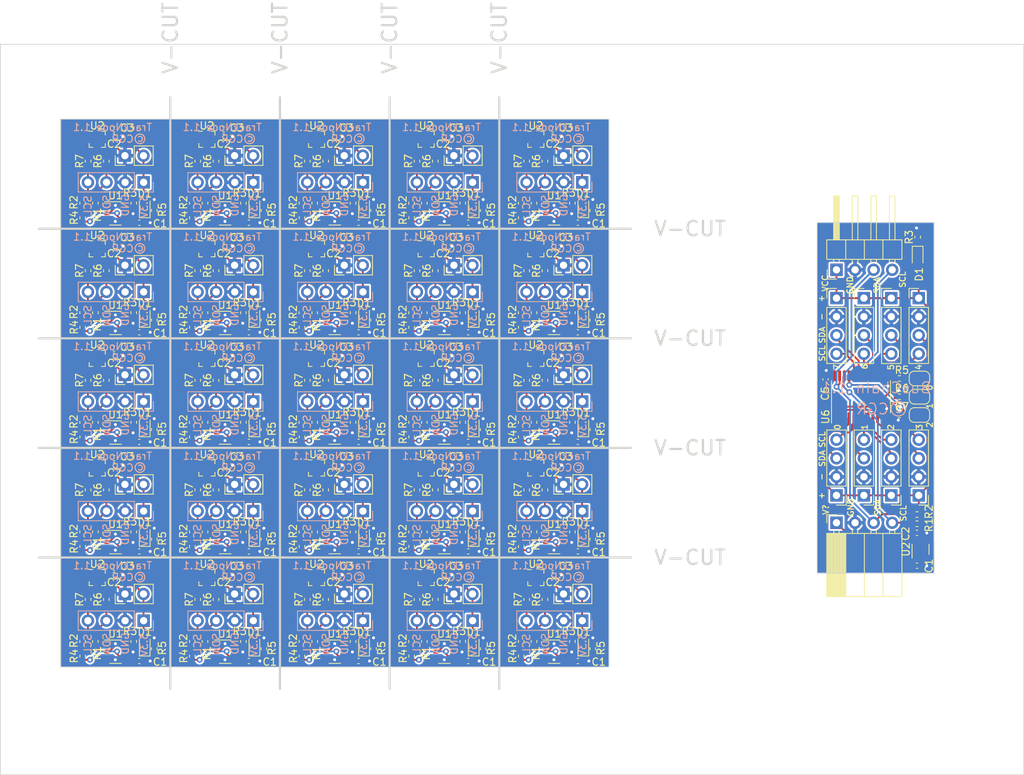
<source format=kicad_pcb>
(kicad_pcb (version 20221018) (generator pcbnew)
  (layers (0 "F.Cu" signal) (31 "B.Cu" signal) (34 "B.Paste" user) (35 "F.Paste" user) (36 "B.SilkS" user "B.Silkscreen") (37 "F.SilkS" user "F.Silkscreen") (38 "B.Mask" user) (39 "F.Mask" user) (44 "Edge.Cuts" user))
  (net 0 "")
  (footprint "Resistor_SMD:R_0402_1005Metric" (layer "F.Cu") (at 68.25 86.75 90)
    (fp_text reference "R3")
    (fp_text value "1.2K")
  )
  (footprint "Resistor_SMD:R_0402_1005Metric" (layer "F.Cu") (at 83.25 41.75 90)
    (fp_text reference "R3")
    (fp_text value "1.2K")
  )
  (footprint "Capacitor_SMD:C_0402_1005Metric" (layer "F.Cu") (at 99 44.425 180)
    (fp_text reference "C1")
    (fp_text value "0.1uF")
  )
  (footprint "Resistor_SMD:R_0402_1005Metric" (layer "F.Cu") (at 79.5 51 90)
    (fp_text reference "R6")
    (fp_text value "100")
  )
  (footprint "Capacitor_SMD:C_0402_1005Metric" (layer "F.Cu") (at 54 89.425 180)
    (fp_text reference "C1")
    (fp_text value "0.1uF")
  )
  (footprint "Resistor_SMD:R_0402_1005Metric" (layer "F.Cu") (at 48 41.75 -90)
    (fp_text reference "R1")
    (fp_text value "100")
  )
  (footprint "Package_SO:TSOP-6_1.65x3.05mm_P0.95mm" (layer "F.Cu") (at 80.75 58.15)
    (fp_text reference "U1")
    (fp_text value "TLV493D-A1B6")
  )
  (footprint "Package_SO:TSOP-6_1.65x3.05mm_P0.95mm" (layer "F.Cu") (at 35.75 103.15)
    (fp_text reference "U1")
    (fp_text value "TLV493D-A1B6")
  )
  (footprint "Resistor_SMD:R_0402_1005Metric" (layer "F.Cu") (at 38.25 41.75 90)
    (fp_text reference "R3")
    (fp_text value "1.2K")
  )
  (footprint "Capacitor_SMD:C_0402_1005Metric" (layer "F.Cu") (at 132.88 65.88 -90)
    (fp_text reference "C5")
    (fp_text value "0.1u")
  )
  (footprint "Resistor_SMD:R_0402_1005Metric" (layer "F.Cu") (at 56.05 72.75 90)
    (fp_text reference "R5")
    (fp_text value "500")
  )
  (footprint "Resistor_SMD:R_0402_1005Metric" (layer "F.Cu") (at 32 36 90)
    (fp_text reference "R7")
    (fp_text value "100")
  )
  (footprint "Package_LGA:LGA-12_2x2mm_P0.5mm" (layer "F.Cu") (at 63.25 93)
    (fp_text reference "U2")
    (fp_text value "LIS2DTW12")
  )
  (footprint "Resistor_SMD:R_0402_1005Metric" (layer "F.Cu") (at 78 86.75 -90)
    (fp_text reference "R1")
    (fp_text value "100")
  )
  (footprint "LED_SMD:LED_0603_1608Metric" (layer "F.Cu") (at 39.75 72.25 90)
    (fp_text reference "D1")
    (fp_text value "LED")
  )
  (footprint "Resistor_SMD:R_0402_1005Metric" (layer "F.Cu") (at 92 66 90)
    (fp_text reference "R7")
    (fp_text value "100")
  )
  (footprint "Resistor_SMD:R_0402_1005Metric" (layer "F.Cu") (at 77 66 90)
    (fp_text reference "R7")
    (fp_text value "100")
  )
  (footprint "Resistor_SMD:R_0402_1005Metric" (layer "F.Cu") (at 142.98 70.75)
    (fp_text reference "R7")
    (fp_text value "10K")
  )
  (footprint "Resistor_SMD:R_0402_1005Metric" (layer "F.Cu") (at 91.26 43.75 90)
    (fp_text reference "R4")
    (fp_text value "1.2K")
  )
  (footprint "Connector_PinHeader_2.54mm:PinHeader_1x02_P2.54mm_Vertical" (layer "F.Cu") (at 37.04 65.25 90)
    (fp_text reference "J2" hide)
    (fp_text value "Conn_01x02")
  )
  (footprint "Package_SO:TSOP-6_1.65x3.05mm_P0.95mm" (layer "F.Cu") (at 95.75 43.15)
    (fp_text reference "U1")
    (fp_text value "TLV493D-A1B6")
  )
  (footprint "Package_LGA:LGA-12_2x2mm_P0.5mm" (layer "F.Cu") (at 93.25 78)
    (fp_text reference "U2")
    (fp_text value "LIS2DTW12")
  )
  (footprint "LED_SMD:LED_0603_1608Metric" (layer "F.Cu") (at 99.75 87.25 90)
    (fp_text reference "D1")
    (fp_text value "LED")
  )
  (footprint "Resistor_SMD:R_0402_1005Metric" (layer "F.Cu") (at 71.05 102.75 90)
    (fp_text reference "R5")
    (fp_text value "500")
  )
  (footprint "Resistor_SMD:R_0402_1005Metric" (layer "F.Cu") (at 68.25 41.75 90)
    (fp_text reference "R3")
    (fp_text value "1.2K")
  )
  (footprint "Resistor_SMD:R_0402_1005Metric" (layer "F.Cu") (at 93 71.75 -90)
    (fp_text reference "R1")
    (fp_text value "100")
  )
  (footprint "Resistor_SMD:R_0402_1005Metric" (layer "F.Cu") (at 77 96 90)
    (fp_text reference "R7")
    (fp_text value "100")
  )
  (footprint "Capacitor_SMD:C_0402_1005Metric" (layer "F.Cu") (at 50.55 91.65 180)
    (fp_text reference "C3")
    (fp_text value "0.1uF")
  )
  (footprint "Resistor_SMD:R_0402_1005Metric" (layer "F.Cu") (at 46.25 56.75 -90)
    (fp_text reference "R2")
    (fp_text value "100")
  )
  (footprint "Capacitor_SMD:C_0402_1005Metric" (layer "F.Cu") (at 65.55 61.65 180)
    (fp_text reference "C3")
    (fp_text value "0.1uF")
  )
  (footprint "Resistor_SMD:R_0402_1005Metric" (layer "F.Cu") (at 53.25 86.75 90)
    (fp_text reference "R3")
    (fp_text value "1.2K")
  )
  (footprint "Resistor_SMD:R_0402_1005Metric" (layer "F.Cu") (at 94.5 51 90)
    (fp_text reference "R6")
    (fp_text value "100")
  )
  (footprint "Package_SO:TSOP-6_1.65x3.05mm_P0.95mm" (layer "F.Cu") (at 80.75 73.15)
    (fp_text reference "U1")
    (fp_text value "TLV493D-A1B6")
  )
  (footprint "LED_SMD:LED_0603_1608Metric" (layer "F.Cu") (at 39.75 57.25 90)
    (fp_text reference "D1")
    (fp_text value "LED")
  )
  (footprint "Package_LGA:LGA-12_2x2mm_P0.5mm" (layer "F.Cu") (at 48.25 78)
    (fp_text reference "U2")
    (fp_text value "LIS2DTW12")
  )
  (footprint "Resistor_SMD:R_0402_1005Metric" (layer "F.Cu") (at 94.5 81 90)
    (fp_text reference "R6")
    (fp_text value "100")
  )
  (footprint "Resistor_SMD:R_0402_1005Metric" (layer "F.Cu") (at 61.25 41.75 -90)
    (fp_text reference "R2")
    (fp_text value "100")
  )
  (footprint "Resistor_SMD:R_0402_1005Metric" (layer "F.Cu") (at 46.25 86.75 -90)
    (fp_text reference "R2")
    (fp_text value "100")
  )
  (footprint "Resistor_SMD:R_0402_1005Metric" (layer "F.Cu") (at 49.5 51 90)
    (fp_text reference "R6")
    (fp_text value "100")
  )
  (footprint "Capacitor_SMD:C_0402_1005Metric" (layer "F.Cu") (at 80.55 61.65 180)
    (fp_text reference "C3")
    (fp_text value "0.1uF")
  )
  (footprint "Resistor_SMD:R_0402_1005Metric" (layer "F.Cu") (at 71.05 72.75 90)
    (fp_text reference "R5")
    (fp_text value "500")
  )
  (footprint "Resistor_SMD:R_0402_1005Metric" (layer "F.Cu") (at 56.05 102.75 90)
    (fp_text reference "R5")
    (fp_text value "500")
  )
  (footprint "Capacitor_SMD:C_0402_1005Metric" (layer "F.Cu") (at 65.55 92.65 180)
    (fp_text reference "C2")
    (fp_text value "0.1uF")
  )
  (footprint "Resistor_SMD:R_0402_1005Metric" (layer "F.Cu") (at 64.5 81 90)
    (fp_text reference "R6")
    (fp_text value "100")
  )
  (footprint "Resistor_SMD:R_0402_1005Metric" (layer "F.Cu") (at 33 86.75 -90)
    (fp_text reference "R1")
    (fp_text value "100")
  )
  (footprint "Resistor_SMD:R_0402_1005Metric" (layer "F.Cu") (at 83.25 56.75 90)
    (fp_text reference "R3")
    (fp_text value "1.2K")
  )
  (footprint "LED_SMD:LED_0603_1608Metric" (layer "F.Cu") (at 84.75 42.25 90)
    (fp_text reference "D1")
    (fp_text value "LED")
  )
  (footprint "Resistor_SMD:R_0402_1005Metric" (layer "F.Cu") (at 76.26 43.75 90)
    (fp_text reference "R4")
    (fp_text value "1.2K")
  )
  (footprint "Capacitor_SMD:C_0402_1005Metric" (layer "F.Cu") (at 39 59.425 180)
    (fp_text reference "C1")
    (fp_text value "0.1uF")
  )
  (footprint "Resistor_SMD:R_0402_1005Metric" (layer "F.Cu") (at 101.05 87.75 90)
    (fp_text reference "R5")
    (fp_text value "500")
  )
  (footprint "Resistor_SMD:R_0402_1005Metric" (layer "F.Cu") (at 31.25 41.75 -90)
    (fp_text reference "R2")
    (fp_text value "100")
  )
  (footprint "Resistor_SMD:R_0402_1005Metric" (layer "F.Cu") (at 68.25 101.75 90)
    (fp_text reference "R3")
    (fp_text value "1.2K")
  )
  (footprint "Capacitor_SMD:C_0402_1005Metric" (layer "F.Cu") (at 35.55 92.65 180)
    (fp_text reference "C2")
    (fp_text value "0.1uF")
  )
  (footprint "Package_LGA:LGA-12_2x2mm_P0.5mm" (layer "F.Cu") (at 48.25 63)
    (fp_text reference "U2")
    (fp_text value "LIS2DTW12")
  )
  (footprint "Resistor_SMD:R_0402_1005Metric" (layer "F.Cu") (at 61.26 103.75 90)
    (fp_text reference "R4")
    (fp_text value "1.2K")
  )
  (footprint "Package_SO:TSOP-6_1.65x3.05mm_P0.95mm" (layer "F.Cu") (at 95.75 103.15)
    (fp_text reference "U1")
    (fp_text value "TLV493D-A1B6")
  )
  (footprint "Capacitor_SMD:C_0402_1005Metric" (layer "F.Cu") (at 145.4 91.38)
    (fp_text reference "C1")
    (fp_text value "0.1u")
  )
  (footprint "Connector_PinHeader_2.54mm:PinHeader_1x02_P2.54mm_Vertical" (layer "F.Cu") (at 67.04 80.25 90)
    (fp_text reference "J2" hide)
    (fp_text value "Conn_01x02")
  )
  (footprint "Resistor_SMD:R_0402_1005Metric" (layer "F.Cu") (at 77 51 90)
    (fp_text reference "R7")
    (fp_text value "100")
  )
  (footprint "Resistor_SMD:R_0402_1005Metric" (layer "F.Cu") (at 94.5 66 90)
    (fp_text reference "R6")
    (fp_text value "100")
  )
  (footprint "LED_SMD:LED_0603_1608Metric" (layer "F.Cu") (at 69.75 72.25 90)
    (fp_text reference "D1")
    (fp_text value "LED")
  )
  (footprint "Package_SO:TSOP-6_1.65x3.05mm_P0.95mm" (layer "F.Cu") (at 95.75 88.15)
    (fp_text reference "U1")
    (fp_text value "TLV493D-A1B6")
  )
  (footprint "LED_SMD:LED_0603_1608Metric" (layer "F.Cu") (at 54.75 57.25 90)
    (fp_text reference "D1")
    (fp_text value "LED")
  )
  (footprint "Resistor_SMD:R_0402_1005Metric" (layer "F.Cu") (at 86.05 57.75 90)
    (fp_text reference "R5")
    (fp_text value "500")
  )
  (footprint "Capacitor_SMD:C_0402_1005Metric" (layer "F.Cu") (at 35.55 46.65 180)
    (fp_text reference "C3")
    (fp_text value "0.1uF")
  )
  (footprint "Capacitor_SMD:C_0402_1005Metric" (layer "F.Cu") (at 39 74.425 180)
    (fp_text reference "C1")
    (fp_text value "0.1uF")
  )
  (footprint "Resistor_SMD:R_0402_1005Metric" (layer "F.Cu") (at 48 56.75 -90)
    (fp_text reference "R1")
    (fp_text value "100")
  )
  (footprint "Resistor_SMD:R_0402_1005Metric" (layer "F.Cu") (at 83.25 86.75 90)
    (fp_text reference "R3")
    (fp_text value "1.2K")
  )
  (footprint "Resistor_SMD:R_0402_1005Metric" (layer "F.Cu") (at 34.5 36 90)
    (fp_text reference "R6")
    (fp_text value "100")
  )
  (footprint "Package_TO_SOT_SMD:SOT-353_SC-70-5" (layer "F.Cu") (at 145.88 89.13 90)
    (fp_text reference "U2")
    (fp_text value "MIC5365-3.3YC5")
  )
  (footprint "Connector_PinHeader_2.54mm:PinHeader_1x02_P2.54mm_Vertical" (layer "F.Cu") (at 52.04 65.25 90)
    (fp_text reference "J2" hide)
    (fp_text value "Conn_01x02")
  )
  (footprint "Resistor_SMD:R_0402_1005Metric" (layer "F.Cu") (at 34.5 51 90)
    (fp_text reference "R6")
    (fp_text value "100")
  )
  (footprint "Resistor_SMD:R_0402_1005Metric" (layer "F.Cu") (at 56.05 57.75 90)
    (fp_text reference "R5")
    (fp_text value "500")
  )
  (footprint "Resistor_SMD:R_0402_1005Metric" (layer "F.Cu") (at 47 51 90)
    (fp_text reference "R7")
    (fp_text value "100")
  )
  (footprint "Resistor_SMD:R_0402_1005Metric" (layer "F.Cu") (at 63 56.75 -90)
    (fp_text reference "R1")
    (fp_text value "100")
  )
  (footprint "Resistor_SMD:R_0402_1005Metric" (layer "F.Cu") (at 76.26 73.75 90)
    (fp_text reference "R4")
    (fp_text value "1.2K")
  )
  (footprint "Resistor_SMD:R_0402_1005Metric" (layer "F.Cu") (at 64.5 96 90)
    (fp_text reference "R6")
    (fp_text value "100")
  )
  (footprint "Connector_PinHeader_2.54mm:PinHeader_1x02_P2.54mm_Vertical" (layer "F.Cu") (at 37.04 35.25 90)
    (fp_text reference "J2" hide)
    (fp_text value "Conn_01x02")
  )
  (footprint "Resistor_SMD:R_0402_1005Metric" (layer "F.Cu") (at 93 41.75 -90)
    (fp_text reference "R1")
    (fp_text value "100")
  )
  (footprint "Resistor_SMD:R_0402_1005Metric" (layer "F.Cu") (at 63 71.75 -90)
    (fp_text reference "R1")
    (fp_text value "100")
  )
  (footprint "Package_LGA:LGA-12_2x2mm_P0.5mm" (layer "F.Cu") (at 63.25 33)
    (fp_text reference "U2")
    (fp_text value "LIS2DTW12")
  )
  (footprint "Resistor_SMD:R_0402_1005Metric" (layer "F.Cu") (at 91.25 86.75 -90)
    (fp_text reference "R2")
    (fp_text value "100")
  )
  (footprint "Resistor_SMD:R_0402_1005Metric" (layer "F.Cu") (at 47 36 90)
    (fp_text reference "R7")
    (fp_text value "100")
  )
  (footprint "Resistor_SMD:R_0402_1005Metric" (layer "F.Cu") (at 98.25 71.75 90)
    (fp_text reference "R3")
    (fp_text value "1.2K")
  )
  (footprint "Resistor_SMD:R_0402_1005Metric" (layer "F.Cu") (at 68.25 56.75 90)
    (fp_text reference "R3")
    (fp_text value "1.2K")
  )
  (footprint "Resistor_SMD:R_0402_1005Metric" (layer "F.Cu") (at 62 81 90)
    (fp_text reference "R7")
    (fp_text value "100")
  )
  (footprint "Connector_PinHeader_2.54mm:PinHeader_1x02_P2.54mm_Vertical" (layer "F.Cu") (at 97.04 50.25 90)
    (fp_text reference "J2" hide)
    (fp_text value "Conn_01x02")
  )
  (footprint "Capacitor_SMD:C_0402_1005Metric" (layer "F.Cu") (at 80.55 77.65 180)
    (fp_text reference "C2")
    (fp_text value "0.1uF")
  )
  (footprint "LED_SMD:LED_0603_1608Metric" (layer "F.Cu") (at 84.75 87.25 90)
    (fp_text reference "D1")
    (fp_text value "LED")
  )
  (footprint "Capacitor_SMD:C_0402_1005Metric" (layer "F.Cu") (at 65.55 62.65 180)
    (fp_text reference "C2")
    (fp_text value "0.1uF")
  )
  (footprint "Connector_PinHeader_2.54mm:PinHeader_1x02_P2.54mm_Vertical" (layer "F.Cu") (at 67.04 65.25 90)
    (fp_text reference "J2" hide)
    (fp_text value "Conn_01x02")
  )
  (footprint "Package_SO:TSOP-6_1.65x3.05mm_P0.95mm" (layer "F.Cu") (at 50.75 58.15)
    (fp_text reference "U1")
    (fp_text value "TLV493D-A1B6")
  )
  (footprint "Connector_PinHeader_2.54mm:PinHeader_1x02_P2.54mm_Vertical" (layer "F.Cu") (at 97.04 95.25 90)
    (fp_text reference "J2" hide)
    (fp_text value "Conn_01x02")
  )
  (footprint "Package_SO:TSOP-6_1.65x3.05mm_P0.95mm" (layer "F.Cu") (at 50.75 103.15)
    (fp_text reference "U1")
    (fp_text value "TLV493D-A1B6")
  )
  (footprint "Resistor_SMD:R_0402_1005Metric" (layer "F.Cu") (at 31.26 103.75 90)
    (fp_text reference "R4")
    (fp_text value "1.2K")
  )
  (footprint "Connector_PinHeader_2.54mm:PinHeader_1x02_P2.54mm_Vertical" (layer "F.Cu") (at 97.04 65.25 90)
    (fp_text reference "J2" hide)
    (fp_text value "Conn_01x02")
  )
  (footprint "Resistor_SMD:R_0402_1005Metric" (layer "F.Cu") (at 46.25 41.75 -90)
    (fp_text reference "R2")
    (fp_text value "100")
  )
  (footprint "Resistor_SMD:R_0402_1005Metric" (layer "F.Cu") (at 91.25 56.75 -90)
    (fp_text reference "R2")
    (fp_text value "100")
  )
  (footprint "Resistor_SMD:R_0402_1005Metric" (layer "F.Cu") (at 92 36 90)
    (fp_text reference "R7")
    (fp_text value "100")
  )
  (footprint "Capacitor_SMD:C_0402_1005Metric" (layer "F.Cu") (at 50.55 47.65 180)
    (fp_text reference "C2")
    (fp_text value "0.1uF")
  )
  (footprint "Resistor_SMD:R_0402_1005Metric" (layer "F.Cu") (at 61.25 86.75 -90)
    (fp_text reference "R2")
    (fp_text value "100")
  )
  (footprint "Capacitor_SMD:C_0402_1005Metric" (layer "F.Cu") (at 95.55 62.65 180)
    (fp_text reference "C2")
    (fp_text value "0.1uF")
  )
  (footprint "Connector_PinHeader_2.54mm:PinHeader_1x04_P2.54mm_Vertical" (layer "F.Cu") (at 134.38 81.75 180)
    (fp_text reference "J2" hide)
    (fp_text value "Conn_01x04")
  )
  (footprint "Resistor_SMD:R_0402_1005Metric" (layer "F.Cu") (at 78 101.75 -90)
    (fp_text reference "R1")
    (fp_text value "100")
  )
  (footprint "LED_SMD:LED_0603_1608Metric" (layer "F.Cu") (at 39.75 102.25 90)
    (fp_text reference "D1")
    (fp_text value "LED")
  )
  (footprint "LED_SMD:LED_0603_1608Metric" (layer "F.Cu") (at 54.75 87.25 90)
    (fp_text reference "D1")
    (fp_text value "LED")
  )
  (footprint "Resistor_SMD:R_0402_1005Metric" (layer "F.Cu") (at 56.05 87.75 90)
    (fp_text reference "R5")
    (fp_text value "500")
  )
  (footprint "Resistor_SMD:R_0402_1005Metric" (layer "F.Cu") (at 93 101.75 -90)
    (fp_text reference "R1")
    (fp_text value "100")
  )
  (footprint "Resistor_SMD:R_0402_1005Metric" (layer "F.Cu") (at 49.5 81 90)
    (fp_text reference "R6")
    (fp_text value "100")
  )
  (footprint "Connector_PinHeader_2.54mm:PinHeader_1x02_P2.54mm_Vertical" (layer "F.Cu") (at 82.04 80.25 90)
    (fp_text reference "J2" hide)
    (fp_text value "Conn_01x02")
  )
  (footprint "LED_SMD:LED_0603_1608Metric" (layer "F.Cu") (at 69.75 57.25 90)
    (fp_text reference "D1")
    (fp_text value "LED")
  )
  (footprint "Resistor_SMD:R_0402_1005Metric" (layer "F.Cu") (at 38.25 101.75 90)
    (fp_text reference "R3")
    (fp_text value "1.2K")
  )
  (footprint "Resistor_SMD:R_0402_1005Metric" (layer "F.Cu") (at 145.39 84.38 180)
    (fp_text reference "R2")
    (fp_text value "1.2K")
  )
  (footprint "Resistor_SMD:R_0402_1005Metric" (layer "F.Cu") (at 145.48 46.4 90)
    (fp_text reference "R3")
    (fp_text value "500")
  )
  (footprint "Connector_PinHeader_2.54mm:PinHeader_1x02_P2.54mm_Vertical" (layer "F.Cu") (at 97.04 35.25 90)
    (fp_text reference "J2" hide)
    (fp_text value "Conn_01x02")
  )
  (footprint "Package_SO:TSOP-6_1.65x3.05mm_P0.95mm" (layer "F.Cu") (at 65.75 58.15)
    (fp_text reference "U1")
    (fp_text value "TLV493D-A1B6")
  )
  (footprint "Resistor_SMD:R_0402_1005Metric" (layer "F.Cu") (at 38.25 86.75 90)
    (fp_text reference "R3")
    (fp_text value "1.2K")
  )
  (footprint "Resistor_SMD:R_0402_1005Metric" (layer "F.Cu") (at 49.5 36 90)
    (fp_text reference "R6")
    (fp_text value "100")
  )
  (footprint "Capacitor_SMD:C_0402_1005Metric" (layer "F.Cu") (at 95.55 77.65 180)
    (fp_text reference "C2")
    (fp_text value "0.1uF")
  )
  (footprint "Package_LGA:LGA-12_2x2mm_P0.5mm" (layer "F.Cu") (at 93.25 33)
    (fp_text reference "U2")
    (fp_text value "LIS2DTW12")
  )
  (footprint "Resistor_SMD:R_0402_1005Metric" (layer "F.Cu") (at 91.25 101.75 -90)
    (fp_text reference "R2")
    (fp_text value "100")
  )
  (footprint "Resistor_SMD:R_0402_1005Metric" (layer "F.Cu") (at 41.05 42.75 90)
    (fp_text reference "R5")
    (fp_text value "500")
  )
  (footprint "Resistor_SMD:R_0402_1005Metric" (layer "F.Cu") (at 46.26 43.75 90)
    (fp_text reference "R4")
    (fp_text value "1.2K")
  )
  (footprint "Capacitor_SMD:C_0402_1005Metric" (layer "F.Cu") (at 95.55 92.65 180)
    (fp_text reference "C2")
    (fp_text value "0.1uF")
  )
  (footprint "Resistor_SMD:R_0402_1005Metric" (layer "F.Cu") (at 93 86.75 -90)
    (fp_text reference "R1")
    (fp_text value "100")
  )
  (footprint "Resistor_SMD:R_0402_1005Metric" (layer "F.Cu") (at 31.25 71.75 -90)
    (fp_text reference "R2")
    (fp_text value "100")
  )
  (footprint "Resistor_SMD:R_0402_1005Metric" (layer "F.Cu") (at 46.26 103.75 90)
    (fp_text reference "R4")
    (fp_text value "1.2K")
  )
  (footprint "Connector_PinHeader_2.54mm:PinHeader_1x02_P2.54mm_Vertical" (layer "F.Cu") (at 37.04 80.25 90)
    (fp_text reference "J2" hide)
    (fp_text value "Conn_01x02")
  )
  (footprint "Resistor_SMD:R_0402_1005Metric" (layer "F.Cu") (at 101.05 42.75 90)
    (fp_text reference "R5")
    (fp_text value "500")
  )
  (footprint "Connector_PinHeader_2.54mm:PinHeader_1x02_P2.54mm_Vertical" (layer "F.Cu") (at 37.04 95.25 90)
    (fp_text reference "J2" hide)
    (fp_text value "Conn_01x02")
  )
  (footprint "Resistor_SMD:R_0402_1005Metric" (layer "F.Cu") (at 94.5 96 90)
    (fp_text reference "R6")
    (fp_text value "100")
  )
  (footprint "Resistor_SMD:R_0402_1005Metric" (layer "F.Cu") (at 46.26 88.75 90)
    (fp_text reference "R4")
    (fp_text value "1.2K")
  )
  (footprint "Capacitor_SMD:C_0402_1005Metric" (layer "F.Cu") (at 95.55 31.65 180)
    (fp_text reference "C3")
    (fp_text value "0.1uF")
  )
  (footprint "Resistor_SMD:R_0402_1005Metric" (layer "F.Cu") (at 53.25 101.75 90)
    (fp_text reference "R3")
    (fp_text value "1.2K")
  )
  (footprint "Capacitor_SMD:C_0402_1005Metric" (layer "F.Cu") (at 80.55 31.65 180)
    (fp_text reference "C3")
    (fp_text value "0.1uF")
  )
  (footprint "Resistor_SMD:R_0402_1005Metric" (layer "F.Cu") (at 83.25 101.75 90)
    (fp_text reference "R3")
    (fp_text value "1.2K")
  )
  (footprint "LED_SMD:LED_0603_1608Metric" (layer "F.Cu") (at 69.75 102.25 90)
    (fp_text reference "D1")
    (fp_text value "LED")
  )
  (footprint "Capacitor_SMD:C_0402_1005Metric" (layer "F.Cu") (at 50.55 62.65 180)
    (fp_text reference "C2")
    (fp_text value "0.1uF")
  )
  (footprint "Package_LGA:LGA-12_2x2mm_P0.5mm" (layer "F.Cu") (at 48.25 93)
    (fp_text reference "U2")
    (fp_text value "LIS2DTW12")
  )
  (footprint "Resistor_SMD:R_0402_1005Metric" (layer "F.Cu") (at 86.05 87.75 90)
    (fp_text reference "R5")
    (fp_text value "500")
  )
  (footprint "LED_SMD:LED_0603_1608Metric" (layer "F.Cu") (at 84.75 102.25 90)
    (fp_text reference "D1")
    (fp_text value "LED")
  )
  (footprint "Connector_PinHeader_2.54mm:PinHeader_1x02_P2.54mm_Vertical" (layer "F.Cu") (at 52.04 35.25 90)
    (fp_text reference "J2" hide)
    (fp_text value "Conn_01x02")
  )
  (footprint "Resistor_SMD:R_0402_1005Metric" (layer "F.Cu") (at 61.25 71.75 -90)
    (fp_text reference "R2")
    (fp_text value "100")
  )
  (footprint "Resistor_SMD:R_0402_1005Metric" (layer "F.Cu") (at 62 36 90)
    (fp_text reference "R7")
    (fp_text value "100")
  )
  (footprint "Package_SO:TSOP-6_1.65x3.05mm_P0.95mm" (layer "F.Cu") (at 80.75 103.15)
    (fp_text reference "U1")
    (fp_text value "TLV493D-A1B6")
  )
  (footprint "Resistor_SMD:R_0402_1005Metric" (layer "F.Cu") (at 34.5 66 90)
    (fp_text reference "R6")
    (fp_text value "100")
  )
  (footprint "Resistor_SMD:R_0402_1005Metric" (layer "F.Cu") (at 33 101.75 -90)
    (fp_text reference "R1")
    (fp_text value "100")
  )
  (footprint "Package_SO:TSOP-6_1.65x3.05mm_P0.95mm" (layer "F.Cu") (at 80.75 43.15)
    (fp_text reference "U1")
    (fp_text value "TLV493D-A1B6")
  )
  (footprint "Package_SO:TSOP-6_1.65x3.05mm_P0.95mm" (layer "F.Cu") (at 95.75 58.15)
    (fp_text reference "U1")
    (fp_text value "TLV493D-A1B6")
  )
  (footprint "Resistor_SMD:R_0402_1005Metric" (layer "F.Cu") (at 31.26 73.75 90)
    (fp_text reference "R4")
    (fp_text value "1.2K")
  )
  (footprint "Resistor_SMD:R_0402_1005Metric" (layer "F.Cu") (at 98.25 56.75 90)
    (fp_text reference "R3")
    (fp_text value "1.2K")
  )
  (footprint "Connector_PinHeader_2.54mm:PinHeader_1x02_P2.54mm_Vertical" (layer "F.Cu") (at 97.04 80.25 90)
    (fp_text reference "J2" hide)
    (fp_text value "Conn_01x02")
  )
  (footprint "Resistor_SMD:R_0402_1005Metric" (layer "F.Cu") (at 76.25 71.75 -90)
    (fp_text reference "R2")
    (fp_text value "100")
  )
  (footprint "Capacitor_SMD:C_0402_1005Metric" (layer "F.Cu") (at 35.55 47.65 180)
    (fp_text reference "C2")
    (fp_text value "0.1uF")
  )
  (footprint "Connector_PinHeader_2.54mm:PinHeader_1x02_P2.54mm_Vertical" (layer "F.Cu") (at 67.04 95.25 90)
    (fp_text reference "J2" hide)
    (fp_text value "Conn_01x02")
  )
  (footprint "Resistor_SMD:R_0402_1005Metric" (layer "F.Cu") (at 92 96 90)
    (fp_text reference "R7")
    (fp_text value "100")
  )
  (footprint "Resistor_SMD:R_0402_1005Metric" (layer "F.Cu") (at 76.26 88.75 90)
    (fp_text reference "R4")
    (fp_text value "1.2K")
  )
  (footprint "Resistor_SMD:R_0402_1005Metric" (layer "F.Cu") (at 34.5 96 90)
    (fp_text reference "R6")
    (fp_text value "100")
  )
  (footprint "Capacitor_SMD:C_0402_1005Metric" (layer "F.Cu") (at 84 74.425 180)
    (fp_text reference "C1")
    (fp_text value "0.1uF")
  )
  (footprint "LED_SMD:LED_0603_1608Metric" (layer "F.Cu") (at 54.75 72.25 90)
    (fp_text reference "D1")
    (fp_text value "LED")
  )
  (footprint "Resistor_SMD:R_0402_1005Metric" (layer "F.Cu") (at 94.5 36 90)
    (fp_text reference "R6")
    (fp_text value "100")
  )
  (footprint "Package_LGA:LGA-12_2x2mm_P0.5mm" (layer "F.Cu") (at 33.25 48)
    (fp_text reference "U2")
    (fp_text value "LIS2DTW12")
  )
  (footprint "Connector_PinHeader_2.54mm:PinHeader_1x02_P2.54mm_Vertical" (layer "F.Cu") (at 82.04 95.25 90)
    (fp_text reference "J2" hide)
    (fp_text value "Conn_01x02")
  )
  (footprint "Capacitor_SMD:C_0402_1005Metric" (layer "F.Cu") (at 95.55 47.65 180)
    (fp_text reference "C2")
    (fp_text value "0.1uF")
  )
  (footprint "Capacitor_SMD:C_0402_1005Metric" (layer "F.Cu") (at 69 59.425 180)
    (fp_text reference "C1")
    (fp_text value "0.1uF")
  )
  (footprint "Capacitor_SMD:C_0402_1005Metric" (layer "F.Cu") (at 80.55 46.65 180)
    (fp_text reference "C3")
    (fp_text value "0.1uF")
  )
  (footprint "Resistor_SMD:R_0402_1005Metric" (layer "F.Cu") (at 145.39 85.63 180)
    (fp_text reference "R1")
    (fp_text value "1.2K")
  )
  (footprint "Package_SO:TSOP-6_1.65x3.05mm_P0.95mm" (layer "F.Cu") (at 50.75 43.15)
    (fp_text reference "U1")
    (fp_text value "TLV493D-A1B6")
  )
  (footprint "Resistor_SMD:R_0402_1005Metric" (layer "F.Cu") (at 41.05 87.75 90)
    (fp_text reference "R5")
    (fp_text value "500")
  )
  (footprint "Resistor_SMD:R_0402_1005Metric" (layer "F.Cu") (at 78 71.75 -90)
    (fp_text reference "R1")
    (fp_text value "100")
  )
  (footprint "Resistor_SMD:R_0402_1005Metric" (layer "F.Cu") (at 64.5 66 90)
    (fp_text reference "R6")
    (fp_text value "100")
  )
  (footprint "Package_LGA:LGA-12_2x2mm_P0.5mm" (layer "F.Cu") (at 78.25 78)
    (fp_text reference "U2")
    (fp_text value "LIS2DTW12")
  )
  (footprint "Resistor_SMD:R_0402_1005Metric" (layer "F.Cu") (at 33 41.75 -90)
    (fp_text reference "R1")
    (fp_text value "100")
  )
  (footprint "Connector_PinHeader_2.54mm:PinHeader_1x02_P2.54mm_Vertical" (layer "F.Cu") (at 52.04 80.25 90)
    (fp_text reference "J2" hide)
    (fp_text value "Conn_01x02")
  )
  (footprint "Package_LGA:LGA-12_2x2mm_P0.5mm" (layer "F.Cu") (at 63.25 48)
    (fp_text reference "U2")
    (fp_text value "LIS2DTW12")
  )
  (footprint "Resistor_SMD:R_0402_1005Metric" (layer "F.Cu") (at 38.25 71.75 90)
    (fp_text reference "R3")
    (fp_text value "1.2K")
  )
  (footprint "Resistor_SMD:R_0402_1005Metric" (layer "F.Cu") (at 76.25 41.75 -90)
    (fp_text reference "R2")
    (fp_text value "100")
  )
  (footprint "Resistor_SMD:R_0402_1005Metric" (layer "F.Cu") (at 41.05 57.75 90)
    (fp_text reference "R5")
    (fp_text value "500")
  )
  (footprint "Resistor_SMD:R_0402_1005Metric" (layer "F.Cu") (at 86.05 72.75 90)
    (fp_text reference "R5")
    (fp_text value "500")
  )
  (footprint "Resistor_SMD:R_0402_1005Metric" (layer "F.Cu") (at 92 51 90)
    (fp_text reference "R7")
    (fp_text value "100")
  )
  (footprint "Resistor_SMD:R_0402_1005Metric" (layer "F.Cu") (at 76.26 58.75 90)
    (fp_text reference "R4")
    (fp_text value "1.2K")
  )
  (footprint "Resistor_SMD:R_0402_1005Metric" (layer "F.Cu") (at 98.25 86.75 90)
    (fp_text reference "R3")
    (fp_text value "1.2K")
  )
  (footprint "Package_SO:TSOP-6_1.65x3.05mm_P0.95mm" (layer "F.Cu") (at 35.75 73.15)
    (fp_text reference "U1")
    (fp_text value "TLV493D-A1B6")
  )
  (footprint "Resistor_SMD:R_0402_1005Metric" (layer "F.Cu") (at 142.99 65.75)
    (fp_text reference "R5")
    (fp_text value "10K")
  )
  (footprint "Package_LGA:LGA-12_2x2mm_P0.5mm" (layer "F.Cu") (at 78.25 63)
    (fp_text reference "U2")
    (fp_text value "LIS2DTW12")
  )
  (footprint "Package_LGA:LGA-12_2x2mm_P0.5mm" (layer "F.Cu") (at 63.25 63)
    (fp_text reference "U2")
    (fp_text value "LIS2DTW12")
  )
  (footprint "Resistor_SMD:R_0402_1005Metric" (layer "F.Cu") (at 76.25 86.75 -90)
    (fp_text reference "R2")
    (fp_text value "100")
  )
  (footprint "Package_LGA:LGA-12_2x2mm_P0.5mm" (layer "F.Cu") (at 78.25 33)
    (fp_text reference "U2")
    (fp_text value "LIS2DTW12")
  )
  (footprint "Capacitor_SMD:C_0402_1005Metric" (layer "F.Cu") (at 50.55 76.65 180)
    (fp_text reference "C3")
    (fp_text value "0.1uF")
  )
  (footprint "Capacitor_SMD:C_0402_1005Metric" (layer "F.Cu") (at 39 104.425 180)
    (fp_text reference "C1")
    (fp_text value "0.1uF")
  )
  (footprint "Resistor_SMD:R_0402_1005Metric" (layer "F.Cu") (at 68.25 71.75 90)
    (fp_text reference "R3")
    (fp_text value "1.2K")
  )
  (footprint "Resistor_SMD:R_0402_1005Metric" (layer "F.Cu") (at 31.25 56.75 -90)
    (fp_text reference "R2")
    (fp_text value "100")
  )
  (footprint "Connector_PinHeader_2.54mm:PinHeader_1x04_P2.54mm_Vertical" (layer "F.Cu") (at 138.13 54.75)
    (fp_text reference "J8" hide)
    (fp_text value "Conn_01x04")
  )
  (footprint "Resistor_SMD:R_0402_1005Metric" (layer "F.Cu") (at 101.05 102.75 90)
    (fp_text reference "R5")
    (fp_text value "500")
  )
  (footprint "Capacitor_SMD:C_0402_1005Metric" (layer "F.Cu") (at 80.55 62.65 180)
    (fp_text reference "C2")
    (fp_text value "0.1uF")
  )
  (footprint "Capacitor_SMD:C_0402_1005Metric" (layer "F.Cu") (at 84 104.425 180)
    (fp_text reference "C1")
    (fp_text value "0.1uF")
  )
  (footprint "Resistor_SMD:R_0402_1005Metric" (layer "F.Cu") (at 49.5 66 90)
    (fp_text reference "R6")
    (fp_text value "100")
  )
  (footprint "Resistor_SMD:R_0402_1005Metric" (layer "F.Cu") (at 32 66 90)
    (fp_text reference "R7")
    (fp_text value "100")
  )
  (footprint "Resistor_SMD:R_0402_1005Metric" (layer "F.Cu") (at 101.05 72.75 90)
    (fp_text reference "R5")
    (fp_text value "500")
  )
  (footprint "Connector_PinHeader_2.54mm:PinHeader_1x04_P2.54mm_Vertical" (layer "F.Cu") (at 138.13 81.75 180)
    (fp_text reference "J3" hide)
    (fp_text value "Conn_01x04")
  )
  (footprint "Resistor_SMD:R_0402_1005Metric" (layer "F.Cu") (at 48 101.75 -90)
    (fp_text reference "R1")
    (fp_text value "100")
  )
  (footprint "Package_SO:TSOP-6_1.65x3.05mm_P0.95mm" (layer "F.Cu") (at 65.75 88.15)
    (fp_text reference "U1")
    (fp_text value "TLV493D-A1B6")
  )
  (footprint "Capacitor_SMD:C_0402_1005Metric" (layer "F.Cu") (at 54 74.425 180)
    (fp_text reference "C1")
    (fp_text value "0.1uF")
  )
  (footprint "Resistor_SMD:R_0402_1005Metric" (layer "F.Cu") (at 31.26 43.75 90)
    (fp_text reference "R4")
    (fp_text value "1.2K")
  )
  (footprint "LED_SMD:LED_0603_1608Metric" (layer "F.Cu") (at 54.75 42.25 90)
    (fp_text reference "D1")
    (fp_text value "LED")
  )
  (footprint "Resistor_SMD:R_0402_1005Metric" (layer "F.Cu") (at 78 56.75 -90)
    (fp_text reference "R1")
    (fp_text value "100")
  )
  (footprint "Package_LGA:LGA-12_2x2mm_P0.5mm" (layer "F.Cu") (at 48.25 33)
    (fp_text reference "U2")
    (fp_text value "LIS2DTW12")
  )
  (footprint "Package_LGA:LGA-12_2x2mm_P0.5mm" (layer "F.Cu") (at 33.25 33)
    (fp_text reference "U2")
    (fp_text value "LIS2DTW12")
  )
  (footprint "Capacitor_SMD:C_0402_1005Metric" (layer "F.Cu") (at 35.55 32.65 180)
    (fp_text reference "C2")
    (fp_text value "0.1uF")
  )
  (footprint "Connector_PinHeader_2.54mm:PinHeader_1x02_P2.54mm_Vertical" (layer "F.Cu") (at 82.04 65.25 90)
    (fp_text reference "J2" hide)
    (fp_text value "Conn_01x02")
  )
  (footprint "Resistor_SMD:R_0402_1005Metric" (layer "F.Cu") (at 46.25 71.75 -90)
    (fp_text reference "R2")
    (fp_text value "100")
  )
  (footprint "Jumper:SolderJumper-2_P1.3mm_Open_RoundedPad1.0x1.5mm" (layer "F.Cu") (at 145.73 70.75 180)
    (fp_text reference "JP1" hide)
    (fp_text value "Jumper_2_Open")
  )
  (footprint "Resistor_SMD:R_0402_1005Metric" (layer "F.Cu") (at 62 51 90)
    (fp_text reference "R7")
    (fp_text value "100")
  )
  (footprint "Resistor_SMD:R_0402_1005Metric" (layer "F.Cu") (at 62 96 90)
    (fp_text reference "R7")
    (fp_text value "100")
  )
  (footprint "Capacitor_SMD:C_0402_1005Metric" (layer "F.Cu") (at 54 59.425 180)
    (fp_text reference "C1")
    (fp_text value "0.1uF")
  )
  (footprint "LED_SMD:LED_0603_1608Metric" (layer "F.Cu") (at 99.75 42.25 90)
    (fp_text reference "D1")
    (fp_text value "LED")
  )
  (footprint "Package_SO:TSOP-6_1.65x3.05mm_P0.95mm" (layer "F.Cu") (at 35.75 58.15)
    (fp_text reference "U1")
    (fp_text value "TLV493D-A1B6")
  )
  (footprint "Capacitor_SMD:C_0402_1005Metric" (layer "F.Cu") (at 35.55 76.65 180)
    (fp_text reference "C3")
    (fp_text value "0.1uF")
  )
  (footprint "Resistor_SMD:R_0402_1005Metric" (layer "F.Cu") (at 63 86.75 -90)
    (fp_text reference "R1")
    (fp_text value "100")
  )
  (footprint "Resistor_SMD:R_0402_1005Metric" (layer "F.Cu") (at 91.26 58.75 90)
    (fp_text reference "R4")
    (fp_text value "1.2K")
  )
  (footprint "Resistor_SMD:R_0402_1005Metric" (layer "F.Cu") (at 61.25 56.75 -90)
    (fp_text reference "R2")
    (fp_text value "100")
  )
  (footprint "Resistor_SMD:R_0402_1005Metric" (layer "F.Cu") (at 71.05 87.75 90)
    (fp_text reference "R5")
    (fp_text value "500")
  )
  (footprint "Capacitor_SMD:C_0402_1005Metric" (layer "F.Cu") (at 95.55 76.65 180)
    (fp_text reference "C3")
    (fp_text value "0.1uF")
  )
  (footprint "Resistor_SMD:R_0402_1005Metric" (layer "F.Cu") (at 38.25 56.75 90)
    (fp_text reference "R3")
    (fp_text value "1.2K")
  )
  (footprint "Resistor_SMD:R_0402_1005Metric" (layer "F.Cu") (at 33 71.75 -90)
    (fp_text reference "R1")
    (fp_text value "100")
  )
  (footprint "Capacitor_SMD:C_0402_1005Metric" (layer "F.Cu") (at 54 44.425 180)
    (fp_text reference "C1")
    (fp_text value "0.1uF")
  )
  (footprint "LED_SMD:LED_0603_1608Metric" (layer "F.Cu") (at 99.75 72.25 90)
    (fp_text reference "D1")
    (fp_text value "LED")
  )
  (footprint "Package_SO:TSOP-6_1.65x3.05mm_P0.95mm" (layer "F.Cu") (at 65.75 43.15)
    (fp_text reference "U1")
    (fp_text value "TLV493D-A1B6")
  )
  (footprint "Resistor_SMD:R_0402_1005Metric" (layer "F.Cu") (at 142.99 68.25)
    (fp_text reference "R6")
    (fp_text value "10K")
  )
  (footprint "Resistor_SMD:R_0402_1005Metric" (layer "F.Cu") (at 92 81 90)
    (fp_text reference "R7")
    (fp_text value "100")
  )
  (footprint "Resistor_SMD:R_0402_1005Metric" (layer "F.Cu") (at 62 66 90)
    (fp_text reference "R7")
    (fp_text value "100")
  )
  (footprint "Capacitor_SMD:C_0402_1005Metric" (layer "F.Cu") (at 69 44.425 180)
    (fp_text reference "C1")
    (fp_text value "0.1uF")
  )
  (footprint "Capacitor_SMD:C_0402_1005Metric" (layer "F.Cu") (at 50.55 77.65 180)
    (fp_text reference "C2")
    (fp_text value "0.1uF")
  )
  (footprint "Capacitor_SMD:C_0402_1005Metric" (layer "F.Cu") (at 80.55 91.65 180)
    (fp_text reference "C3")
    (fp_text value "0.1uF")
  )
  (footprint "Connector_PinHeader_2.54mm:PinHeader_1x04_P2.54mm_Vertical" (layer "F.Cu") (at 145.63 81.75 180)
    (fp_text reference "J5" hide)
    (fp_text value "Conn_01x04")
  )
  (footprint "Capacitor_SMD:C_0402_1005Metric" (layer "F.Cu") (at 84 59.425 180)
    (fp_text reference "C1")
    (fp_text value "0.1uF")
  )
  (footprint "Capacitor_SMD:C_0402_1005Metric" (layer "F.Cu") (at 80.55 32.65 180)
    (fp_text reference "C2")
    (fp_text value "0.1uF")
  )
  (footprint "Resistor_SMD:R_0402_1005Metric" (layer "F.Cu") (at 71.05 42.75 90)
    (fp_text reference "R5")
    (fp_text value "500")
  )
  (footprint "Connector_PinHeader_2.54mm:PinHeader_1x02_P2.54mm_Vertical" (layer "F.Cu") (at 82.04 50.25 90)
    (fp_text reference "J2" hide)
    (fp_text value "Conn_01x02")
  )
  (footprint "Connector_PinHeader_2.54mm:PinHeader_1x04_P2.54mm_Horizontal" (layer "F.Cu") (at 134.38 50.875 90)
    (fp_text reference "J10" hide)
    (fp_text value "Conn_01x04")
  )
  (footprint "Jumper:SolderJumper-2_P1.3mm_Open_RoundedPad1.0x1.5mm" (layer "F.Cu") (at 145.73 68.25 180)
    (fp_text reference "JP2" hide)
    (fp_text value "Jumper_2_Open")
  )
  (footprint "Connector_PinHeader_2.54mm:PinHeader_1x02_P2.54mm_Vertical" (layer "F.Cu") (at 52.04 50.25 90)
    (fp_text reference "J2" hide)
    (fp_text value "Conn_01x02")
  )
  (footprint "LED_SMD:LED_0603_1608Metric" (layer "F.Cu") (at 39.75 42.25 90)
    (fp_text reference "D1")
    (fp_text value "LED")
  )
  (footprint "Capacitor_SMD:C_0402_1005Metric" (layer "F.Cu") (at 65.55 76.65 180)
    (fp_text reference "C3")
    (fp_text value "0.1uF")
  )
  (footprint "Resistor_SMD:R_0402_1005Metric" (layer "F.Cu") (at 76.26 103.75 90)
    (fp_text reference "R4")
    (fp_text value "1.2K")
  )
  (footprint "Package_LGA:LGA-12_2x2mm_P0.5mm" (layer "F.Cu") (at 33.25 63)
    (fp_text reference "U2")
    (fp_text value "LIS2DTW12")
  )
  (footprint "Capacitor_SMD:C_0402_1005Metric" (layer "F.Cu") (at 65.55 47.65 180)
    (fp_text reference "C2")
    (fp_text value "0.1uF")
  )
  (footprint "Package_SO:TSOP-6_1.65x3.05mm_P0.95mm" (layer "F.Cu") (at 35.75 88.15)
    (fp_text reference "U1")
    (fp_text value "TLV493D-A1B6")
  )
  (footprint "Resistor_SMD:R_0402_1005Metric" (layer "F.Cu") (at 79.5 81 90)
    (fp_text reference "R6")
    (fp_text value "100")
  )
  (footprint "Resistor_SMD:R_0402_1005Metric" (layer "F.Cu") (at 93 56.75 -90)
    (fp_text reference "R1")
    (fp_text value "100")
  )
  (footprint "Capacitor_SMD:C_0402_1005Metric" (layer "F.Cu") (at 99 104.425 180)
    (fp_text reference "C1")
    (fp_text value "0.1uF")
  )
  (footprint "Capacitor_SMD:C_0402_1005Metric" (layer "F.Cu") (at 65.55 46.65 180)
    (fp_text reference "C3")
    (fp_text value "0.1uF")
  )
  (footprint "Resistor_SMD:R_0402_1005Metric" (layer "F.Cu") (at 63 101.75 -90)
    (fp_text reference "R1")
    (fp_text value "100")
  )
  (footprint "Package_LGA:LGA-12_2x2mm_P0.5mm" (layer "F.Cu") (at 33.25 93)
    (fp_text reference "U2")
    (fp_text value "LIS2DTW12")
  )
  (footprint "Resistor_SMD:R_0402_1005Metric" (layer "F.Cu") (at 64.5 36 90)
    (fp_text reference "R6")
    (fp_text value "100")
  )
  (footprint "Resistor_SMD:R_0402_1005Metric" (layer "F.Cu") (at 32 51 90)
    (fp_text reference "R7")
    (fp_text value "100")
  )
  (footprint "LED_SMD:LED_0603_1608Metric" (layer "F.Cu") (at 84.75 72.25 90)
    (fp_text reference "D1")
    (fp_text value "LED")
  )
  (footprint "Package_SO:TSSOP-24_4.4x7.8mm_P0.65mm" (layer "F.Cu") (at 137.73 68.25 90)
    (fp_text reference "U6")
    (fp_text value "TCA9548BPWR")
  )
  (footprint "Resistor_SMD:R_0402_1005Metric" (layer "F.Cu") (at 31.26 88.75 90)
    (fp_text reference "R4")
    (fp_text value "1.2K")
  )
  (footprint "Connector_PinHeader_2.54mm:PinHeader_1x02_P2.54mm_Vertical" (layer "F.Cu") (at 67.04 50.25 90)
    (fp_text reference "J2" hide)
    (fp_text value "Conn_01x02")
  )
  (footprint "LED_SMD:LED_0603_1608Metric" (layer "F.Cu") (at 99.75 57.25 90)
    (fp_text reference "D1")
    (fp_text value "LED")
  )
  (footprint "Resistor_SMD:R_0402_1005Metric" (layer "F.Cu") (at 61.26 88.75 90)
    (fp_text reference "R4")
    (fp_text value "1.2K")
  )
  (footprint "Resistor_SMD:R_0402_1005Metric" (layer "F.Cu") (at 33 56.75 -90)
    (fp_text reference "R1")
    (fp_text value "100")
  )
  (footprint "Resistor_SMD:R_0402_1005Metric" (layer "F.Cu") (at 41.05 72.75 90)
    (fp_text reference "R5")
    (fp_text value "500")
  )
  (footprint "Package_LGA:LGA-12_2x2mm_P0.5mm" (layer "F.Cu") (at 78.25 48)
    (fp_text reference "U2")
    (fp_text value "LIS2DTW12")
  )
  (footprint "Resistor_SMD:R_0402_1005Metric" (layer "F.Cu") (at 31.25 101.75 -90)
    (fp_text reference "R2")
    (fp_text value "100")
  )
  (footprint "Resistor_SMD:R_0402_1005Metric" (layer "F.Cu") (at 91.26 103.75 90)
    (fp_text reference "R4")
    (fp_text value "1.2K")
  )
  (footprint "Resistor_SMD:R_0402_1005Metric" (layer "F.Cu") (at 53.25 71.75 90)
    (fp_text reference "R3")
    (fp_text value "1.2K")
  )
  (footprint "Capacitor_SMD:C_0402_1005Metric" (layer "F.Cu") (at 54 104.425 180)
    (fp_text reference "C1")
    (fp_text value "0.1uF")
  )
  (footprint "Capacitor_SMD:C_0402_1005Metric" (layer "F.Cu") (at 35.55 91.65 180)
    (fp_text reference "C3")
    (fp_text value "0.1uF")
  )
  (footprint "Resistor_SMD:R_0402_1005Metric" (layer "F.Cu") (at 63 41.75 -90)
    (fp_text reference "R1")
    (fp_text value "100")
  )
  (footprint "Capacitor_SMD:C_0402_1005Metric" (layer "F.Cu") (at 65.55 32.65 180)
    (fp_text reference "C2")
    (fp_text value "0.1uF")
  )
  (footprint "Capacitor_SMD:C_0402_1005Metric" (layer "F.Cu") (at 35.55 61.65 180)
    (fp_text reference "C3")
    (fp_text value "0.1uF")
  )
  (footprint "Capacitor_SMD:C_0402_1005Metric" (layer "F.Cu") (at 84 89.425 180)
    (fp_text reference "C1")
    (fp_text value "0.1uF")
  )
  (footprint "Resistor_SMD:R_0402_1005Metric" (layer "F.Cu") (at 91.26 88.75 90)
    (fp_text reference "R4")
    (fp_text value "1.2K")
  )
  (footprint "Capacitor_SMD:C_0402_1005Metric" (layer "F.Cu") (at 69 104.425 180)
    (fp_text reference "C1")
    (fp_text value "0.1uF")
  )
  (footprint "Capacitor_SMD:C_0402_1005Metric" (layer "F.Cu") (at 50.55 92.65 180)
    (fp_text reference "C2")
    (fp_text value "0.1uF")
  )
  (footprint "LED_SMD:LED_0603_1608Metric" (layer "F.Cu") (at 99.75 102.25 90)
    (fp_text reference "D1")
    (fp_text value "LED")
  )
  (footprint "Package_LGA:LGA-12_2x2mm_P0.5mm" (layer "F.Cu") (at 63.25 78)
    (fp_text reference "U2")
    (fp_text value "LIS2DTW12")
  )
  (footprint "Connector_PinHeader_2.54mm:PinHeader_1x04_P2.54mm_Vertical" (layer "F.Cu") (at 134.38 54.75)
    (fp_text reference "J9" hide)
    (fp_text value "Conn_01x04")
  )
  (footprint "Resistor_SMD:R_0402_1005Metric" (layer "F.Cu") (at 79.5 66 90)
    (fp_text reference "R6")
    (fp_text value "100")
  )
  (footprint "Package_LGA:LGA-12_2x2mm_P0.5mm" (layer "F.Cu") (at 33.25 78)
    (fp_text reference "U2")
    (fp_text value "LIS2DTW12")
  )
  (footprint "Capacitor_SMD:C_0402_1005Metric" (layer "F.Cu") (at 39 44.425 180)
    (fp_text reference "C1")
    (fp_text value "0.1uF")
  )
  (footprint "Resistor_SMD:R_0402_1005Metric" (layer "F.Cu") (at 56.05 42.75 90)
    (fp_text reference "R5")
    (fp_text value "500")
  )
  (footprint "Capacitor_SMD:C_0402_1005Metric" (layer "F.Cu") (at 69 74.425 180)
    (fp_text reference "C1")
    (fp_text value "0.1uF")
  )
  (footprint "Resistor_SMD:R_0402_1005Metric" (layer "F.Cu") (at 46.26 73.75 90)
    (fp_text reference "R4")
    (fp_text value "1.2K")
  )
  (footprint "Connector_PinHeader_2.54mm:PinHeader_1x04_P2.54mm_Vertical" (layer "F.Cu") (at 145.63 54.75)
    (fp_text reference "J6" hide)
    (fp_text value "Conn_01x04")
  )
  (footprint "Resistor_SMD:R_0402_1005Metric" (layer "F.Cu") (at 61.26 58.75 90)
    (fp_text reference "R4")
    (fp_text value "1.2K")
  )
  (footprint "Capacitor_SMD:C_0402_1005Metric" (layer "F.Cu") (at 80.55 76.65 180)
    (fp_text reference "C3")
    (fp_text value "0.1uF")
  )
  (footprint "Package_SO:TSOP-6_1.65x3.05mm_P0.95mm" (layer "F.Cu") (at 80.75 88.15)
    (fp_text reference "U1")
    (fp_text value "TLV493D-A1B6")
  )
  (footprint "Resistor_SMD:R_0402_1005Metric" (layer "F.Cu") (at 31.25 86.75 -90)
    (fp_text reference "R2")
    (fp_text value "100")
  )
  (footprint "Capacitor_SMD:C_0402_1005Metric" (layer "F.Cu") (at 65.55 77.65 180)
    (fp_text reference "C2")
    (fp_text value "0.1uF")
  )
  (footprint "Resistor_SMD:R_0402_1005Metric" (layer "F.Cu") (at 98.25 41.75 90)
    (fp_text reference "R3")
    (fp_text value "1.2K")
  )
  (footprint "Jumper:SolderJumper-2_P1.3mm_Open_RoundedPad1.0x1.5mm" (layer "F.Cu") (at 145.73 65.75 180)
    (fp_text reference "JP3" hide)
    (fp_text value "Jumper_2_Open")
  )
  (footprint "Connector_PinHeader_2.54mm:PinHeader_1x02_P2.54mm_Vertical" (layer "F.Cu") (at 37.04 50.25 90)
    (fp_text reference "J2" hide)
    (fp_text value "Conn_01x02")
  )
  (footprint "Capacitor_SMD:C_0402_1005Metric" (layer "F.Cu") (at 99 59.425 180)
    (fp_text reference "C1")
    (fp_text value "0.1uF")
  )
  (footprint "Resistor_SMD:R_0402_1005Metric" (layer "F.Cu") (at 86.05 102.75 90)
    (fp_text reference "R5")
    (fp_text value "500")
  )
  (footprint "Resistor_SMD:R_0402_1005Metric" (layer "F.Cu") (at 41.05 102.75 90)
    (fp_text reference "R5")
    (fp_text value "500")
  )
  (footprint "LED_SMD:LED_0603_1608Metric" (layer "F.Cu") (at 54.75 102.25 90)
    (fp_text reference "D1")
    (fp_text value "LED")
  )
  (footprint "Capacitor_SMD:C_0402_1005Metric" (layer "F.Cu") (at 80.55 92.65 180)
    (fp_text reference "C2")
    (fp_text value "0.1uF")
  )
  (footprint "Resistor_SMD:R_0402_1005Metric" (layer "F.Cu") (at 76.25 56.75 -90)
    (fp_text reference "R2")
    (fp_text value "100")
  )
  (footprint "Capacitor_SMD:C_0402_1005Metric" (layer "F.Cu") (at 95.55 91.65 180)
    (fp_text reference "C3")
    (fp_text value "0.1uF")
  )
  (footprint "Resistor_SMD:R_0402_1005Metric" (layer "F.Cu") (at 91.25 71.75 -90)
    (fp_text reference "R2")
    (fp_text value "100")
  )
  (footprint "Capacitor_SMD:C_0402_1005Metric" (layer "F.Cu") (at 95.55 32.65 180)
    (fp_text reference "C2")
    (fp_text value "0.1uF")
  )
  (footprint "LED_SMD:LED_0603_1608Metric" (layer "F.Cu") (at 69.75 42.25 90)
    (fp_text reference "D1")
    (fp_text value "LED")
  )
  (footprint "Package_SO:TSOP-6_1.65x3.05mm_P0.95mm" (layer "F.Cu") (at 35.75 43.15)
    (fp_text reference "U1")
    (fp_text value "TLV493D-A1B6")
  )
  (footprint "Resistor_SMD:R_0402_1005Metric" (layer "F.Cu") (at 91.25 41.75 -90)
    (fp_text reference "R2")
    (fp_text value "100")
  )
  (footprint "Resistor_SMD:R_0402_1005Metric" (layer "F.Cu") (at 46.26 58.75 90)
    (fp_text reference "R4")
    (fp_text value "1.2K")
  )
  (footprint "Connector_PinHeader_2.54mm:PinHeader_1x02_P2.54mm_Vertical" (layer "F.Cu") (at 67.04 35.25 90)
    (fp_text reference "J2" hide)
    (fp_text value "Conn_01x02")
  )
  (footprint "Capacitor_SMD:C_0402_1005Metric" (layer "F.Cu") (at 50.55 31.65 180)
    (fp_text reference "C3")
    (fp_text value "0.1uF")
  )
  (footprint "Resistor_SMD:R_0402_1005Metric" (layer "F.Cu") (at 61.25 101.75 -90)
    (fp_text reference "R2")
    (fp_text value "100")
  )
  (footprint "Capacitor_SMD:C_0402_1005Metric" (layer "F.Cu") (at 35.55 62.65 180)
    (fp_text reference "C2")
    (fp_text value "0.1uF")
  )
  (footprint "LED_SMD:LED_0603_1608Metric" (layer "F.Cu") (at 84.75 57.25 90)
    (fp_text reference "D1")
    (fp_text value "LED")
  )
  (footprint "Resistor_SMD:R_0402_1005Metric" (layer "F.Cu") (at 31.26 58.75 90)
    (fp_text reference "R4")
    (fp_text value "1.2K")
  )
  (footprint "Connector_PinHeader_2.54mm:PinHeader_1x02_P2.54mm_Vertical" (layer "F.Cu") (at 52.04 95.25 90)
    (fp_text reference "J2" hide)
    (fp_text value "Conn_01x02")
  )
  (footprint "LED_SMD:LED_0603_1608Metric" (layer "F.Cu") (at 39.75 87.25 90)
    (fp_text reference "D1")
    (fp_text value "LED")
  )
  (footprint "Resistor_SMD:R_0402_1005Metric" (layer "F.Cu") (at 77 81 90)
    (fp_text reference "R7")
    (fp_text value "100")
  )
  (footprint "Resistor_SMD:R_0402_1005Metric" (layer "F.Cu") (at 34.5 81 90)
    (fp_text reference "R6")
    (fp_text value "100")
  )
  (footprint "Capacitor_SMD:C_0402_1005Metric" (layer "F.Cu") (at 50.55 46.65 180)
    (fp_text reference "C3")
    (fp_text value "0.1uF")
  )
  (footprint "Resistor_SMD:R_0402_1005Metric" (layer "F.Cu") (at 86.05 42.75 90)
    (fp_text reference "R5")
    (fp_text value "500")
  )
  (footprint "Capacitor_SMD:C_0402_1005Metric" (layer "F.Cu") (at 95.55 46.65 180)
    (fp_text reference "C3")
    (fp_text value "0.1uF")
  )
  (footprint "Resistor_SMD:R_0402_1005Metric" (layer "F.Cu") (at 61.26 73.75 90)
    (fp_text reference "R4")
    (fp_text value "1.2K")
  )
  (footprint "Connector_PinHeader_2.54mm:PinHeader_1x02_P2.54mm_Vertical" (layer "F.Cu") (at 82.04 35.25 90)
    (fp_text reference "J2" hide)
    (fp_text value "Conn_01x02")
  )
  (footprint "Resistor_SMD:R_0402_1005Metric" (layer "F.Cu") (at 53.25 41.75 90)
    (fp_text reference "R3")
    (fp_text value "1.2K")
  )
  (footprint "Connector_PinHeader_2.54mm:PinHeader_1x04_P2.54mm_Vertical" (layer "F.Cu") (at 141.88 81.75 180)
    (fp_text reference "J4" hide)
    (fp_text value "Conn_01x04")
  )
  (footprint "Capacitor_SMD:C_0402_1005Metric" (layer "F.Cu") (at 99 74.425 180)
    (fp_text reference "C1")
    (fp_text value "0.1uF")
  )
  (footprint "Resistor_SMD:R_0402_1005Metric" (layer "F.Cu") (at 76.25 101.75 -90)
    (fp_text reference "R2")
    (fp_text value "100")
  )
  (footprint "Resistor_SMD:R_0402_1005Metric" (layer "F.Cu") (at 91.26 73.75 90)
    (fp_text reference "R4")
    (fp_text value "1.2K")
  )
  (footprint "Package_SO:TSOP-6_1.65x3.05mm_P0.95mm" (layer "F.Cu") (at 65.75 73.15)
    (fp_text reference "U1")
    (fp_text value "TLV493D-A1B6")
  )
  (footprint "Package_SO:TSOP-6_1.65x3.05mm_P0.95mm" (layer "F.Cu") (at 50.75 73.15)
    (fp_text reference "U1")
    (fp_text value "TLV493D-A1B6")
  )
  (footprint "Resistor_SMD:R_0402_1005Metric" (layer "F.Cu") (at 78 41.75 -90)
    (fp_text reference "R1")
    (fp_text value "100")
  )
  (footprint "Resistor_SMD:R_0402_1005Metric" (layer "F.Cu") (at 98.25 101.75 90)
    (fp_text reference "R3")
    (fp_text value "1.2K")
  )
  (footprint "Package_SO:TSOP-6_1.65x3.05mm_P0.95mm" (layer "F.Cu") (at 65.75 103.15)
    (fp_text reference "U1")
    (fp_text value "TLV493D-A1B6")
  )
  (footprint "Resistor_SMD:R_0402_1005Metric" (layer "F.Cu") (at 32 81 90)
    (fp_text reference "R7")
    (fp_text value "100")
  )
  (footprint "Resistor_SMD:R_0402_1005Metric" (layer "F.Cu") (at 49.5 96 90)
    (fp_text reference "R6")
    (fp_text value "100")
  )
  (footprint "Capacitor_SMD:C_0402_1005Metric" (layer "F.Cu") (at 65.55 91.65 180)
    (fp_text reference "C3")
    (fp_text value "0.1uF")
  )
  (footprint "Connector_PinSocket_2.54mm:PinSocket_1x04_P2.54mm_Horizontal" (layer "F.Cu") (at 134.38 85.5 90)
    (fp_text reference "J1" hide)
    (fp_text value "Conn_01x04")
  )
  (footprint "Resistor_SMD:R_0402_1005Metric" (layer "F.Cu") (at 47 81 90)
    (fp_text reference "R7")
    (fp_text value "100")
  )
  (footprint "Resistor_SMD:R_0402_1005Metric" (layer "F.Cu") (at 48 71.75 -90)
    (fp_text reference "R1")
    (fp_text value "100")
  )
  (footprint "Resistor_SMD:R_0402_1005Metric" (layer "F.Cu") (at 47 96 90)
    (fp_text reference "R7")
    (fp_text value "100")
  )
  (footprint "Capacitor_SMD:C_0402_1005Metric" (layer "F.Cu") (at 95.55 61.65 180)
    (fp_text reference "C3")
    (fp_text value "0.1uF")
  )
  (footprint "Capacitor_SMD:C_0402_1005Metric" (layer "F.Cu") (at 35.55 77.65 180)
    (fp_text reference "C2")
    (fp_text value "0.1uF")
  )
  (footprint "Capacitor_SMD:C_0402_1005Metric" (layer "F.Cu") (at 99 89.425 180)
    (fp_text reference "C1")
    (fp_text value "0.1uF")
  )
  (footprint "Resistor_SMD:R_0402_1005Metric" (layer "F.Cu") (at 101.05 57.75 90)
    (fp_text reference "R5")
    (fp_text value "500")
  )
  (footprint "Resistor_SMD:R_0402_1005Metric" (layer "F.Cu") (at 64.5 51 90)
    (fp_text reference "R6")
    (fp_text value "100")
  )
  (footprint "Capacitor_SMD:C_0402_1005Metric" (layer "F.Cu") (at 145.38 86.88)
    (fp_text reference "C2")
    (fp_text value "0.1u")
  )
  (footprint "Package_LGA:LGA-12_2x2mm_P0.5mm" (layer "F.Cu") (at 93.25 93)
    (fp_text reference "U2")
    (fp_text value "LIS2DTW12")
  )
  (footprint "Package_SO:TSOP-6_1.65x3.05mm_P0.95mm" (layer "F.Cu") (at 50.75 88.15)
    (fp_text reference "U1")
    (fp_text value "TLV493D-A1B6")
  )
  (footprint "Resistor_SMD:R_0402_1005Metric" (layer "F.Cu") (at 83.25 71.75 90)
    (fp_text reference "R3")
    (fp_text value "1.2K")
  )
  (footprint "Capacitor_SMD:C_0402_1005Metric" (layer "F.Cu") (at 69 89.425 180)
    (fp_text reference "C1")
    (fp_text value "0.1uF")
  )
  (footprint "Resistor_SMD:R_0402_1005Metric" (layer "F.Cu") (at 46.25 101.75 -90)
    (fp_text reference "R2")
    (fp_text value "100")
  )
  (footprint "Resistor_SMD:R_0402_1005Metric" (layer "F.Cu") (at 32 96 90)
    (fp_text reference "R7")
    (fp_text value "100")
  )
  (footprint "Package_LGA:LGA-12_2x2mm_P0.5mm" (layer "F.Cu") (at 93.25 48)
    (fp_text reference "U2")
    (fp_text value "LIS2DTW12")
  )
  (footprint "Package_LGA:LGA-12_2x2mm_P0.5mm" (layer "F.Cu") (at 48.25 48)
    (fp_text reference "U2")
    (fp_text value "LIS2DTW12")
  )
  (footprint "LED_SMD:LED_0603_1608Metric" (layer "F.Cu") (at 69.75 87.25 90)
    (fp_text reference "D1")
    (fp_text value "LED")
  )
  (footprint "Resistor_SMD:R_0402_1005Metric" (layer "F.Cu") (at 48 86.75 -90)
    (fp_text reference "R1")
    (fp_text value "100")
  )
  (footprint "Resistor_SMD:R_0402_1005Metric" (layer "F.Cu") (at 53.25 56.75 90)
    (fp_text reference "R3")
    (fp_text value "1.2K")
  )
  (footprint "Resistor_SMD:R_0402_1005Metric" (layer "F.Cu") (at 71.05 57.75 90)
    (fp_text reference "R5")
    (fp_text value "500")
  )
  (footprint "Package_LGA:LGA-12_2x2mm_P0.5mm" (layer "F.Cu") (at 93.25 63)
    (fp_text reference "U2")
    (fp_text value "LIS2DTW12")
  )
  (footprint "Capacitor_SMD:C_0402_1005Metric" (layer "F.Cu") (at 50.55 32.65 180)
    (fp_text reference "C2")
    (fp_text value "0.1uF")
  )
  (footprint "Capacitor_SMD:C_0402_1005Metric" (layer "F.Cu") (at 80.55 47.65 180)
    (fp_text reference "C2")
    (fp_text value "0.1uF")
  )
  (footprint "Resistor_SMD:R_0402_1005Metric" (layer "F.Cu") (at 77 36 90)
    (fp_text reference "R7")
    (fp_text value "100")
  )
  (footprint "Connector_PinHeader_2.54mm:PinHeader_1x04_P2.54mm_Vertical" (layer "F.Cu") (at 141.88 54.75)
    (fp_text reference "J7" hide)
    (fp_text value "Conn_01x04")
  )
  (footprint "Capacitor_SMD:C_0402_1005Metric" (layer "F.Cu") (at 39 89.425 180)
    (fp_text reference "C1")
    (fp_text value "0.1uF")
  )
  (footprint "Resistor_SMD:R_0402_1005Metric" (layer "F.Cu") (at 79.5 96 90)
    (fp_text reference "R6")
    (fp_text value "100")
  )
  (footprint "Resistor_SMD:R_0402_1005Metric" (layer "F.Cu") (at 79.5 36 90)
    (fp_text reference "R6")
    (fp_text value "100")
  )
  (footprint "Package_LGA:LGA-12_2x2mm_P0.5mm" (layer "F.Cu") (at 78.25 93)
    (fp_text reference "U2")
    (fp_text value "LIS2DTW12")
  )
  (footprint "Resistor_SMD:R_0402_1005Metric" (layer "F.Cu") (at 61.26 43.75 90)
    (fp_text reference "R4")
    (fp_text value "1.2K")
  )
  (footprint "Package_SO:TSOP-6_1.65x3.05mm_P0.95mm" (layer "F.Cu") (at 95.75 73.15)
    (fp_text reference "U1")
    (fp_text value "TLV493D-A1B6")
  )
  (footprint "Capacitor_SMD:C_0402_1005Metric" (layer "F.Cu") (at 84 44.425 180)
    (fp_text reference "C1")
    (fp_text value "0.1uF")
  )
  (footprint "Capacitor_SMD:C_0402_1005Metric" (layer "F.Cu") (at 50.55 61.65 180)
    (fp_text reference "C3")
    (fp_text value "0.1uF")
  )
  (footprint "Capacitor_SMD:C_0402_1005Metric" (layer "F.Cu") (at 65.55 31.65 180)
    (fp_text reference "C3")
    (fp_text value "0.1uF")
  )
  (footprint "Capacitor_SMD:C_0402_1005Metric" (layer "F.Cu") (at 35.55 31.65 180)
    (fp_text reference "C3")
    (fp_text value "0.1uF")
  )
  (footprint "Resistor_SMD:R_0402_1005Metric" (layer "F.Cu") (at 47 66 90)
    (fp_text reference "R7")
    (fp_text value "100")
  )
  (footprint "LED_SMD:LED_0603_1608Metric" (layer "F.Cu") (at 145.48 49.13 -90)
    (fp_text reference "D1")
    (fp_text value "LED")
  )
  (footprint "Connector_PinHeader_2.54mm:PinHeader_1x04_P2.54mm_Vertical" (layer "B.Cu") (at 54.6 68.9 90)
    (fp_text reference "J1" hide)
    (fp_text value "Conn_01x04")
  )
  (footprint "Connector_PinHeader_2.54mm:PinHeader_1x04_P2.54mm_Vertical" (layer "B.Cu") (at 99.6 38.9 90)
    (fp_text reference "J1" hide)
    (fp_text value "Conn_01x04")
  )
  (footprint "Connector_PinHeader_2.54mm:PinHeader_1x04_P2.54mm_Vertical" (layer "B.Cu") (at 54.6 83.9 90)
    (fp_text reference "J1" hide)
    (fp_text value "Conn_01x04")
  )
  (footprint "Connector_PinHeader_2.54mm:PinHeader_1x04_P2.54mm_Vertical" (layer "B.Cu") (at 54.6 53.9 90)
    (fp_text reference "J1" hide)
    (fp_text value "Conn_01x04")
  )
  (footprint "Connector_PinHeader_2.54mm:PinHeader_1x04_P2.54mm_Vertical" (layer "B.Cu") (at 69.6 98.9 90)
    (fp_text reference "J1" hide)
    (fp_text value "Conn_01x04")
  )
  (footprint "Connector_PinHeader_2.54mm:PinHeader_1x04_P2.54mm_Vertical" (layer "B.Cu") (at 84.6 38.9 90)
    (fp_text reference "J1" hide)
    (fp_text value "Conn_01x04")
  )
  (footprint "Connector_PinHeader_2.54mm:PinHeader_1x04_P2.54mm_Vertical" (layer "B.Cu") (at 54.6 98.9 90)
    (fp_text reference "J1" hide)
    (fp_text value "Conn_01x04")
  )
  (footprint "Connector_PinHeader_2.54mm:PinHeader_1x04_P2.54mm_Vertical" (layer "B.Cu") (at 99.6 68.9 90)
    (fp_text reference "J1" hide)
    (fp_text value "Conn_01x04")
  )
  (footprint "Connector_PinHeader_2.54mm:PinHeader_1x04_P2.54mm_Vertical" (layer "B.Cu") (at 99.6 83.9 90)
    (fp_text reference "J1" hide)
    (fp_text value "Conn_01x04")
  )
  (footprint "Connector_PinHeader_2.54mm:PinHeader_1x04_P2.54mm_Vertical" (layer "B.Cu") (at 39.6 38.9 90)
    (fp_text reference "J1" hide)
    (fp_text value "Conn_01x04")
  )
  (footprint "Connector_PinHeader_2.54mm:PinHeader_1x04_P2.54mm_Vertical" (layer "B.Cu") (at 39.6 98.9 90)
    (fp_text reference "J1" hide)
    (fp_text value "Conn_01x04")
  )
  (footprint "Connector_PinHeader_2.54mm:PinHeader_1x04_P2.54mm_Vertical" (layer "B.Cu") (at 69.6 83.9 90)
    (fp_text reference "J1" hide)
    (fp_text value "Conn_01x04")
  )
  (footprint "Connector_PinHeader_2.54mm:PinHeader_1x04_P2.54mm_Vertical" (layer "B.Cu") (at 84.6 53.9 90)
    (fp_text reference "J1" hide)
    (fp_text value "Conn_01x04")
  )
  (footprint "Connector_PinHeader_2.54mm:PinHeader_1x04_P2.54mm_Vertical" (layer "B.Cu") (at 99.6 98.9 90)
    (fp_text reference "J1" hide)
    (fp_text value "Conn_01x04")
  )
  (footprint "Connector_PinHeader_2.54mm:PinHeader_1x04_P2.54mm_Vertical" (layer "B.Cu") (at 69.6 38.9 90)
    (fp_text reference "J1" hide)
    (fp_text value "Conn_01x04")
  )
  (footprint "Connector_PinHeader_2.54mm:PinHeader_1x04_P2.54mm_Vertical" (layer "B.Cu") (at 84.6 98.9 90)
    (fp_text reference "J1" hide)
    (fp_text value "Conn_01x04")
  )
  (footprint "Connector_PinHeader_2.54mm:PinHeader_1x04_P2.54mm_Vertical" (layer "B.Cu") (at 54.6 38.9 90)
    (fp_text reference "J1" hide)
    (fp_text value "Conn_01x04")
  )
  (footprint "Connector_PinHeader_2.54mm:PinHeader_1x04_P2.54mm_Vertical" (layer "B.Cu") (at 84.6 83.9 90)
    (fp_text reference "J1" hide)
    (fp_text value "Conn_01x04")
  )
  (footprint "Connector_PinHeader_2.54mm:PinHeader_1x04_P2.54mm_Vertical" (layer "B.Cu") (at 39.6 53.9 90)
    (fp_text reference "J1" hide)
    (fp_text value "Conn_01x04")
  )
  (footprint "Connector_PinHeader_2.54mm:PinHeader_1x04_P2.54mm_Vertical" (layer "B.Cu") (at 69.6 68.9 90)
    (fp_text reference "J1" hide)
    (fp_text value "Conn_01x04")
  )
  (footprint "Connector_PinHeader_2.54mm:PinHeader_1x04_P2.54mm_Vertical" (layer "B.Cu") (at 69.6 53.9 90)
    (fp_text reference "J1" hide)
    (fp_text value "Conn_01x04")
  )
  (footprint "Connector_PinHeader_2.54mm:PinHeader_1x04_P2.54mm_Vertical" (layer "B.Cu") (at 84.6 68.9 90)
    (fp_text reference "J1" hide)
    (fp_text value "Conn_01x04")
  )
  (footprint "Connector_PinHeader_2.54mm:PinHeader_1x04_P2.54mm_Vertical" (layer "B.Cu") (at 99.6 53.9 90)
    (fp_text reference "J1" hide)
    (fp_text value "Conn_01x04")
  )
  (footprint "Connector_PinHeader_2.54mm:PinHeader_1x04_P2.54mm_Vertical" (layer "B.Cu") (at 39.6 83.9 90)
    (fp_text reference "J1" hide)
    (fp_text value "Conn_01x04")
  )
  (footprint "Connector_PinHeader_2.54mm:PinHeader_1x04_P2.54mm_Vertical" (layer "B.Cu") (at 39.6 68.9 90)
    (fp_text reference "J1" hide)
    (fp_text value "Conn_01x04")
  )
  (gr_line (start 28.251245 105.249729) (end 28.262247 105.249999) (stroke (width 0.1)) (layer "Edge.Cuts"))
  (gr_line (start 25.25 45.25) (end 106.25 45.25) (stroke (width 0.3)) (layer "Edge.Cuts"))
  (gr_line (start 43.25 27.25) (end 43.25 108.25) (stroke (width 0.3)) (layer "Edge.Cuts"))
  (gr_line (start 28.25027 30.251245) (end 28.25 30.262247) (stroke (width 0.1)) (layer "Edge.Cuts"))
  (gr_line (start 28.25 30.262272) (end 28.25 105.237727) (stroke (width 0.1)) (layer "Edge.Cuts"))
  (gr_line (start 25.25 90.25) (end 106.25 90.25) (stroke (width 0.3)) (layer "Edge.Cuts"))
  (gr_line (start 103.25 105.237727) (end 103.25 30.262272) (stroke (width 0.1)) (layer "Edge.Cuts"))
  (gr_line (start 103.249729 105.248754) (end 103.249999 105.237752) (stroke (width 0.1)) (layer "Edge.Cuts"))
  (gr_line (start 73.25 27.25) (end 73.25 108.25) (stroke (width 0.3)) (layer "Edge.Cuts"))
  (gr_line (start 103.237727 30.25) (end 28.262272 30.25) (stroke (width 0.1)) (layer "Edge.Cuts"))
  (gr_line (start 103.237752 105.249999) (end 103.248754 105.249729) (stroke (width 0.1)) (layer "Edge.Cuts"))
  (gr_line (start 28.262247 30.25) (end 28.251245 30.25027) (stroke (width 0.1)) (layer "Edge.Cuts"))
  (gr_line (start 88.25 27.25) (end 88.25 108.25) (stroke (width 0.3)) (layer "Edge.Cuts"))
  (gr_line (start 103.248754 30.25027) (end 103.237752 30.25) (stroke (width 0.1)) (layer "Edge.Cuts"))
  (gr_rect (start 20 20) (end 160 120) (stroke (width 0.1)) (fill none) (layer "Edge.Cuts"))
  (gr_rect (start 131.73 92.4) (end 147.73 44.4) (stroke (width 0.1)) (fill none) (layer "Edge.Cuts"))
  (gr_line (start 58.25 27.25) (end 58.25 108.25) (stroke (width 0.3)) (layer "Edge.Cuts"))
  (gr_line (start 25.25 75.25) (end 106.25 75.25) (stroke (width 0.3)) (layer "Edge.Cuts"))
  (gr_line (start 28.262272 105.25) (end 103.237727 105.25) (stroke (width 0.1)) (layer "Edge.Cuts"))
  (gr_line (start 28.25 105.237752) (end 28.25027 105.248754) (stroke (width 0.1)) (layer "Edge.Cuts"))
  (gr_line (start 25.25 60.25) (end 106.25 60.25) (stroke (width 0.3)) (layer "Edge.Cuts"))
  (gr_line (start 103.249999 30.262247) (end 103.249729 30.251245) (stroke (width 0.1)) (layer "Edge.Cuts"))
  (gr_text "©CGR" (at 70.05 33.55) (layer "B.SilkS") (effects (font (size 1 1)) (justify left bottom mirror)))
  (gr_text "SDA" (at 80.15 100.5 90) (layer "B.SilkS") (effects (font (size 1 1)) (justify left bottom mirror)))
  (gr_text "©CGR" (at 70.05 48.55) (layer "B.SilkS") (effects (font (size 1 1)) (justify left bottom mirror)))
  (gr_text "SDA" (at 65.15 85.5 90) (layer "B.SilkS") (effects (font (size 1 1)) (justify left bottom mirror)))
  (gr_text "SCL" (at 77.55 85.6 90) (layer "B.SilkS") (effects (font (size 1 1)) (justify left bottom mirror)))
  (gr_text "SCL" (at 62.55 55.6 90) (layer "B.SilkS") (effects (font (size 1 1)) (justify left bottom mirror)))
  (gr_text "GND" (at 82.65 100.4 90) (layer "B.SilkS") (effects (font (size 1 1)) (justify left bottom mirror)))
  (gr_text "SDA" (at 35.15 55.5 90) (layer "B.SilkS") (effects (font (size 1 1)) (justify left bottom mirror)))
  (gr_text "TrackNode 1.1" (at 70.85 91.95) (layer "B.SilkS") (effects (font (size 1 1)) (justify left bottom mirror)))
  (gr_text "SCL" (at 77.55 100.6 90) (layer "B.SilkS") (effects (font (size 1 1)) (justify left bottom mirror)))
  (gr_text "GND" (at 67.65 55.4 90) (layer "B.SilkS") (effects (font (size 1 1)) (justify left bottom mirror)))
  (gr_text "GND" (at 52.65 40.4 90) (layer "B.SilkS") (effects (font (size 1 1)) (justify left bottom mirror)))
  (gr_text "SDA" (at 50.15 85.5 90) (layer "B.SilkS") (effects (font (size 1 1)) (justify left bottom mirror)))
  (gr_text "©CGR" (at 70.05 63.55) (layer "B.SilkS") (effects (font (size 1 1)) (justify left bottom mirror)))
  (gr_text "SDA" (at 50.15 55.5 90) (layer "B.SilkS") (effects (font (size 1 1)) (justify left bottom mirror)))
  (gr_text "©CGR" (at 40.05 78.55) (layer "B.SilkS") (effects (font (size 1 1)) (justify left bottom mirror)))
  (gr_text "3.3V" (at 70.25 70.45 90) (layer "B.SilkS") (effects (font (size 1 1)) (justify left bottom mirror)))
  (gr_text "SCL" (at 77.55 70.6 90) (layer "B.SilkS") (effects (font (size 1 1)) (justify left bottom mirror)))
  (gr_text "SDA" (at 65.15 100.5 90) (layer "B.SilkS") (effects (font (size 1 1)) (justify left bottom mirror)))
  (gr_text "GND" (at 37.65 70.4 90) (layer "B.SilkS") (effects (font (size 1 1)) (justify left bottom mirror)))
  (gr_text "GND" (at 52.65 55.4 90) (layer "B.SilkS") (effects (font (size 1 1)) (justify left bottom mirror)))
  (gr_text "GND" (at 82.65 85.4 90) (layer "B.SilkS") (effects (font (size 1 1)) (justify left bottom mirror)))
  (gr_text "TrackNode 1.1" (at 100.85 31.95) (layer "B.SilkS") (effects (font (size 1 1)) (justify left bottom mirror)))
  (gr_text "©CGR" (at 144.23 70.8) (layer "B.SilkS") (effects (font (size 1.5 1.5)) (justify left bottom mirror)))
  (gr_text "3.3V" (at 55.25 85.45 90) (layer "B.SilkS") (effects (font (size 1 1)) (justify left bottom mirror)))
  (gr_text "GND" (at 97.65 55.4 90) (layer "B.SilkS") (effects (font (size 1 1)) (justify left bottom mirror)))
  (gr_text "TrackNode 1.1" (at 55.85 46.95) (layer "B.SilkS") (effects (font (size 1 1)) (justify left bottom mirror)))
  (gr_text "©CGR" (at 85.05 63.55) (layer "B.SilkS") (effects (font (size 1 1)) (justify left bottom mirror)))
  (gr_text "TrackNode 1.1" (at 70.85 31.95) (layer "B.SilkS") (effects (font (size 1 1)) (justify left bottom mirror)))
  (gr_text "SDA" (at 50.15 100.5 90) (layer "B.SilkS") (effects (font (size 1 1)) (justify left bottom mirror)))
  (gr_text "©CGR" (at 70.05 93.55) (layer "B.SilkS") (effects (font (size 1 1)) (justify left bottom mirror)))
  (gr_text "TrackNode 1.1" (at 70.85 76.95) (layer "B.SilkS") (effects (font (size 1 1)) (justify left bottom mirror)))
  (gr_text "3.3V" (at 70.25 85.45 90) (layer "B.SilkS") (effects (font (size 1 1)) (justify left bottom mirror)))
  (gr_text "SCL" (at 47.55 100.6 90) (layer "B.SilkS") (effects (font (size 1 1)) (justify left bottom mirror)))
  (gr_text "GND" (at 82.65 40.4 90) (layer "B.SilkS") (effects (font (size 1 1)) (justify left bottom mirror)))
  (gr_text "SCL" (at 77.55 40.6 90) (layer "B.SilkS") (effects (font (size 1 1)) (justify left bottom mirror)))
  (gr_text "GND" (at 67.65 70.4 90) (layer "B.SilkS") (effects (font (size 1 1)) (justify left bottom mirror)))
  (gr_text "TrackNode 1.1" (at 40.85 76.95) (layer "B.SilkS") (effects (font (size 1 1)) (justify left bottom mirror)))
  (gr_text "SCL" (at 62.55 100.6 90) (layer "B.SilkS") (effects (font (size 1 1)) (justify left bottom mirror)))
  (gr_text "3.3V" (at 40.25 100.45 90) (layer "B.SilkS") (effects (font (size 1 1)) (justify left bottom mirror)))
  (gr_text "©CGR" (at 85.05 78.55) (layer "B.SilkS") (effects (font (size 1 1)) (justify left bottom mirror)))
  (gr_text "TrackNode 1.1" (at 100.85 76.95) (layer "B.SilkS") (effects (font (size 1 1)) (justify left bottom mirror)))
  (gr_text "©CGR" (at 55.05 63.55) (layer "B.SilkS") (effects (font (size 1 1)) (justify left bottom mirror)))
  (gr_text "©CGR" (at 100.05 63.55) (layer "B.SilkS") (effects (font (size 1 1)) (justify left bottom mirror)))
  (gr_text "SCL" (at 92.55 55.6 90) (layer "B.SilkS") (effects (font (size 1 1)) (justify left bottom mirror)))
  (gr_text "GND" (at 97.65 40.4 90) (layer "B.SilkS") (effects (font (size 1 1)) (justify left bottom mirror)))
  (gr_text "SDA" (at 35.15 100.5 90) (layer "B.SilkS") (effects (font (size 1 1)) (justify left bottom mirror)))
  (gr_text "GND" (at 52.65 70.4 90) (layer "B.SilkS") (effects (font (size 1 1)) (justify left bottom mirror)))
  (gr_text "TrackNode 1.1" (at 55.85 61.95) (layer "B.SilkS") (effects (font (size 1 1)) (justify left bottom mirror)))
  (gr_text "GND" (at 67.65 100.4 90) (layer "B.SilkS") (effects (font (size 1 1)) (justify left bottom mirror)))
  (gr_text "3.3V" (at 85.25 100.45 90) (layer "B.SilkS") (effects (font (size 1 1)) (justify left bottom mirror)))
  (gr_text "SDA" (at 95.15 40.5 90) (layer "B.SilkS") (effects (font (size 1 1)) (justify left bottom mirror)))
  (gr_text "SDA" (at 95.15 100.5 90) (layer "B.SilkS") (effects (font (size 1 1)) (justify left bottom mirror)))
  (gr_text "SCL" (at 92.55 40.6 90) (layer "B.SilkS") (effects (font (size 1 1)) (justify left bottom mirror)))
  (gr_text "©CGR" (at 100.05 33.55) (layer "B.SilkS") (effects (font (size 1 1)) (justify left bottom mirror)))
  (gr_text "TrackNode 1.1" (at 85.85 76.95) (layer "B.SilkS") (effects (font (size 1 1)) (justify left bottom mirror)))
  (gr_text "3.3V" (at 85.25 85.45 90) (layer "B.SilkS") (effects (font (size 1 1)) (justify left bottom mirror)))
  (gr_text "SCL" (at 32.55 40.6 90) (layer "B.SilkS") (effects (font (size 1 1)) (justify left bottom mirror)))
  (gr_text "GND" (at 67.65 85.4 90) (layer "B.SilkS") (effects (font (size 1 1)) (justify left bottom mirror)))
  (gr_text "SCL" (at 47.55 40.6 90) (layer "B.SilkS") (effects (font (size 1 1)) (justify left bottom mirror)))
  (gr_text "©CGR" (at 40.05 33.55) (layer "B.SilkS") (effects (font (size 1 1)) (justify left bottom mirror)))
  (gr_text "SCL" (at 62.55 40.6 90) (layer "B.SilkS") (effects (font (size 1 1)) (justify left bottom mirror)))
  (gr_text "SCL" (at 92.55 70.6 90) (layer "B.SilkS") (effects (font (size 1 1)) (justify left bottom mirror)))
  (gr_text "SDA" (at 65.15 70.5 90) (layer "B.SilkS") (effects (font (size 1 1)) (justify left bottom mirror)))
  (gr_text "©CGR" (at 100.05 78.55) (layer "B.SilkS") (effects (font (size 1 1)) (justify left bottom mirror)))
  (gr_text "SDA" (at 65.15 55.5 90) (layer "B.SilkS") (effects (font (size 1 1)) (justify left bottom mirror)))
  (gr_text "©CGR" (at 55.05 48.55) (layer "B.SilkS") (effects (font (size 1 1)) (justify left bottom mirror)))
  (gr_text "SCL" (at 32.55 85.6 90) (layer "B.SilkS") (effects (font (size 1 1)) (justify left bottom mirror)))
  (gr_text "GND" (at 37.65 85.4 90) (layer "B.SilkS") (effects (font (size 1 1)) (justify left bottom mirror)))
  (gr_text "SDA" (at 50.15 70.5 90) (layer "B.SilkS") (effects (font (size 1 1)) (justify left bottom mirror)))
  (gr_text "©CGR" (at 100.05 93.55) (layer "B.SilkS") (effects (font (size 1 1)) (justify left bottom mirror)))
  (gr_text "©CGR" (at 85.05 48.55) (layer "B.SilkS") (effects (font (size 1 1)) (justify left bottom mirror)))
  (gr_text "SDA" (at 35.15 85.5 90) (layer "B.SilkS") (effects (font (size 1 1)) (justify left bottom mirror)))
  (gr_text "SDA" (at 80.15 40.5 90) (layer "B.SilkS") (effects (font (size 1 1)) (justify left bottom mirror)))
  (gr_text "SDA" (at 65.15 40.5 90) (layer "B.SilkS") (effects (font (size 1 1)) (justify left bottom mirror)))
  (gr_text "TrackNode 1.1" (at 100.85 46.95) (layer "B.SilkS") (effects (font (size 1 1)) (justify left bottom mirror)))
  (gr_text "©CGR" (at 100.05 48.55) (layer "B.SilkS") (effects (font (size 1 1)) (justify left bottom mirror)))
  (gr_text "3.3V" (at 85.25 40.45 90) (layer "B.SilkS") (effects (font (size 1 1)) (justify left bottom mirror)))
  (gr_text "SCL" (at 92.55 85.6 90) (layer "B.SilkS") (effects (font (size 1 1)) (justify left bottom mirror)))
  (gr_text "TrackNode 1.1" (at 70.85 61.95) (layer "B.SilkS") (effects (font (size 1 1)) (justify left bottom mirror)))
  (gr_text "3.3V" (at 85.25 55.45 90) (layer "B.SilkS") (effects (font (size 1 1)) (justify left bottom mirror)))
  (gr_text "3.3V" (at 40.25 85.45 90) (layer "B.SilkS") (effects (font (size 1 1)) (justify left bottom mirror)))
  (gr_text "©CGR" (at 55.05 78.55) (layer "B.SilkS") (effects (font (size 1 1)) (justify left bottom mirror)))
  (gr_text "GND" (at 97.65 85.4 90) (layer "B.SilkS") (effects (font (size 1 1)) (justify left bottom mirror)))
  (gr_text "3.3V" (at 100.25 85.45 90) (layer "B.SilkS") (effects (font (size 1 1)) (justify left bottom mirror)))
  (gr_text "©CGR" (at 85.05 33.55) (layer "B.SilkS") (effects (font (size 1 1)) (justify left bottom mirror)))
  (gr_text "3.3V" (at 40.25 40.45 90) (layer "B.SilkS") (effects (font (size 1 1)) (justify left bottom mirror)))
  (gr_text "GND" (at 82.65 70.4 90) (layer "B.SilkS") (effects (font (size 1 1)) (justify left bottom mirror)))
  (gr_text "©CGR" (at 40.05 93.55) (layer "B.SilkS") (effects (font (size 1 1)) (justify left bottom mirror)))
  (gr_text "SCL" (at 47.55 55.6 90) (layer "B.SilkS") (effects (font (size 1 1)) (justify left bottom mirror)))
  (gr_text "SCL" (at 32.55 70.6 90) (layer "B.SilkS") (effects (font (size 1 1)) (justify left bottom mirror)))
  (gr_text "©CGR" (at 55.05 93.55) (layer "B.SilkS") (effects (font (size 1 1)) (justify left bottom mirror)))
  (gr_text "3.3V" (at 55.25 100.45 90) (layer "B.SilkS") (effects (font (size 1 1)) (justify left bottom mirror)))
  (gr_text "SCL" (at 62.55 85.6 90) (layer "B.SilkS") (effects (font (size 1 1)) (justify left bottom mirror)))
  (gr_text "TrackNode 1.1" (at 100.85 61.95) (layer "B.SilkS") (effects (font (size 1 1)) (justify left bottom mirror)))
  (gr_text "3.3V" (at 70.25 55.45 90) (layer "B.SilkS") (effects (font (size 1 1)) (justify left bottom mirror)))
  (gr_text "TrackNode 1.1" (at 85.85 61.95) (layer "B.SilkS") (effects (font (size 1 1)) (justify left bottom mirror)))
  (gr_text "BusChain 1.1" (at 147.43 67.9) (layer "B.SilkS") (effects (font (size 1.5 1.5)) (justify left bottom mirror)))
  (gr_text "3.3V" (at 70.25 100.45 90) (layer "B.SilkS") (effects (font (size 1 1)) (justify left bottom mirror)))
  (gr_text "SDA" (at 80.15 85.5 90) (layer "B.SilkS") (effects (font (size 1 1)) (justify left bottom mirror)))
  (gr_text "TrackNode 1.1" (at 70.85 46.95) (layer "B.SilkS") (effects (font (size 1 1)) (justify left bottom mirror)))
  (gr_text "TrackNode 1.1" (at 85.85 46.95) (layer "B.SilkS") (effects (font (size 1 1)) (justify left bottom mirror)))
  (gr_text "GND" (at 37.65 100.4 90) (layer "B.SilkS") (effects (font (size 1 1)) (justify left bottom mirror)))
  (gr_text "SDA" (at 95.15 70.5 90) (layer "B.SilkS") (effects (font (size 1 1)) (justify left bottom mirror)))
  (gr_text "3.3V" (at 55.25 55.45 90) (layer "B.SilkS") (effects (font (size 1 1)) (justify left bottom mirror)))
  (gr_text "3.3V" (at 85.25 70.45 90) (layer "B.SilkS") (effects (font (size 1 1)) (justify left bottom mirror)))
  (gr_text "SCL" (at 92.55 100.6 90) (layer "B.SilkS") (effects (font (size 1 1)) (justify left bottom mirror)))
  (gr_text "TrackNode 1.1" (at 40.85 46.95) (layer "B.SilkS") (effects (font (size 1 1)) (justify left bottom mirror)))
  (gr_text "GND" (at 97.65 100.4 90) (layer "B.SilkS") (effects (font (size 1 1)) (justify left bottom mirror)))
  (gr_text "3.3V" (at 70.25 40.45 90) (layer "B.SilkS") (effects (font (size 1 1)) (justify left bottom mirror)))
  (gr_text "TrackNode 1.1" (at 55.85 76.95) (layer "B.SilkS") (effects (font (size 1 1)) (justify left bottom mirror)))
  (gr_text "SCL" (at 47.55 85.6 90) (layer "B.SilkS") (effects (font (size 1 1)) (justify left bottom mirror)))
  (gr_text "GND" (at 37.65 40.4 90) (layer "B.SilkS") (effects (font (size 1 1)) (justify left bottom mirror)))
  (gr_text "©CGR" (at 40.05 48.55) (layer "B.SilkS") (effects (font (size 1 1)) (justify left bottom mirror)))
  (gr_text "SDA" (at 80.15 55.5 90) (layer "B.SilkS") (effects (font (size 1 1)) (justify left bottom mirror)))
  (gr_text "SDA" (at 95.15 85.5 90) (layer "B.SilkS") (effects (font (size 1 1)) (justify left bottom mirror)))
  (gr_text "GND" (at 97.65 70.4 90) (layer "B.SilkS") (effects (font (size 1 1)) (justify left bottom mirror)))
  (gr_text "TrackNode 1.1" (at 85.85 91.95) (layer "B.SilkS") (effects (font (size 1 1)) (justify left bottom mirror)))
  (gr_text "©CGR" (at 55.05 33.55) (layer "B.SilkS") (effects (font (size 1 1)) (justify left bottom mirror)))
  (gr_text "3.3V" (at 100.25 70.45 90) (layer "B.SilkS") (effects (font (size 1 1)) (justify left bottom mirror)))
  (gr_text "TrackNode 1.1" (at 40.85 61.95) (layer "B.SilkS") (effects (font (size 1 1)) (justify left bottom mirror)))
  (gr_text "TrackNode 1.1" (at 40.85 91.95) (layer "B.SilkS") (effects (font (size 1 1)) (justify left bottom mirror)))
  (gr_text "TrackNode 1.1" (at 55.85 91.95) (layer "B.SilkS") (effects (font (size 1 1)) (justify left bottom mirror)))
  (gr_text "3.3V" (at 55.25 40.45 90) (layer "B.SilkS") (effects (font (size 1 1)) (justify left bottom mirror)))
  (gr_text "GND" (at 52.65 100.4 90) (layer "B.SilkS") (effects (font (size 1 1)) (justify left bottom mirror)))
  (gr_text "SDA" (at 50.15 40.5 90) (layer "B.SilkS") (effects (font (size 1 1)) (justify left bottom mirror)))
  (gr_text "©CGR" (at 70.05 78.55) (layer "B.SilkS") (effects (font (size 1 1)) (justify left bottom mirror)))
  (gr_text "SDA" (at 35.15 70.5 90) (layer "B.SilkS") (effects (font (size 1 1)) (justify left bottom mirror)))
  (gr_text "SCL" (at 77.55 55.6 90) (layer "B.SilkS") (effects (font (size 1 1)) (justify left bottom mirror)))
  (gr_text "TrackNode 1.1" (at 100.85 91.95) (layer "B.SilkS") (effects (font (size 1 1)) (justify left bottom mirror)))
  (gr_text "TrackNode 1.1" (at 40.85 31.95) (layer "B.SilkS") (effects (font (size 1 1)) (justify left bottom mirror)))
  (gr_text "GND" (at 67.65 40.4 90) (layer "B.SilkS") (effects (font (size 1 1)) (justify left bottom mirror)))
  (gr_text "TrackNode 1.1" (at 55.85 31.95) (layer "B.SilkS") (effects (font (size 1 1)) (justify left bottom mirror)))
  (gr_text "SDA" (at 80.15 70.5 90) (layer "B.SilkS") (effects (font (size 1 1)) (justify left bottom mirror)))
  (gr_text "SDA" (at 35.15 40.5 90) (layer "B.SilkS") (effects (font (size 1 1)) (justify left bottom mirror)))
  (gr_text "3.3V" (at 100.25 55.45 90) (layer "B.SilkS") (effects (font (size 1 1)) (justify left bottom mirror)))
  (gr_text "SCL" (at 32.55 55.6 90) (layer "B.SilkS") (effects (font (size 1 1)) (justify left bottom mirror)))
  (gr_text "3.3V" (at 100.25 100.45 90) (layer "B.SilkS") (effects (font (size 1 1)) (justify left bottom mirror)))
  (gr_text "GND" (at 82.65 55.4 90) (layer "B.SilkS") (effects (font (size 1 1)) (justify left bottom mirror)))
  (gr_text "©CGR" (at 40.05 63.55) (layer "B.SilkS") (effects (font (size 1 1)) (justify left bottom mirror)))
  (gr_text "GND" (at 37.65 55.4 90) (layer "B.SilkS") (effects (font (size 1 1)) (justify left bottom mirror)))
  (gr_text "©CGR" (at 85.05 93.55) (layer "B.SilkS") (effects (font (size 1 1)) (justify left bottom mirror)))
  (gr_text "3.3V" (at 40.25 55.45 90) (layer "B.SilkS") (effects (font (size 1 1)) (justify left bottom mirror)))
  (gr_text "3.3V" (at 40.25 70.45 90) (layer "B.SilkS") (effects (font (size 1 1)) (justify left bottom mirror)))
  (gr_text "GND" (at 52.65 85.4 90) (layer "B.SilkS") (effects (font (size 1 1)) (justify left bottom mirror)))
  (gr_text "SCL" (at 62.55 70.6 90) (layer "B.SilkS") (effects (font (size 1 1)) (justify left bottom mirror)))
  (gr_text "TrackNode 1.1" (at 85.85 31.95) (layer "B.SilkS") (effects (font (size 1 1)) (justify left bottom mirror)))
  (gr_text "3.3V" (at 55.25 70.45 90) (layer "B.SilkS") (effects (font (size 1 1)) (justify left bottom mirror)))
  (gr_text "SCL" (at 47.55 70.6 90) (layer "B.SilkS") (effects (font (size 1 1)) (justify left bottom mirror)))
  (gr_text "SCL" (at 32.55 100.6 90) (layer "B.SilkS") (effects (font (size 1 1)) (justify left bottom mirror)))
  (gr_text "SDA" (at 95.15 55.5 90) (layer "B.SilkS") (effects (font (size 1 1)) (justify left bottom mirror)))
  (gr_text "3.3V" (at 100.25 40.45 90) (layer "B.SilkS") (effects (font (size 1 1)) (justify left bottom mirror)))
  (gr_text "6" (at 138.23 64.1 90) (layer "F.SilkS") (effects (font (size 0.8 0.8))))
  (gr_text "SDA" (at 132.43 76.7 90) (layer "F.SilkS") (effects (font (size 0.8 0.8))))
  (gr_text "2" (at 147.13 72.1 90) (layer "F.SilkS") (effects (font (size 0.8 0.8))))
  (gr_text "VCC" (at 132.83 52.7 90) (layer "F.SilkS") (effects (font (size 0.8 0.8))))
  (gr_text "7" (at 134.43 64.2 90) (layer "F.SilkS") (effects (font (size 0.8 0.8))))
  (gr_text "SCL" (at 143.43 52.2 90) (layer "F.SilkS") (effects (font (size 0.8 0.8))))
  (gr_text "+" (at 132.33 81.8 90) (layer "F.SilkS") (effects (font (size 0.8 0.8))))
  (gr_text "GND" (at 136.33 83.4 90) (layer "F.SilkS") (effects (font (size 0.8 0.8))))
  (gr_text "SCL" (at 143.53 84.2 90) (layer "F.SilkS") (effects (font (size 0.8 0.8))))
  (gr_text "+" (at 132.33 54.8 90) (layer "F.SilkS") (effects (font (size 0.8 0.8))))
  (gr_text "5" (at 141.83 64.2 90) (layer "F.SilkS") (effects (font (size 0.8 0.8))))
  (gr_text "SCL" (at 132.43 62.3 90) (layer "F.SilkS") (effects (font (size 0.8 0.8))))
  (gr_text "SDA" (at 132.43 59.8 90) (layer "F.SilkS") (effects (font (size 0.8 0.8))))
  (gr_text "SCL" (at 132.43 74.1 90) (layer "F.SilkS") (effects (font (size 0.8 0.8))))
  (gr_text "SDA" (at 139.93 53 90) (layer "F.SilkS") (effects (font (size 0.8 0.8))))
  (gr_text "1" (at 138.23 72.4 90) (layer "F.SilkS") (effects (font (size 0.8 0.8))))
  (gr_text "GND" (at 136.23 53 90) (layer "F.SilkS") (effects (font (size 0.8 0.8))))
  (gr_text "3" (at 145.73 72.4 90) (layer "F.SilkS") (effects (font (size 0.8 0.8))))
  (gr_text "V?" (at 132.93 83.7 90) (layer "F.SilkS") (effects (font (size 0.8 0.8))))
  (gr_text "4" (at 145.63 64.2 90) (layer "F.SilkS") (effects (font (size 0.8 0.8))))
  (gr_text "SDA" (at 140.03 83.4 90) (layer "F.SilkS") (effects (font (size 0.8 0.8))))
  (gr_text "2" (at 141.83 72.4 90) (layer "F.SilkS") (effects (font (size 0.8 0.8))))
  (gr_text "-" (at 132.33 79.2 90) (layer "F.SilkS") (effects (font (size 0.8 0.8))))
  (gr_text "1" (at 147.13 69.5 90) (layer "F.SilkS") (effects (font (size 0.8 0.8))))
  (gr_text "-" (at 132.33 57.3 90) (layer "F.SilkS") (effects (font (size 0.8 0.8))))
  (gr_text "0" (at 134.53 72.4 90) (layer "F.SilkS") (effects (font (size 0.8 0.8))))
  (gr_text "0" (at 147.13 67 90) (layer "F.SilkS") (effects (font (size 0.8 0.8))))
  (gr_text "V-CUT" (at 109.25 75.25) (layer "Edge.Cuts") (effects (font (size 2 2) (thickness 0.3)) (justify left)))
  (gr_text "V-CUT" (at 43.25 24.25 90) (layer "Edge.Cuts") (effects (font (size 2 2) (thickness 0.3)) (justify left)))
  (gr_text "V-CUT" (at 73.25 24.25 90) (layer "Edge.Cuts") (effects (font (size 2 2) (thickness 0.3)) (justify left)))
  (gr_text "V-CUT" (at 109.25 60.25) (layer "Edge.Cuts") (effects (font (size 2 2) (thickness 0.3)) (justify left)))
  (gr_text "V-CUT" (at 109.25 45.25) (layer "Edge.Cuts") (effects (font (size 2 2) (thickness 0.3)) (justify left)))
  (gr_text "V-CUT" (at 88.25 24.25 90) (layer "Edge.Cuts") (effects (font (size 2 2) (thickness 0.3)) (justify left)))
  (gr_text "V-CUT" (at 58.25 24.25 90) (layer "Edge.Cuts") (effects (font (size 2 2) (thickness 0.3)) (justify left)))
  (gr_text "V-CUT" (at 109.25 90.25) (layer "Edge.Cuts") (effects (font (size 2 2) (thickness 0.3)) (justify left)))
  (segment (start 31.26 89.26) (end 32.24 89.26) (width 0.25) (layer "F.Cu") (net 0))
  (segment (start 49.67 77.25) (end 50.07 77.65) (width 0.25) (layer "F.Cu") (net 0))
  (segment (start 65.07 32.657609) (end 65.697391 33.285) (width 0.25) (layer "F.Cu") (net 0))
  (segment (start 91.975 77.325) (end 92.05 77.25) (width 0.25) (layer "F.Cu") (net 0))
  (segment (start 49.47 62.25) (end 50.07 61.65) (width 0.25) (layer "F.Cu") (net 0))
  (segment (start 63.375538 42.855) (end 61.845 42.855) (width 0.25) (layer "F.Cu") (net 0))
  (segment (start 31.98 53.9) (end 31.98 51.53) (width 0.25) (layer "F.Cu") (net 0))
  (segment (start 92.05 77.25) (end 92.4875 77.25) (width 0.25) (layer "F.Cu") (net 0))
  (segment (start 66.01 71.3) (end 66.91 72.2) (width 0.25) (layer "F.Cu") (net 0))
  (segment (start 75.605 57.585) (end 76.26 58.24) (width 0.25) (layer "F.Cu") (net 0))
  (segment (start 69.0475 86.4625) (end 68.25 87.26) (width 0.25) (layer "F.Cu") (net 0))
  (segment (start 48.375538 102.855) (end 46.845 102.855) (width 0.25) (layer "F.Cu") (net 0))
  (segment (start 80.727701 44.247299) (end 80.580402 44.1) (width 0.25) (layer "F.Cu") (net 0))
  (segment (start 31.975 65.465) (end 31.975 62.325) (width 0.25) (layer "F.Cu") (net 0))
  (segment (start 66.01 41.3) (end 66.91 42.2) (width 0.25) (layer "F.Cu") (net 0))
  (segment (start 50.727701 104.247299) (end 50.580402 104.1) (width 0.25) (layer "F.Cu") (net 0))
  (segment (start 79.59 87.2) (end 79.030538 87.2) (width 0.25) (layer "F.Cu") (net 0))
  (segment (start 49.5 35.49) (end 48.715 35.49) (width 0.25) (layer "F.Cu") (net 0))
  (segment (start 39.75 43.0375) (end 40.8275 43.0375) (width 0.25) (layer "F.Cu") (net 0))
  (segment (start 39.6 53.9) (end 39.6 56.3125) (width 0.25) (layer "F.Cu") (net 0))
  (segment (start 79.895 43.15) (end 79.59 43.15) (width 0.25) (layer "F.Cu") (net 0))
  (segment (start 137.405 63.306701) (end 134.38 60.281701) (width 0.25) (layer "F.Cu") (net 0))
  (segment (start 95.580402 104.1) (end 94.59 104.1) (width 0.25) (layer "F.Cu") (net 0))
  (segment (start 54.6 101.3125) (end 54.75 101.4625) (width 0.25) (layer "F.Cu") (net 0))
  (segment (start 82.175 64.075) (end 83.405 64.075) (width 0.25) (layer "F.Cu") (net 0))
  (segment (start 81.91 74.1) (end 83.195 74.1) (width 0.25) (layer "F.Cu") (net 0))
  (segment (start 145.63 54.75) (end 141.88 54.75) (width 0.25) (layer "F.Cu") (net 0))
  (segment (start 61.25 56.24) (end 60.605 56.885) (width 0.25) (layer "F.Cu") (net 0))
  (segment (start 100.8275 103.0375) (end 101.05 103.26) (width 0.25) (layer "F.Cu") (net 0))
  (segment (start 66.605 44.1) (end 66.91 44.1) (width 0.25) (layer "F.Cu") (net 0))
  (segment (start 78.39 70.85) (end 82.86 70.85) (width 0.25) (layer "F.Cu") (net 0))
  (segment (start 31.26 59.26) (end 32.24 59.26) (width 0.25) (layer "F.Cu") (net 0))
  (segment (start 81.385 63.285) (end 82.175 64.075) (width 0.25) (layer "F.Cu") (net 0))
  (segment (start 95.737182 42.307818) (end 94.895 43.15) (width 0.25) (layer "F.Cu") (net 0))
  (segment (start 45.605 56.885) (end 45.605 57.585) (width 0.25) (layer "F.Cu") (net 0))
  (segment (start 49.0125 32.25) (end 49.67 32.25) (width 0.25) (layer "F.Cu") (net 0))
  (segment (start 99.75 88.0375) (end 100.8275 88.0375) (width 0.25) (layer "F.Cu") (net 0))
  (segment (start 38.880523 72.890523) (end 38.880523 74.064477) (width 0.25) (layer "F.Cu") (net 0))
  (segment (start 145.715 63.545) (end 146.116701 63.545) (width 0.25) (layer "F.Cu") (net 0))
  (segment (start 95.737182 57.05178) (end 95.737182 57.307818) (width 0.25) (layer "F.Cu") (net 0))
  (segment (start 68.155523 88.190121) (end 66.950121 88.190121) (width 0.25) (layer "F.Cu") (net 0))
  (segment (start 49.895 58.15) (end 49.59 58.15) (width 0.25) (layer "F.Cu") (net 0))
  (segment (start 76.975 62.325) (end 77.05 62.25) (width 0.25) (layer "F.Cu") (net 0))
  (segment (start 36.385 33.285) (end 37.175 34.075) (width 0.25) (layer "F.Cu") (net 0))
  (segment (start 51.950121 58.190121) (end 51.91 58.15) (width 0.25) (layer "F.Cu") (net 0))
  (segment (start 91.25 86.24) (end 91.98 85.51) (width 0.25) (layer "F.Cu") (net 0))
  (segment (start 33.96 101.3) (end 36.01 101.3) (width 0.25) (layer "F.Cu") (net 0))
  (segment (start 134.38 85.5) (end 140.26 91.38) (width 0.25) (layer "F.Cu") (net 0))
  (segment (start 52.86 55.85) (end 53.25 56.24) (width 0.25) (layer "F.Cu") (net 0))
  (segment (start 91.975 80.465) (end 91.975 77.325) (width 0.25) (layer "F.Cu") (net 0))
  (segment (start 95.54 33.75) (end 97.04 35.25) (width 0.25) (layer "F.Cu") (net 0))
  (segment (start 146.805 71.175) (end 146.38 70.75) (width 0.25) (layer "F.Cu") (net 0))
  (segment (start 134.38 74.13) (end 134.426041 74.13) (width 0.25) (layer "F.Cu") (net 0))
  (segment (start 64.47 47.25) (end 65.07 46.65) (width 0.25) (layer "F.Cu") (net 0))
  (segment (start 49.0125 78.25) (end 49.0125 78.75) (width 0.25) (layer "F.Cu") (net 0))
  (segment (start 91.25 56.24) (end 90.605 56.885) (width 0.25) (layer "F.Cu") (net 0))
  (segment (start 56.0275 43.0375) (end 56.25 43.26) (width 0.25) (layer "F.Cu") (net 0))
  (segment (start 139.355 72.807081) (end 139.355 71.1125) (width 0.25) (layer "F.Cu") (net 0))
  (segment (start 63 85.42) (end 64.52 83.9) (width 0.25) (layer "F.Cu") (net 0))
  (segment (start 67.175 94.075) (end 68.405 94.075) (width 0.25) (layer "F.Cu") (net 0))
  (segment (start 94.59 72.2) (end 94.030538 72.2) (width 0.25) (layer "F.Cu") (net 0))
  (segment (start 61.98 51.53) (end 62 51.51) (width 0.25) (layer "F.Cu") (net 0))
  (segment (start 34.5 50.49) (end 33.715 50.49) (width 0.25) (layer "F.Cu") (net 0))
  (segment (start 64.47 32.25) (end 65.07 31.65) (width 0.25) (layer "F.Cu") (net 0))
  (segment (start 82.86 70.85) (end 83.25 71.24) (width 0.25) (layer "F.Cu") (net 0))
  (segment (start 85.8275 58.0375) (end 86.05 58.26) (width 0.25) (layer "F.Cu") (net 0))
  (segment (start 35.737182 102.307818) (end 34.895 103.15) (width 0.25) (layer "F.Cu") (net 0))
  (segment (start 93.39 70.85) (end 97.86 70.85) (width 0.25) (layer "F.Cu") (net 0))
  (segment (start 79.0125 48.75) (end 80.54 48.75) (width 0.25) (layer "F.Cu") (net 0))
  (segment (start 48.39 100.85) (end 52.86 100.85) (width 0.25) (layer "F.Cu") (net 0))
  (segment (start 46.26 74.26) (end 47.24 74.26) (width 0.25) (layer "F.Cu") (net 0))
  (segment (start 50.580402 89.1) (end 49.59 89.1) (width 0.25) (layer "F.Cu") (net 0))
  (segment (start 48 33.7625) (end 49 33.7625) (width 0.25) (layer "F.Cu") (net 0))
  (segment (start 64.030538 102.2) (end 63.375538 102.855) (width 0.25) (layer "F.Cu") (net 0))
  (segment (start 98.25 57.26) (end 98.880523 57.890523) (width 0.25) (layer "F.Cu") (net 0))
  (segment (start 63.375538 72.855) (end 61.845 72.855) (width 0.25) (layer "F.Cu") (net 0))
  (segment (start 38.155523 73.190121) (end 36.950121 73.190121) (width 0.25) (layer "F.Cu") (net 0))
  (segment (start 64.59 42.2) (end 64.030538 42.2) (width 0.25) (layer "F.Cu") (net 0))
  (segment (start 63 56.24) (end 63 55.42) (width 0.25) (layer "F.Cu") (net 0))
  (segment (start 39.48 44.425) (end 40.5 44.425) (width 0.25) (layer "F.Cu") (net 0))
  (segment (start 64.67 92.25) (end 65.07 92.65) (width 0.25) (layer "F.Cu") (net 0))
  (segment (start 78.375538 57.855) (end 76.845 57.855) (width 0.25) (layer "F.Cu") (net 0))
  (segment (start 41.05 102.24) (end 41.05 101.25) (width 0.25) (layer "F.Cu") (net 0))
  (segment (start 49.030538 57.2) (end 48.375538 57.855) (width 0.25) (layer "F.Cu") (net 0))
  (segment (start 95.697391 48.285) (end 96.385 48.285) (width 0.25) (layer "F.Cu") (net 0))
  (segment (start 35.737182 87.05178) (end 35.737182 87.307818) (width 0.25) (layer "F.Cu") (net 0))
  (segment (start 91.26 74.26) (end 92.24 74.26) (width 0.25) (layer "F.Cu") (net 0))
  (segment (start 98.880523 102.890523) (end 98.880523 104.064477) (width 0.25) (layer "F.Cu") (net 0))
  (segment (start 54.75 86.4625) (end 54.0475 86.4625) (width 0.25) (layer "F.Cu") (net 0))
  (segment (start 79.47 92.25) (end 80.07 91.65) (width 0.25) (layer "F.Cu") (net 0))
  (segment (start 96.03 46.65) (end 96.03 47.65) (width 0.25) (layer "F.Cu") (net 0))
  (segment (start 69.58 98.88) (end 69.6 98.9) (width 0.25) (layer "F.Cu") (net 0))
  (segment (start 146.805 61.005) (end 145.63 59.83) (width 0.25) (layer "F.Cu") (net 0))
  (segment (start 34.5 35.49) (end 33.715 35.49) (width 0.25) (layer "F.Cu") (net 0))
  (segment (start 69.58 38.88) (end 69.6 38.9) (width 0.25) (layer "F.Cu") (net 0))
  (segment (start 63.96 56.3) (end 66.01 56.3) (width 0.25) (layer "F.Cu") (net 0))
  (segment (start 48 41.24) (end 48.39 40.85) (width 0.25) (layer "F.Cu") (net 0))
  (segment (start 66.385 33.285) (end 67.175 34.075) (width 0.25) (layer "F.Cu") (net 0))
  (segment (start 40.8275 43.0375) (end 41.05 43.26) (width 0.25) (layer "F.Cu") (net 0))
  (segment (start 78.96 56.3) (end 78 57.26) (width 0.25) (layer "F.Cu") (net 0))
  (segment (start 77.4875 32.75) (end 79.0125 32.75) (width 0.25) (layer "F.Cu") (net 0))
  (segment (start 33 86.24) (end 33.39 85.85) (width 0.25) (layer "F.Cu") (net 0))
  (segment (start 69.75 73.0375) (end 70.8275 73.0375) (width 0.25) (layer "F.Cu") (net 0))
  (segment (start 34.67 47.25) (end 35.07 47.65) (width 0.25) (layer "F.Cu") (net 0))
  (segment (start 91.845 57.855) (end 91.25 57.26) (width 0.25) (layer "F.Cu") (net 0))
  (segment (start 61.845 42.855) (end 61.25 42.26) (width 0.25) (layer "F.Cu") (net 0))
  (segment (start 79.0125 93.75) (end 80.54 93.75) (width 0.25) (layer "F.Cu") (net 0))
  (segment (start 50.9605 58.109098) (end 50.9605 58.4555) (width 0.25) (layer "F.Cu") (net 0))
  (segment (start 90.605 101.885) (end 90.605 102.585) (width 0.25) (layer "F.Cu") (net 0))
  (segment (start 35.07 92.65) (end 35.07 92.657609) (width 0.25) (layer "F.Cu") (net 0))
  (segment (start 55.8275 88.0375) (end 56.05 88.26) (width 0.25) (layer "F.Cu") (net 0))
  (segment (start 33 101.24) (end 33 100.42) (width 0.25) (layer "F.Cu") (net 0))
  (segment (start 35.07 77.657609) (end 35.697391 78.285) (width 0.25) (layer "F.Cu") (net 0))
  (segment (start 94.0125 33.75) (end 95.54 33.75) (width 0.25) (layer "F.Cu") (net 0))
  (segment (start 48.375538 72.855) (end 46.845 72.855) (width 0.25) (layer "F.Cu") (net 0))
  (segment (start 99.58 65.25) (end 99.58 68.88) (width 0.25) (layer "F.Cu") (net 0))
  (segment (start 33.96 86.3) (end 33 87.26) (width 0.25) (layer "F.Cu") (net 0))
  (segment (start 61.26 44.26) (end 62.24 44.26) (width 0.25) (layer "F.Cu") (net 0))
  (segment (start 84.58 95.25) (end 84.58 98.88) (width 0.25) (layer "F.Cu") (net 0))
  (segment (start 80.697391 93.285) (end 81.385 93.285) (width 0.25) (layer "F.Cu") (net 0))
  (segment (start 63 41.24) (end 63 40.42) (width 0.25) (layer "F.Cu") (net 0))
  (segment (start 95.697391 93.285) (end 96.385 93.285) (width 0.25) (layer "F.Cu") (net 0))
  (segment (start 86.05 42.24) (end 86.05 41.25) (width 0.25) (layer "F.Cu") (net 0))
  (segment (start 51.605 44.1) (end 51.91 44.1) (width 0.25) (layer "F.Cu") (net 0))
  (segment (start 36.950121 43.190121) (end 36.91 43.15) (width 0.25) (layer "F.Cu") (net 0))
  (segment (start 47.05 47.25) (end 47.4875 47.25) (width 0.25) (layer "F.Cu") (net 0))
  (segment (start 32.24 59.26) (end 32.25 59.25) (width 0.25) (layer "F.Cu") (net 0))
  (segment (start 35.727701 44.247299) (end 35.580402 44.1) (width 0.25) (layer "F.Cu") (net 0))
  (segment (start 143.49 69.99) (end 143.137299 69.637299) (width 0.25) (layer "F.Cu") (net 0))
  (segment (start 78.39 40.85) (end 82.86 40.85) (width 0.25) (layer "F.Cu") (net 0))
  (segment (start 98.405 34.075) (end 99.58 35.25) (width 0.25) (layer "F.Cu") (net 0))
  (segment (start 53.155523 43.190121) (end 51.950121 43.190121) (width 0.25) (layer "F.Cu") (net 0))
  (segment (start 93.715 50.49) (end 92.4875 49.2625) (width 0.25) (layer "F.Cu") (net 0))
  (segment (start 78 93.7625) (end 79 93.7625) (width 0.25) (layer "F.Cu") (net 0))
  (segment (start 41.0275 88.0375) (end 41.25 88.26) (width 0.25) (layer "F.Cu") (net 0))
  (segment (start 33.715 65.49) (end 32.4875 64.2625) (width 0.25) (layer "F.Cu") (net 0))
  (segment (start 30.605 72.585) (end 31.26 73.24) (width 0.25) (layer "F.Cu") (net 0))
  (segment (start 97.86 85.85) (end 98.25 86.24) (width 0.25) (layer "F.Cu") (net 0))
  (segment (start 32.05 47.25) (end 32.4875 47.25) (width 0.25) (layer "F.Cu") (net 0))
  (segment (start 65.54 33.75) (end 67.04 35.25) (width 0.25) (layer "F.Cu") (net 0))
  (segment (start 80.697391 63.285) (end 81.385 63.285) (width 0.25) (layer "F.Cu") (net 0))
  (segment (start 96.01 41.3) (end 96.91 42.2) (width 0.25) (layer "F.Cu") (net 0))
  (segment (start 61.845 57.855) (end 61.25 57.26) (width 0.25) (layer "F.Cu") (net 0))
  (segment (start 34.030538 42.2) (end 33.375538 42.855) (width 0.25) (layer "F.Cu") (net 0))
  (segment (start 99.6 41.3125) (end 99.75 41.4625) (width 0.25) (layer "F.Cu") (net 0))
  (segment (start 64 78.7625) (end 64.0125 78.75) (width 0.25) (layer "F.Cu") (net 0))
  (segment (start 64.67 77.25) (end 65.07 77.65) (width 0.25) (layer "F.Cu") (net 0))
  (segment (start 93 93.7625) (end 94 93.7625) (width 0.25) (layer "F.Cu") (net 0))
  (segment (start 63.39 85.85) (end 67.86 85.85) (width 0.25) (layer "F.Cu") (net 0))
  (segment (start 140.677919 74.13) (end 139.355 72.807081) (width 0.25) (layer "F.Cu") (net 0))
  (segment (start 98.25 72.26) (end 98.880523 72.890523) (width 0.25) (layer "F.Cu") (net 0))
  (segment (start 50.07 62.657609) (end 50.697391 63.285) (width 0.25) (layer "F.Cu") (net 0))
  (segment (start 141.305 71.1125) (end 141.305 69.934003) (width 0.25) (layer "F.Cu") (net 0))
  (segment (start 95.54 78.75) (end 97.04 80.25) (width 0.25) (layer "F.Cu") (net 0))
  (segment (start 98.405 64.075) (end 99.58 65.25) (width 0.25) (layer "F.Cu") (net 0))
  (segment (start 144.88 85.63) (end 144.75 85.5) (width 0.25) (layer "F.Cu") (net 0))
  (segment (start 142.47 71.088712) (end 142.831788 71.4505) (width 0.25) (layer "F.Cu") (net 0))
  (segment (start 35.07 92.657609) (end 35.697391 93.285) (width 0.25) (layer "F.Cu") (net 0))
  (segment (start 33.96 41.3) (end 33 42.26) (width 0.25) (layer "F.Cu") (net 0))
  (segment (start 33.96 56.3) (end 33 57.26) (width 0.25) (layer "F.Cu") (net 0))
  (segment (start 98.880523 74.064477) (end 98.52 74.425) (width 0.25) (layer "F.Cu") (net 0))
  (segment (start 139.38 62.781701) (end 139.38 61.08) (width 0.25) (layer "F.Cu") (net 0))
  (segment (start 77.4875 78.25) (end 77.4875 77.75) (width 0.25) (layer "F.Cu") (net 0))
  (segment (start 64.59 72.2) (end 64.030538 72.2) (width 0.25) (layer "F.Cu") (net 0))
  (segment (start 78.96 86.3) (end 81.01 86.3) (width 0.25) (layer "F.Cu") (net 0))
  (segment (start 36.01 86.3) (end 36.91 87.2) (width 0.25) (layer "F.Cu") (net 0))
  (segment (start 80.9605 58.4555) (end 81.605 59.1) (width 0.25) (layer "F.Cu") (net 0))
  (segment (start 136.955 75.495) (end 136.955 72.251041) (width 0.25) (layer "F.Cu") (net 0))
  (segment (start 143.62 64.38) (end 145.63 62.37) (width 0.25) (layer "F.Cu") (net 0))
  (segment (start 80.07 92.657609) (end 80.697391 93.285) (width 0.25) (layer "F.Cu") (net 0))
  (segment (start 145.63 74.13) (end 143.675 72.175) (width 0.25) (layer "F.Cu") (net 0))
  (segment (start 77.24 59.26) (end 77.25 59.25) (width 0.25) (layer "F.Cu") (net 0))
  (segment (start 77.4875 93.25) (end 77.4875 92.75) (width 0.25) (layer "F.Cu") (net 0))
  (segment (start 54.0475 41.4625) (end 53.25 42.26) (width 0.25) (layer "F.Cu") (net 0))
  (segment (start 62.4875 34.2625) (end 62.4875 33.75) (width 0.25) (layer "F.Cu") (net 0))
  (segment (start 49.0125 63.25) (end 49.0125 63.75) (width 0.25) (layer "F.Cu") (net 0))
  (segment (start 62.24 89.26) (end 62.25 89.25) (width 0.25) (layer "F.Cu") (net 0))
  (segment (start 49.0125 63.75) (end 50.54 63.75) (width 0.25) (layer "F.Cu") (net 0))
  (segment (start 80.54 63.75) (end 82.04 65.25) (width 0.25) (layer "F.Cu") (net 0))
  (segment (start 92 95.49) (end 91.975 95.465) (width 0.25) (layer "F.Cu") (net 0))
  (segment (start 65.737182 72.307818) (end 64.895 73.15) (width 0.25) (layer "F.Cu") (net 0))
  (segment (start 68.405 64.075) (end 69.58 65.25) (width 0.25) (layer "F.Cu") (net 0))
  (segment (start 134.426041 74.13) (end 135.426041 73.13) (width 0.25) (layer "F.Cu") (net 0))
  (segment (start 35.54 33.75) (end 37.04 35.25) (width 0.25) (layer "F.Cu") (net 0))
  (segment (start 46.845 72.855) (end 46.25 72.26) (width 0.25) (layer "F.Cu") (net 0))
  (segment (start 65.07 77.65) (end 65.07 77.657609) (width 0.25) (layer "F.Cu") (net 0))
  (segment (start 39.58 50.25) (end 39.58 53.88) (width 0.25) (layer "F.Cu") (net 0))
  (segment (start 146.805 80.575) (end 146.805 71.175) (width 0.25) (layer "F.Cu") (net 0))
  (segment (start 47.05 77.25) (end 47.4875 77.25) (width 0.25) (layer "F.Cu") (net 0))
  (segment (start 80.737182 87.307818) (end 79.895 88.15) (width 0.25) (layer "F.Cu") (net 0))
  (segment (start 32.4875 49.2625) (end 32.4875 48.75) (width 0.25) (layer "F.Cu") (net 0))
  (segment (start 37.175 79.075) (end 38.405 79.075) (width 0.25) (layer "F.Cu") (net 0))
  (segment (start 99.0475 56.4625) (end 98.25 57.26) (width 0.25) (layer "F.Cu") (net 0))
  (segment (start 46.845 102.855) (end 46.25 102.26) (width 0.25) (layer "F.Cu") (net 0))
  (segment (start 47.4875 77.75) (end 49.0125 77.75) (width 0.25) (layer "F.Cu") (net 0))
  (segment (start 69.58 65.25) (end 69.58 68.88) (width 0.25) (layer "F.Cu") (net 0))
  (segment (start 82.175 34.075) (end 83.405 34.075) (width 0.25) (layer "F.Cu") (net 0))
  (segment (start 99.48 104.425) (end 100.5 104.425) (width 0.25) (layer "F.Cu") (net 0))
  (segment (start 93 56.24) (end 93.39 55.85) (width 0.25) (layer "F.Cu") (net 0))
  (segment (start 35.580402 44.1) (end 34.59 44.1) (width 0.25) (layer "F.Cu") (net 0))
  (segment (start 61.975 65.465) (end 61.975 62.325) (width 0.25) (layer "F.Cu") (net 0))
  (segment (start 94.030538 72.2) (end 93.375538 72.855) (width 0.25) (layer "F.Cu") (net 0))
  (segment (start 47 80.49) (end 46.975 80.465) (width 0.25) (layer "F.Cu") (net 0))
  (segment (start 69.0475 41.4625) (end 68.25 42.26) (width 0.25) (layer "F.Cu") (net 0))
  (segment (start 136.505 72.064645) (end 136.755 71.814645) (width 0.25) (layer "F.Cu") (net 0))
  (segment (start 143.5 65.75) (end 139.65 69.6) (width 0.25) (layer "F.Cu") (net 0))
  (segment (start 68.155523 73.190121) (end 66.950121 73.190121) (width 0.25) (layer "F.Cu") (net 0))
  (segment (start 63.375538 102.855) (end 61.845 102.855) (width 0.25) (layer "F.Cu") (net 0))
  (segment (start 76.25 71.24) (end 75.605 71.885) (width 0.25) (layer "F.Cu") (net 0))
  (segment (start 64.030538 57.2) (end 63.375538 57.855) (width 0.25) (layer "F.Cu") (net 0))
  (segment (start 34.67 77.25) (end 35.07 77.65) (width 0.25) (layer "F.Cu") (net 0))
  (segment (start 64.5 65.49) (end 63.715 65.49) (width 0.25) (layer "F.Cu") (net 0))
  (segment (start 91.845 42.855) (end 91.25 42.26) (width 0.25) (layer "F.Cu") (net 0))
  (segment (start 62.05 92.25) (end 62.4875 92.25) (width 0.25) (layer "F.Cu") (net 0))
  (segment (start 51.01 71.3) (end 51.91 72.2) (width 0.25) (layer "F.Cu") (net 0))
  (segment (start 46.25 101.24) (end 46.98 100.51) (width 0.25) (layer "F.Cu") (net 0))
  (segment (start 134.805 72.955) (end 135.08 72.68) (width 0.25) (layer "F.Cu") (net 0))
  (segment (start 47.4875 34.2625) (end 47.4875 33.75) (width 0.25) (layer "F.Cu") (net 0))
  (segment (start 31.98 66.53) (end 32 66.51) (width 0.25) (layer "F.Cu") (net 0))
  (segment (start 48 71.24) (end 48.39 70.85) (width 0.25) (layer "F.Cu") (net 0))
  (segment (start 91.98 98.9) (end 91.98 96.53) (width 0.25) (layer "F.Cu") (net 0))
  (segment (start 84.6 53.9) (end 84.6 56.3125) (width 0.25) (layer "F.Cu") (net 0))
  (segment (start 76.845 102.855) (end 76.25 102.26) (width 0.25) (layer "F.Cu") (net 0))
  (segment (start 52.175 79.075) (end 53.405 79.075) (width 0.25) (layer "F.Cu") (net 0))
  (segment (start 95.9605 103.4555) (end 96.605 104.1) (width 0.25) (layer "F.Cu") (net 0))
  (segment (start 95.9605 43.109098) (end 95.9605 43.4555) (width 0.25) (layer "F.Cu") (net 0))
  (segment (start 101.05 72.24) (end 101.05 71.25) (width 0.25) (layer "F.Cu") (net 0))
  (segment (start 93 101.24) (end 93.39 100.85) (width 0.25) (layer "F.Cu") (net 0))
  (segment (start 84.0475 101.4625) (end 83.25 102.26) (width 0.25) (layer "F.Cu") (net 0))
  (segment (start 53.880523 104.064477) (end 53.52 104.425) (width 0.25) (layer "F.Cu") (net 0))
  (segment (start 138.13 76.67) (end 136.955 75.495) (width 0.25) (layer "F.Cu") (net 0))
  (segment (start 77.4875 94.2625) (end 77.4875 93.75) (width 0.25) (layer "F.Cu") (net 0))
  (segment (start 94 63.7625) (end 94.0125 63.75) (width 0.25) (layer "F.Cu") (net 0))
  (segment (start 90.605 41.885) (end 90.605 42.585) (width 0.25) (layer "F.Cu") (net 0))
  (segment (start 79.5 95.49) (end 78.715 95.49) (width 0.25) (layer "F.Cu") (net 0))
  (segment (start 39.6 101.3125) (end 39.75 101.4625) (width 0.25) (layer "F.Cu") (net 0))
  (segment (start 47.24 44.26) (end 47.25 44.25) (width 0.25) (layer "F.Cu") (net 0))
  (segment (start 47.4875 64.2625) (end 47.4875 63.75) (width 0.25) (layer "F.Cu") (net 0))
  (segment (start 132.755 67.755) (end 133.655 66.855) (width 0.25) (layer "F.Cu") (net 0))
  (segment (start 137.405 65.3875) (end 137.405 63.306701) (width 0.25) (layer "F.Cu") (net 0))
  (segment (start 80.54 33.75) (end 82.04 35.25) (width 0.25) (layer "F.Cu") (net 0))
  (segment (start 95.737182 87.05178) (end 95.737182 87.307818) (width 0.25) (layer "F.Cu") (net 0))
  (segment (start 36.01 41.3) (end 36.91 42.2) (width 0.25) (layer "F.Cu") (net 0))
  (segment (start 31.25 101.24) (end 30.605 101.885) (width 0.25) (layer "F.Cu") (net 0))
  (segment (start 50.737182 72.05178) (end 50.737182 72.307818) (width 0.25) (layer "F.Cu") (net 0))
  (segment (start 84.58 68.88) (end 84.6 68.9) (width 0.25) (layer "F.Cu") (net 0))
  (segment (start 79.59 42.2) (end 79.030538 42.2) (width 0.25) (layer "F.Cu") (net 0))
  (segment (start 80.54 93.75) (end 82.04 95.25) (width 0.25) (layer "F.Cu") (net 0))
  (segment (start 33.96 71.3) (end 36.01 71.3) (width 0.25) (layer "F.Cu") (net 0))
  (segment (start 54.58 65.25) (end 54.58 68.88) (width 0.25) (layer "F.Cu") (net 0))
  (segment (start 82.175 94.075) (end 83.405 94.075) (width 0.25) (layer "F.Cu") (net 0))
  (segment (start 64.030538 42.2) (end 63.375538 42.855) (width 0.25) (layer "F.Cu") (net 0))
  (segment (start 56.05 72.24) (end 56.05 71.25) (width 0.25) (layer "F.Cu") (net 0))
  (segment (start 65.580402 104.1) (end 64.59 104.1) (width 0.25) (layer "F.Cu") (net 0))
  (segment (start 136.755 63.542919) (end 135.582081 62.37) (width 0.25) (layer "F.Cu") (net 0))
  (segment (start 80.9605 103.4555) (end 81.605 104.1) (width 0.25) (layer "F.Cu") (net 0))
  (segment (start 33.39 70.85) (end 37.86 70.85) (width 0.25) (layer "F.Cu") (net 0))
  (segment (start 46.975 35.465) (end 46.975 32.325) (width 0.25) (layer "F.Cu") (net 0))
  (segment (start 62.4875 78.25) (end 62.4875 77.75) (width 0.25) (layer "F.Cu") (net 0))
  (segment (start 78.96 56.3) (end 81.01 56.3) (width 0.25) (layer "F.Cu") (net 0))
  (segment (start 146.38 65.75) (end 147.255 64.875) (width 0.25) (layer "F.Cu") (net 0))
  (segment (start 90.605 56.885) (end 90.605 57.585) (width 0.25) (layer "F.Cu") (net 0))
  (segment (start 34.0125 47.75) (end 34.0125 47.25) (width 0.25) (layer "F.Cu") (net 0))
  (segment (start 138.705 72.793477) (end 138.705 71.1125) (width 0.25) (layer "F.Cu") (net 0))
  (segment (start 94.0125 48.25) (end 94.0125 48.75) (width 0.25) (layer "F.Cu") (net 0))
  (segment (start 50.54 63.75) (end 52.04 65.25) (width 0.25) (layer "F.Cu") (net 0))
  (segment (start 77.4875 47.75) (end 79.0125 47.75) (width 0.25) (layer "F.Cu") (net 0))
  (segment (start 48 40.42) (end 49.52 38.9) (width 0.25) (layer "F.Cu") (net 0))
  (segment (start 61.25 86.24) (end 60.605 86.885) (width 0.25) (layer "F.Cu") (net 0))
  (segment (start 79.0125 47.25) (end 79.67 47.25) (width 0.25) (layer "F.Cu") (net 0))
  (segment (start 83.880523 104.064477) (end 83.52 104.425) (width 0.25) (layer "F.Cu") (net 0))
  (segment (start 46.98 85.51) (end 46.98 83.9) (width 0.25) (layer "F.Cu") (net 0))
  (segment (start 67.175 79.075) (end 68.405 79.075) (width 0.25) (layer "F.Cu") (net 0))
  (segment (start 82.175 79.075) (end 83.405 79.075) (width 0.25) (layer "F.Cu") (net 0))
  (segment (start 91.98 38.9) (end 91.98 36.53) (width 0.25) (layer "F.Cu") (net 0))
  (segment (start 62.4875 49.2625) (end 62.4875 48.75) (width 0.25) (layer "F.Cu") (net 0))
  (segment (start 47.4875 78.25) (end 47.4875 77.75) (width 0.25) (layer "F.Cu") (net 0))
  (segment (start 78 78.7625) (end 79 78.7625) (width 0.25) (layer "F.Cu") (net 0))
  (segment (start 93.375538 57.855) (end 91.845 57.855) (width 0.25) (layer "F.Cu") (net 0))
  (segment (start 76.975 65.465) (end 76.975 62.325) (width 0.25) (layer "F.Cu") (net 0))
  (segment (start 34.0125 63.25) (end 34.0125 63.75) (width 0.25) (layer "F.Cu") (net 0))
  (segment (start 67.86 70.85) (end 68.25 71.24) (width 0.25) (layer "F.Cu") (net 0))
  (segment (start 78.39 55.85) (end 82.86 55.85) (width 0.25) (layer "F.Cu") (net 0))
  (segment (start 61.975 62.325) (end 62.05 62.25) (width 0.25) (layer "F.Cu") (net 0))
  (segment (start 56.0275 73.0375) (end 56.25 73.26) (width 0.25) (layer "F.Cu") (net 0))
  (segment (start 95.54 48.75) (end 97.04 50.25) (width 0.25) (layer "F.Cu") (net 0))
  (segment (start 79.895 88.15) (end 79.59 88.15) (width 0.25) (layer "F.Cu") (net 0))
  (segment (start 35.580402 74.1) (end 34.59 74.1) (width 0.25) (layer "F.Cu") (net 0))
  (segment (start 36.950121 103.190121) (end 36.91 103.15) (width 0.25) (layer "F.Cu") (net 0))
  (segment (start 76.975 50.465) (end 76.975 47.325) (width 0.25) (layer "F.Cu") (net 0))
  (segment (start 78.96 41.3) (end 81.01 41.3) (width 0.25) (layer "F.Cu") (net 0))
  (segment (start 66.385 48.285) (end 67.175 49.075) (width 0.25) (layer "F.Cu") (net 0))
  (segment (start 54.6 98.9) (end 54.6 101.3125) (width 0.25) (layer "F.Cu") (net 0))
  (segment (start 34.5 96.51) (end 34.5 98.88) (width 0.25) (layer "F.Cu") (net 0))
  (segment (start 92.4875 63.25) (end 92.4875 62.75) (width 0.25) (layer "F.Cu") (net 0))
  (segment (start 96.91 104.1) (end 98.195 104.1) (width 0.25) (layer "F.Cu") (net 0))
  (segment (start 48 56.24) (end 48.39 55.85) (width 0.25) (layer "F.Cu") (net 0))
  (segment (start 144.155 65.105) (end 145.715 63.545) (width 0.25) (layer "F.Cu") (net 0))
  (segment (start 62 35.49) (end 61.975 35.465) (width 0.25) (layer "F.Cu") (net 0))
  (segment (start 91.98 96.53) (end 92 96.51) (width 0.25) (layer "F.Cu") (net 0))
  (segment (start 61.98 81.53) (end 62 81.51) (width 0.25) (layer "F.Cu") (net 0))
  (segment (start 132.88 64.75) (end 132.98 64.65) (width 0.25) (layer "F.Cu") (net 0))
  (segment (start 34.895 43.15) (end 34.59 43.15) (width 0.25) (layer "F.Cu") (net 0))
  (segment (start 36.950121 58.190121) (end 36.91 58.15) (width 0.25) (layer "F.Cu") (net 0))
  (segment (start 80.07 47.65) (end 80.07 47.657609) (width 0.25) (layer "F.Cu") (net 0))
  (segment (start 69.6 56.3125) (end 69.75 56.4625) (width 0.25) (layer "F.Cu") (net 0))
  (segment (start 47.4875 94.2625) (end 47.4875 93.75) (width 0.25) (layer "F.Cu") (net 0))
  (segment (start 51.03 62.65) (end 51.75 62.65) (width 0.25) (layer "F.Cu") (net 0))
  (segment (start 100.8275 88.0375) (end 101.05 88.26) (width 0.25) (layer "F.Cu") (net 0))
  (segment (start 94.5 66.51) (end 94.5 68.88) (width 0.25) (layer "F.Cu") (net 0))
  (segment (start 65.54 93.75) (end 67.04 95.25) (width 0.25) (layer "F.Cu") (net 0))
  (segment (start 64.0125 77.75) (end 64.0125 77.25) (width 0.25) (layer "F.Cu") (net 0))
  (segment (start 96.385 48.285) (end 97.175 49.075) (width 0.25) (layer "F.Cu") (net 0))
  (segment (start 54.0475 71.4625) (end 53.25 72.26) (width 0.25) (layer "F.Cu") (net 0))
  (segment (start 64.0125 93.25) (end 64.0125 93.75) (width 0.25) (layer "F.Cu") (net 0))
  (segment (start 92.4875 32.75) (end 94.0125 32.75) (width 0.25) (layer "F.Cu") (net 0))
  (segment (start 147.255 64.875) (end 147.255 56.375) (width 0.25) (layer "F.Cu") (net 0))
  (segment (start 94.47 77.25) (end 95.07 76.65) (width 0.25) (layer "F.Cu") (net 0))
  (segment (start 61.98 40.51) (end 61.98 38.9) (width 0.25) (layer "F.Cu") (net 0))
  (segment (start 48 101.24) (end 48 100.42) (width 0.25) (layer "F.Cu") (net 0))
  (segment (start 76.98 100.51) (end 76.98 98.9) (width 0.25) (layer "F.Cu") (net 0))
  (segment (start 47.4875 48.25) (end 47.4875 47.75) (width 0.25) (layer "F.Cu") (net 0))
  (segment (start 54.58 50.25) (end 54.58 53.88) (width 0.25) (layer "F.Cu") (net 0))
  (segment (start 34.0125 33.75) (end 35.54 33.75) (width 0.25) (layer "F.Cu") (net 0))
  (segment (start 61.975 50.465) (end 61.975 47.325) (width 0.25) (layer "F.Cu") (net 0))
  (segment (start 64.5 96.51) (end 64.5 98.88) (width 0.25) (layer "F.Cu") (net 0))
  (segment (start 79.030538 87.2) (end 78.375538 87.855) (width 0.25) (layer "F.Cu") (net 0))
  (segment (start 94.0125 78.25) (end 94.0125 78.75) (width 0.25) (layer "F.Cu") (net 0))
  (segment (start 46.975 92.325) (end 47.05 92.25) (width 0.25) (layer "F.Cu") (net 0))
  (segment (start 54.6 56.3125) (end 54.75 56.4625) (width 0.25) (layer "F.Cu") (net 0))
  (segment (start 54.75 101.4625) (end 54.0475 101.4625) (width 0.25) (layer "F.Cu") (net 0))
  (segment (start 33 86.24) (end 33 85.42) (width 0.25) (layer "F.Cu") (net 0))
  (segment (start 96.950121 88.190121) (end 96.91 88.15) (width 0.25) (layer "F.Cu") (net 0))
  (segment (start 68.25 87.26) (end 68.880523 87.890523) (width 0.25) (layer "F.Cu") (net 0))
  (segment (start 84.0475 71.4625) (end 83.25 72.26) (width 0.25) (layer "F.Cu") (net 0))
  (segment (start 54.58 83.88) (end 54.6 83.9) (width 0.25) (layer "F.Cu") (net 0))
  (segment (start 69.6 41.3125) (end 69.75 41.4625) (width 0.25) (layer "F.Cu") (net 0))
  (segment (start 35.697391 48.285) (end 36.385 48.285) (width 0.25) (layer "F.Cu") (net 0))
  (segment (start 34.67 92.25) (end 35.07 92.65) (width 0.25) (layer "F.Cu") (net 0))
  (segment (start 64.67 32.25) (end 65.07 32.65) (width 0.25) (layer "F.Cu") (net 0))
  (segment (start 83.195 74.1) (end 83.52 74.425) (width 0.25) (layer "F.Cu") (net 0))
  (segment (start 50.737182 42.307818) (end 49.895 43.15) (width 0.25) (layer "F.Cu") (net 0))
  (segment (start 133.655 66.855) (end 133.655 65.8875) (width 0.25) (layer "F.Cu") (net 0))
  (segment (start 45.605 71.885) (end 45.605 72.585) (width 0.25) (layer "F.Cu") (net 0))
  (segment (start 92 50.49) (end 91.975 50.465) (width 0.25) (layer "F.Cu") (net 0))
  (segment (start 49.5 36.51) (end 49.5 38.88) (width 0.25) (layer "F.Cu") (net 0))
  (segment (start 81.03 61.65) (end 81.03 62.65) (width 0.25) (layer "F.Cu") (net 0))
  (segment (start 79.0125 92.25) (end 79.47 92.25) (width 0.25) (layer "F.Cu") (net 0))
  (segment (start 99.0475 71.4625) (end 98.25 72.26) (width 0.25) (layer "F.Cu") (net 0))
  (segment (start 35.580402 59.1) (end 34.59 59.1) (width 0.25) (layer "F.Cu") (net 0))
  (segment (start 92.4875 33.25) (end 92.4875 32.75) (width 0.25) (layer "F.Cu") (net 0))
  (segment (start 141.6075 64.325) (end 141.6625 64.38) (width 0.25) (layer "F.Cu") (net 0))
  (segment (start 66.03 91.65) (end 66.03 92.65) (width 0.25) (layer "F.Cu") (net 0))
  (segment (start 95.737182 57.307818) (end 94.895 58.15) (width 0.25) (layer "F.Cu") (net 0))
  (segment (start 31.975 35.465) (end 31.975 32.325) (width 0.25) (layer "F.Cu") (net 0))
  (segment (start 32.05 77.25) (end 32.4875 77.25) (width 0.25) (layer "F.Cu") (net 0))
  (segment (start 36.950121 73.190121) (end 36.91 73.15) (width 0.25) (layer "F.Cu") (net 0))
  (segment (start 48.715 95.49) (end 47.4875 94.2625) (width 0.25) (layer "F.Cu") (net 0))
  (segment (start 66.91 89.1) (end 68.195 89.1) (width 0.25) (layer "F.Cu") (net 0))
  (segment (start 99.48 74.425) (end 100.5 74.425) (width 0.25) (layer "F.Cu") (net 0))
  (segment (start 52.175 34.075) (end 53.405 34.075) (width 0.25) (layer "F.Cu") (net 0))
  (segment (start 35.9605 43.109098) (end 35.9605 43.4555) (width 0.25) (layer "F.Cu") (net 0))
  (segment (start 64 48.7625) (end 64.0125 48.75) (width 0.25) (layer "F.Cu") (net 0))
  (segment (start 53.25 72.26) (end 53.880523 72.890523) (width 0.25) (layer "F.Cu") (net 0))
  (segment (start 47.4875 92.75) (end 49.0125 92.75) (width 0.25) (layer "F.Cu") (net 0))
  (segment (start 36.03 76.65) (end 36.03 77.65) (width 0.25) (layer "F.Cu") (net 0))
  (segment (start 96.03 47.65) (end 96.75 47.65) (width 0.25) (layer "F.Cu") (net 0))
  (segment (start 49.67 62.25) (end 50.07 62.65) (width 0.25) (layer "F.Cu") (net 0))
  (segment (start 63 33.7625) (end 64 33.7625) (width 0.25) (layer "F.Cu") (net 0))
  (segment (start 61.98 68.9) (end 61.98 66.53) (width 0.25) (layer "F.Cu") (net 0))
  (segment (start 55.8275 103.0375) (end 56.05 103.26) (width 0.25) (layer "F.Cu") (net 0))
  (segment (start 33 71.24) (end 33.39 70.85) (width 0.25) (layer "F.Cu") (net 0))
  (segment (start 101.05 102.24) (end 101.05 101.25) (width 0.25) (layer "F.Cu") (net 0))
  (segment (start 35.07 47.657609) (end 35.697391 48.285) (width 0.25) (layer "F.Cu") (net 0))
  (segment (start 40.8275 103.0375) (end 41.05 103.26) (width 0.25) (layer "F.Cu") (net 0))
  (segment (start 32.4875 94.2625) (end 32.4875 93.75) (width 0.25) (layer "F.Cu") (net 0))
  (segment (start 80.580402 89.1) (end 79.59 89.1) (width 0.25) (layer "F.Cu") (net 0))
  (segment (start 31.98 55.51) (end 31.98 53.9) (width 0.25) (layer "F.Cu") (net 0))
  (segment (start 46.25 41.24) (end 45.605 41.885) (width 0.25) (layer "F.Cu") (net 0))
  (segment (start 61.25 101.24) (end 61.98 100.51) (width 0.25) (layer "F.Cu") (net 0))
  (segment (start 78.715 65.49) (end 77.4875 64.2625) (width 0.25) (layer "F.Cu") (net 0))
  (segment (start 39.58 38.88) (end 39.6 38.9) (width 0.25) (layer "F.Cu") (net 0))
  (segment (start 69.75 88.0375) (end 70.8275 88.0375) (width 0.25) (layer "F.Cu") (net 0))
  (segment (start 96.605 89.1) (end 96.91 89.1) (width 0.25) (layer "F.Cu") (net 0))
  (segment (start 96.01 56.3) (end 96.91 57.2) (width 0.25) (layer "F.Cu") (net 0))
  (segment (start 64.0125 63.25) (end 64.0125 63.75) (width 0.25) (layer "F.Cu") (net 0))
  (segment (start 46.26 44.26) (end 47.24 44.26) (width 0.25) (layer "F.Cu") (net 0))
  (segment (start 139.38 61.08) (end 138.13 59.83) (width 0.25) (layer "F.Cu") (net 0))
  (segment (start 84.75 71.4625) (end 84.0475 71.4625) (width 0.25) (layer "F.Cu") (net 0))
  (segment (start 98.880523 72.890523) (end 98.880523 74.064477) (width 0.25) (layer "F.Cu") (net 0))
  (segment (start 68.880523 104.064477) (end 68.52 104.425) (width 0.25) (layer "F.Cu") (net 0))
  (segment (start 82.86 40.85) (end 83.25 41.24) (width 0.25) (layer "F.Cu") (net 0))
  (segment (start 69.58 53.88) (end 69.6 53.9) (width 0.25) (layer "F.Cu") (net 0))
  (segment (start 39.75 41.4625) (end 39.0475 41.4625) (width 0.25) (layer "F.Cu") (net 0))
  (segment (start 60.605 86.885) (end 60.605 87.585) (width 0.25) (layer "F.Cu") (net 0))
  (segment (start 84.58 83.88) (end 84.6 83.9) (width 0.25) (layer "F.Cu") (net 0))
  (segment (start 91.26 59.26) (end 92.24 59.26) (width 0.25) (layer "F.Cu") (net 0))
  (segment (start 34.030538 57.2) (end 33.375538 57.855) (width 0.25) (layer "F.Cu") (net 0))
  (segment (start 64.5 50.49) (end 63.715 50.49) (width 0.25) (layer "F.Cu") (net 0))
  (segment (start 81.01 56.3) (end 81.91 57.2) (width 0.25) (layer "F.Cu") (net 0))
  (segment (start 141.158959 63.545) (end 142.366701 63.545) (width 0.25) (layer "F.Cu") (net 0))
  (segment (start 64.0125 77.25) (end 64.67 77.25) (width 0.25) (layer "F.Cu") (net 0))
  (segment (start 142.366701 63.545) (end 143.055 62.856701) (width 0.25) (layer "F.Cu") (net 0))
  (segment (start 54.6 86.3125) (end 54.75 86.4625) (width 0.25) (layer "F.Cu") (net 0))
  (segment (start 78.375538 87.855) (end 76.845 87.855) (width 0.25) (layer "F.Cu") (net 0))
  (segment (start 66.950121 43.190121) (end 66.91 43.15) (width 0.25) (layer "F.Cu") (net 0))
  (segment (start 80.737182 42.05178) (end 80.737182 42.307818) (width 0.25) (layer "F.Cu") (net 0))
  (segment (start 62.05 32.25) (end 62.4875 32.25) (width 0.25) (layer "F.Cu") (net 0))
  (segment (start 94.67 47.25) (end 95.07 47.65) (width 0.25) (layer "F.Cu") (net 0))
  (segment (start 86.0275 58.0375) (end 86.25 58.26) (width 0.25) (layer "F.Cu") (net 0))
  (segment (start 78 41.24) (end 78.39 40.85) (width 0.25) (layer "F.Cu") (net 0))
  (segment (start 145.08 68.25) (end 143.5 68.25) (width 0.25) (layer "F.Cu") (net 0))
  (segment (start 48.39 40.85) (end 52.86 40.85) (width 0.25) (layer "F.Cu") (net 0))
  (segment (start 63.715 80.49) (end 62.4875 79.2625) (width 0.25) (layer "F.Cu") (net 0))
  (segment (start 79.0125 62.25) (end 79.47 62.25) (width 0.25) (layer "F.Cu") (net 0))
  (segment (start 98.405 94.075) (end 99.58 95.25) (width 0.25) (layer "F.Cu") (net 0))
  (segment (start 64.5 35.49) (end 63.715 35.49) (width 0.25) (layer "F.Cu") (net 0))
  (segment (start 75.605 87.585) (end 76.26 88.24) (width 0.25) (layer "F.Cu") (net 0))
  (segment (start 82.175 49.075) (end 83.405 49.075) (width 0.25) (layer "F.Cu") (net 0))
  (segment (start 54.6 68.9) (end 54.6 71.3125) (width 0.25) (layer "F.Cu") (net 0))
  (segment (start 53.155523 88.190121) (end 51.950121 88.190121) (width 0.25) (layer "F.Cu") (net 0))
  (segment (start 135.455 71.1125) (end 135.455 71.805) (width 0.25) (layer "F.Cu") (net 0))
  (segment (start 48.96 71.3) (end 51.01 71.3) (width 0.25) (layer "F.Cu") (net 0))
  (segment (start 79 78.7625) (end 79.0125 78.75) (width 0.25) (layer "F.Cu") (net 0))
  (segment (start 60.605 57.585) (end 61.26 58.24) (width 0.25) (layer "F.Cu") (net 0))
  (segment (start 48 85.42) (end 49.52 83.9) (width 0.25) (layer "F.Cu") (net 0))
  (segment (start 78 101.24) (end 78.39 100.85) (width 0.25) (layer "F.Cu") (net 0))
  (segment (start 98.880523 44.064477) (end 98.52 44.425) (width 0.25) (layer "F.Cu") (net 0))
  (segment (start 98.405 49.075) (end 99.58 50.25) (width 0.25) (layer "F.Cu") (net 0))
  (segment (start 34.0125 78.75) (end 35.54 78.75) (width 0.25) (layer "F.Cu") (net 0))
  (segment (start 36.605 74.1) (end 36.91 74.1) (width 0.25) (layer "F.Cu") (net 0))
  (segment (start 62 65.49) (end 61.975 65.465) (width 0.25) (layer "F.Cu") (net 0))
  (segment (start 47.05 92.25) (end 47.4875 92.25) (width 0.25) (layer "F.Cu") (net 0))
  (segment (start 79.0125 78.75) (end 80.54 78.75) (width 0.25) (layer "F.Cu") (net 0))
  (segment (start 30.605 57.585) (end 31.26 58.24) (width 0.25) (layer "F.Cu") (net 0))
  (segment (start 33 56.24) (end 33.39 55.85) (width 0.25) (layer "F.Cu") (net 0))
  (segment (start 92.4875 79.2625) (end 92.4875 78.75) (width 0.25) (layer "F.Cu") (net 0))
  (segment (start 64.5 95.49) (end 63.715 95.49) (width 0.25) (layer "F.Cu") (net 0))
  (segment (start 38.880523 44.064477) (end 38.52 44.425) (width 0.25) (layer "F.Cu") (net 0))
  (segment (start 64.0125 47.75) (end 64.0125 47.25) (width 0.25) (layer "F.Cu") (net 0))
  (segment (start 77 35.49) (end 76.975 35.465) (width 0.25) (layer "F.Cu") (net 0))
  (segment (start 81.91 44.1) (end 83.195 44.1) (width 0.25) (layer "F.Cu") (net 0))
  (segment (start 78.96 101.3) (end 78 102.26) (width 0.25) (layer "F.Cu") (net 0))
  (segment (start 146.455 89.43) (end 146.53 89.505) (width 0.25) (layer "F.Cu") (net 0))
  (segment (start 49.5 96.51) (end 49.5 98.88) (width 0.25) (layer "F.Cu") (net 0))
  (segment (start 69.48 74.425) (end 70.5 74.425) (width 0.25) (layer "F.Cu") (net 0))
  (segment (start 51.605 104.1) (end 51.91 104.1) (width 0.25) (layer "F.Cu") (net 0))
  (segment (start 84.48 89.425) (end 85.5 89.425) (width 0.25) (layer "F.Cu") (net 0))
  (segment (start 49.5 50.49) (end 48.715 50.49) (width 0.25) (layer "F.Cu") (net 0))
  (segment (start 99.75 86.4625) (end 99.0475 86.4625) (width 0.25) (layer "F.Cu") (net 0))
  (segment (start 34.47 77.25) (end 35.07 76.65) (width 0.25) (layer "F.Cu") (net 0))
  (segment (start 95.580402 59.1) (end 94.59 59.1) (width 0.25) (layer "F.Cu") (net 0))
  (segment (start 66.950121 58.190121) (end 66.91 58.15) (width 0.25) (layer "F.Cu") (net 0))
  (segment (start 94.0125 62.25) (end 94.67 62.25) (width 0.25) (layer "F.Cu") (net 0))
  (segment (start 99.75 43.0375) (end 100.8275 43.0375) (width 0.25) (layer "F.Cu") (net 0))
  (segment (start 79.0125 63.25) (end 79.0125 63.75) (width 0.25) (layer "F.Cu") (net 0))
  (segment (start 34.0125 93.25) (end 34.0125 93.75) (width 0.25) (layer "F.Cu") (net 0))
  (segment (start 83.405 49.075) (end 84.58 50.25) (width 0.25) (layer "F.Cu") (net 0))
  (segment (start 76.98 81.53) (end 77 81.51) (width 0.25) (layer "F.Cu") (net 0))
  (segment (start 77.4875 62.75) (end 79.0125 62.75) (width 0.25) (layer "F.Cu") (net 0))
  (segment (start 94 48.7625) (end 94.0125 48.75) (width 0.25) (layer "F.Cu") (net 0))
  (segment (start 94.5 96.51) (end 94.5 98.88) (width 0.25) (layer "F.Cu") (net 0))
  (segment (start 54.58 38.88) (end 54.6 38.9) (width 0.25) (layer "F.Cu") (net 0))
  (segment (start 80.727701 59.247299) (end 80.580402 59.1) (width 0.25) (layer "F.Cu") (net 0))
  (segment (start 49.895 73.15) (end 49.59 73.15) (width 0.25) (layer "F.Cu") (net 0))
  (segment (start 66.03 76.65) (end 66.03 77.65) (width 0.25) (layer "F.Cu") (net 0))
  (segment (start 46.975 47.325) (end 47.05 47.25) (width 0.25) (layer "F.Cu") (net 0))
  (segment (start 62.4875 33.25) (end 62.4875 32.75) (width 0.25) (layer "F.Cu") (net 0))
  (segment (start 65.727701 89.247299) (end 65.580402 89.1) (width 0.25) (layer "F.Cu") (net 0))
  (segment (start 145.08 70.75) (end 143.49 70.75) (width 0.25) (layer "F.Cu") (net 0))
  (segment (start 46.26 59.26) (end 47.24 59.26) (width 0.25) (layer "F.Cu") (net 0))
  (segment (start 98.880523 104.064477) (end 98.52 104.425) (width 0.25) (layer "F.Cu") (net 0))
  (segment (start 98.880523 42.890523) (end 98.880523 44.064477) (width 0.25) (layer "F.Cu") (net 0))
  (segment (start 51.03 76.65) (end 51.03 77.65) (width 0.25) (layer "F.Cu") (net 0))
  (segment (start 79.5 51.51) (end 79.5 53.88) (width 0.25) (layer "F.Cu") (net 0))
  (segment (start 65.727701 44.247299) (end 65.580402 44.1) (width 0.25) (layer "F.Cu") (net 0))
  (segment (start 34.5 65.49) (end 33.715 65.49) (width 0.25) (layer "F.Cu") (net 0))
  (segment (start 63 63.7625) (end 64 63.7625) (width 0.25) (layer "F.Cu") (net 0))
  (segment (start 71.0275 58.0375) (end 71.25 58.26) (width 0.25) (layer "F.Cu") (net 0))
  (segment (start 39.0475 41.4625) (end 38.25 42.26) (width 0.25) (layer "F.Cu") (net 0))
  (segment (start 63.96 41.3) (end 66.01 41.3) (width 0.25) (layer "F.Cu") (net 0))
  (segment (start 50.54 78.75) (end 52.04 80.25) (width 0.25) (layer "F.Cu") (net 0))
  (segment (start 49.895 88.15) (end 49.59 88.15) (width 0.25) (layer "F.Cu") (net 0))
  (segment (start 79.59 102.2) (end 79.030538 102.2) (width 0.25) (layer "F.Cu") (net 0))
  (segment (start 31.845 102.855) (end 31.25 102.26) (width 0.25) (layer "F.Cu") (net 0))
  (segment (start 66.91 104.1) (end 68.195 104.1) (width 0.25) (layer "F.Cu") (net 0))
  (segment (start 41.0275 103.0375) (end 41.25 103.26) (width 0.25) (layer "F.Cu") (net 0))
  (segment (start 83.880523 87.890523) (end 83.880523 89.064477) (width 0.25) (layer "F.Cu") (net 0))
  (segment (start 99.6 86.3125) (end 99.75 86.4625) (width 0.25) (layer "F.Cu") (net 0))
  (segment (start 91.975 32.325) (end 92.05 32.25) (width 0.25) (layer "F.Cu") (net 0))
  (segment (start 34.5 66.51) (end 34.5 68.88) (width 0.25) (layer "F.Cu") (net 0))
  (segment (start 61.98 36.53) (end 62 36.51) (width 0.25) (layer "F.Cu") (net 0))
  (segment (start 39.75 71.4625) (end 39.0475 71.4625) (width 0.25) (layer "F.Cu") (net 0))
  (segment (start 66.03 32.65) (end 66.75 32.65) (width 0.25) (layer "F.Cu") (net 0))
  (segment (start 54.75 71.4625) (end 54.0475 71.4625) (width 0.25) (layer "F.Cu") (net 0))
  (segment (start 80.727701 74.247299) (end 80.580402 74.1) (width 0.25) (layer "F.Cu") (net 0))
  (segment (start 93.96 101.3) (end 93 102.26) (width 0.25) (layer "F.Cu") (net 0))
  (segment (start 76.975 35.465) (end 76.975 32.325) (width 0.25) (layer "F.Cu") (net 0))
  (segment (start 51.385 93.285) (end 52.175 94.075) (width 0.25) (layer "F.Cu") (net 0))
  (segment (start 32.05 32.25) (end 32.4875 32.25) (width 0.25) (layer "F.Cu") (net 0))
  (segment (start 41.0275 73.0375) (end 41.25 73.26) (width 0.25) (layer "F.Cu") (net 0))
  (segment (start 49.0125 77.25) (end 49.47 77.25) (width 0.25) (layer "F.Cu") (net 0))
  (segment (start 95.54 63.75) (end 97.04 65.25) (width 0.25) (layer "F.Cu") (net 0))
  (segment (start 76.26 74.26) (end 77.24 74.26) (width 0.25) (layer "F.Cu") (net 0))
  (segment (start 47.24 59.26) (end 47.25 59.25) (width 0.25) (layer "F.Cu") (net 0))
  (segment (start 70.8275 58.0375) (end 71.05 58.26) (width 0.25) (layer "F.Cu") (net 0))
  (segment (start 50.727701 74.247299) (end 50.580402 74.1) (width 0.25) (layer "F.Cu") (net 0))
  (segment (start 38.25 57.26) (end 38.880523 57.890523) (width 0.25) (layer "F.Cu") (net 0))
  (segment (start 79.5 66.51) (end 79.5 68.88) (width 0.25) (layer "F.Cu") (net 0))
  (segment (start 97.86 70.85) (end 98.25 71.24) (width 0.25) (layer "F.Cu") (net 0))
  (segment (start 50.697391 63.285) (end 51.385 63.285) (width 0.25) (layer "F.Cu") (net 0))
  (segment (start 63 70.42) (end 64.52 68.9) (width 0.25) (layer "F.Cu") (net 0))
  (segment (start 31.25 101.24) (end 31.98 100.51) (width 0.25) (layer "F.Cu") (net 0))
  (segment (start 79.895 103.15) (end 79.59 103.15) (width 0.25) (layer "F.Cu") (net 0))
  (segment (start 64 63.7625) (end 64.0125 63.75) (width 0.25) (layer "F.Cu") (net 0))
  (segment (start 46.26 104.26) (end 47.24 104.26) (width 0.25) (layer "F.Cu") (net 0))
  (segment (start 94.5 35.49) (end 93.715 35.49) (width 0.25) (layer "F.Cu") (net 0))
  (segment (start 67.175 34.075) (end 68.405 34.075) (width 0.25) (layer "F.Cu") (net 0))
  (segment (start 135.03 72.23) (end 133.981903 72.23) (width 0.25) (layer "F.Cu") (net 0))
  (segment (start 93 100.42) (end 94.52 98.9) (width 0.25) (layer "F.Cu") (net 0))
  (segment (start 68.25 42.26) (end 68.880523 42.890523) (width 0.25) (layer "F.Cu") (net 0))
  (segment (start 51.91 74.1) (end 53.195 74.1) (width 0.25) (layer "F.Cu") (net 0))
  (segment (start 64 93.7625) (end 64.0125 93.75) (width 0.25) (layer "F.Cu") (net 0))
  (segment (start 136.13 73.13) (end 136.505 72.755) (width 0.25) (layer "F.Cu") (net 0))
  (segment (start 34.0125 78.25) (end 34.0125 78.75) (width 0.25) (layer "F.Cu") (net 0))
  (segment (start 95.9605 58.109098) (end 95.9605 58.4555) (width 0.25) (layer "F.Cu") (net 0))
  (segment (start 94.030538 87.2) (end 93.375538 87.855) (width 0.25) (layer "F.Cu") (net 0))
  (segment (start 33 70.42) (end 34.52 68.9) (width 0.25) (layer "F.Cu") (net 0))
  (segment (start 32.4875 92.75) (end 34.0125 92.75) (width 0.25) (layer "F.Cu") (net 0))
  (segment (start 35.697391 63.285) (end 36.385 63.285) (width 0.25) (layer "F.Cu") (net 0))
  (segment (start 48.96 41.3) (end 51.01 41.3) (width 0.25) (layer "F.Cu") (net 0))
  (segment (start 35.9605 73.4555) (end 36.605 74.1) (width 0.25) (layer "F.Cu") (net 0))
  (segment (start 79.0125 77.25) (end 79.47 77.25) (width 0.25) (layer "F.Cu") (net 0))
  (segment (start 66.03 47.65) (end 66.75 47.65) (width 0.25) (layer "F.Cu") (net 0))
  (segment (start 47 50.49) (end 46.975 50.465) (width 0.25) (layer "F.Cu") (net 0))
  (segment (start 86.0275 43.0375) (end 86.25 43.26) (width 0.25) (layer "F.Cu") (net 0))
  (segment (start 63.96 71.3) (end 66.01 71.3) (width 0.25) (layer "F.Cu") (net 0))
  (segment (start 69.75 101.4625) (end 69.0475 101.4625) (width 0.25) (layer "F.Cu") (net 0))
  (segment (start 45.605 57.585) (end 46.26 58.24) (width 0.25) (layer "F.Cu") (net 0))
  (segment (start 50.07 77.65) (end 50.07 77.657609) (width 0.25) (layer "F.Cu") (net 0))
  (segment (start 81.01 86.3) (end 81.91 87.2) (width 0.25) (layer "F.Cu") (net 0))
  (segment (start 133.205 75.495) (end 133.205 73.643299) (width 0.25) (layer "F.Cu") (net 0))
  (segment (start 61.25 56.24) (end 61.98 55.51) (width 0.25) (layer "F.Cu") (net 0))
  (segment (start 64.0125 78.25) (end 64.0125 78.75) (width 0.25) (layer "F.Cu") (net 0))
  (segment (start 95.580402 89.1) (end 94.59 89.1) (width 0.25) (layer "F.Cu") (net 0))
  (segment (start 64.5 80.49) (end 63.715 80.49) (width 0.25) (layer "F.Cu") (net 0))
  (segment (start 62.4875 79.2625) (end 62.4875 78.75) (width 0.25) (layer "F.Cu") (net 0))
  (segment (start 64.5 66.51) (end 64.5 68.88) (width 0.25) (layer "F.Cu") (net 0))
  (segment (start 98.155523 88.190121) (end 96.950121 88.190121) (width 0.25) (layer "F.Cu") (net 0))
  (segment (start 84.58 98.88) (end 84.6 98.9) (width 0.25) (layer "F.Cu") (net 0))
  (segment (start 77 95.49) (end 76.975 95.465) (width 0.25) (layer "F.Cu") (net 0))
  (segment (start 46.98 70.51) (end 46.98 68.9) (width 0.25) (layer "F.Cu") (net 0))
  (segment (start 84.75 73.0375) (end 85.8275 73.0375) (width 0.25) (layer "F.Cu") (net 0))
  (segment (start 52.86 40.85) (end 53.25 41.24) (width 0.25) (layer "F.Cu") (net 0))
  (segment (start 63.375538 87.855) (end 61.845 87.855) (width 0.25) (layer "F.Cu") (net 0))
  (segment (start 69.75 41.4625) (end 69.0475 41.4625) (width 0.25) (layer "F.Cu") (net 0))
  (segment (start 94.5 65.49) (end 93.715 65.49) (width 0.25) (layer "F.Cu") (net 0))
  (segment (start 71.0275 43.0375) (end 71.25 43.26) (width 0.25) (layer "F.Cu") (net 0))
  (segment (start 68.195 104.1) (end 68.52 104.425) (width 0.25) (layer "F.Cu") (net 0))
  (segment (start 64.47 77.25) (end 65.07 76.65) (width 0.25) (layer "F.Cu") (net 0))
  (segment (start 31.98 36.53) (end 32 36.51) (width 0.25) (layer "F.Cu") (net 0))
  (segment (start 81.605 59.1) (end 81.91 59.1) (width 0.25) (layer "F.Cu") (net 0))
  (segment (start 78 33.7625) (end 79 33.7625) (width 0.25) (layer "F.Cu") (net 0))
  (segment (start 84.58 50.25) (end 84.58 53.88) (width 0.25) (layer "F.Cu") (net 0))
  (segment (start 81.950121 73.190121) (end 81.91 73.15) (width 0.25) (layer "F.Cu") (net 0))
  (segment (start 61.25 41.24) (end 61.98 40.51) (width 0.25) (layer "F.Cu") (net 0))
  (segment (start 78.715 80.49) (end 77.4875 79.2625) (width 0.25) (layer "F.Cu") (net 0))
  (segment (start 135.582081 62.37) (end 134.38 62.37) (width 0.25) (layer "F.Cu") (net 0))
  (segment (start 51.385 78.285) (end 52.175 79.075) (width 0.25) (layer "F.Cu") (net 0))
  (segment (start 80.9605 88.4555) (end 81.605 89.1) (width 0.25) (layer "F.Cu") (net 0))
  (segment (start 61.98 96.53) (end 62 96.51) (width 0.25) (layer "F.Cu") (net 0))
  (segment (start 146.38 68.25) (end 146.38 65.75) (width 0.25) (layer "F.Cu") (net 0))
  (segment (start 34.67 32.25) (end 35.07 32.65) (width 0.25) (layer "F.Cu") (net 0))
  (segment (start 92.4875 78.25) (end 92.4875 77.75) (width 0.25) (layer "F.Cu") (net 0))
  (segment (start 63 56.24) (end 63.39 55.85) (width 0.25) (layer "F.Cu") (net 0))
  (segment (start 34.5 95.49) (end 33.715 95.49) (width 0.25) (layer "F.Cu") (net 0))
  (segment (start 64.0125 48.25) (end 64.0125 48.75) (width 0.25) (layer "F.Cu") (net 0))
  (segment (start 32.4875 63.25) (end 32.4875 62.75) (width 0.25) (layer "F.Cu") (net 0))
  (segment (start 50.727701 59.247299) (end 50.580402 59.1) (width 0.25) (layer "F.Cu") (net 0))
  (segment (start 36.03 91.65) (end 36.03 92.65) (width 0.25) (layer "F.Cu") (net 0))
  (segment (start 33.96 41.3) (end 36.01 41.3) (width 0.25) (layer "F.Cu") (net 0))
  (segment (start 54.6 41.3125) (end 54.75 41.4625) (width 0.25) (layer "F.Cu") (net 0))
  (segment (start 38.25 87.26) (end 38.880523 87.890523) (width 0.25) (layer "F.Cu") (net 0))
  (segment (start 46.975 80.465) (end 46.975 77.325) (width 0.25) (layer "F.Cu") (net 0))
  (segment (start 79.0125 48.25) (end 79.0125 48.75) (width 0.25) (layer "F.Cu") (net 0))
  (segment (start 76.98 36.53) (end 77 36.51) (width 0.25) (layer "F.Cu") (net 0))
  (segment (start 37.175 34.075) (end 38.405 34.075) (width 0.25) (layer "F.Cu") (net 0))
  (segment (start 38.155523 58.190121) (end 36.950121 58.190121) (width 0.25) (layer "F.Cu") (net 0))
  (segment (start 34.0125 48.25) (end 34.0125 48.75) (width 0.25) (layer "F.Cu") (net 0))
  (segment (start 46.25 71.24) (end 46.98 70.51) (width 0.25) (layer "F.Cu") (net 0))
  (segment (start 95.9605 43.4555) (end 96.605 44.1) (width 0.25) (layer "F.Cu") (net 0))
  (segment (start 95.07 92.65) (end 95.07 92.657609) (width 0.25) (layer "F.Cu") (net 0))
  (segment (start 81.03 77.65) (end 81.75 77.65) (width 0.25) (layer "F.Cu") (net 0))
  (segment (start 134.38 54.75) (end 134.38 50.875) (width 0.25) (layer "F.Cu") (net 0))
  (segment (start 80.07 47.657609) (end 80.697391 48.285) (width 0.25) (layer "F.Cu") (net 0))
  (segment (start 32.4875 34.2625) (end 32.4875 33.75) (width 0.25) (layer "F.Cu") (net 0))
  (segment (start 35.07 62.657609) (end 35.697391 63.285) (width 0.25) (layer "F.Cu") (net 0))
  (segment (start 36.91 59.1) (end 38.195 59.1) (width 0.25) (layer "F.Cu") (net 0))
  (segment (start 41.05 87.24) (end 41.05 86.25) (width 0.25) (layer "F.Cu") (net 0))
  (segment (start 33.715 50.49) (end 32.4875 49.2625) (width 0.25) (layer "F.Cu") (net 0))
  (segment (start 53.25 42.26) (end 53.880523 42.890523) (width 0.25) (layer "F.Cu") (net 0))
  (segment (start 77 80.49) (end 76.975 80.465) (width 0.25) (layer "F.Cu") (net 0))
  (segment (start 33.715 80.49) (end 32.4875 79.2625) (width 0.25) (layer "F.Cu") (net 0))
  (segment (start 81.605 89.1) (end 81.91 89.1) (width 0.25) (layer "F.Cu") (net 0))
  (segment (start 96.03 91.65) (end 96.03 92.65) (width 0.25) (layer "F.Cu") (net 0))
  (segment (start 99.48 59.425) (end 100.5 59.425) (width 0.25) (layer "F.Cu") (net 0))
  (segment (start 49.47 32.25) (end 50.07 31.65) (width 0.25) (layer "F.Cu") (net 0))
  (segment (start 61.25 86.24) (end 61.98 85.51) (width 0.25) (layer "F.Cu") (net 0))
  (segment (start 93.96 56.3) (end 93 57.26) (width 0.25) (layer "F.Cu") (net 0))
  (segment (start 50.580402 74.1) (end 49.59 74.1) (width 0.25) (layer "F.Cu") (net 0))
  (segment (start 50.07 62.65) (end 50.07 62.657609) (width 0.25) (layer "F.Cu") (net 0))
  (segment (start 36.01 56.3) (end 36.91 57.2) (width 0.25) (layer "F.Cu") (net 0))
  (segment (start 95.697391 78.285) (end 96.385 78.285) (width 0.25) (layer "F.Cu") (net 0))
  (segment (start 45.605 87.585) (end 46.26 88.24) (width 0.25) (layer "F.Cu") (net 0))
  (segment (start 49.895 103.15) (end 49.59 103.15) (width 0.25) (layer "F.Cu") (net 0))
  (segment (start 79.5 80.49) (end 78.715 80.49) (width 0.25) (layer "F.Cu") (net 0))
  (segment (start 38.405 64.075) (end 39.58 65.25) (width 0.25) (layer "F.Cu") (net 0))
  (segment (start 141.305 69.934003) (end 141.245497 69.8745) (width 0.25) (layer "F.Cu") (net 0))
  (segment (start 96.385 33.285) (end 97.175 34.075) (width 0.25) (layer "F.Cu") (net 0))
  (segment (start 75.605 101.885) (end 75.605 102.585) (width 0.25) (layer "F.Cu") (net 0))
  (segment (start 61.25 41.24) (end 60.605 41.885) (width 0.25) (layer "F.Cu") (net 0))
  (segment (start 77.4875 77.75) (end 79.0125 77.75) (width 0.25) (layer "F.Cu") (net 0))
  (segment (start 34.0125 62.75) (end 34.0125 62.25) (width 0.25) (layer "F.Cu") (net 0))
  (segment (start 51.91 104.1) (end 53.195 104.1) (width 0.25) (layer "F.Cu") (net 0))
  (segment (start 97.175 64.075) (end 98.405 64.075) (width 0.25) (layer "F.Cu") (net 0))
  (segment (start 36.91 44.1) (end 38.195 44.1) (width 0.25) (layer "F.Cu") (net 0))
  (segment (start 65.737182 102.307818) (end 64.895 103.15) (width 0.25) (layer "F.Cu") (net 0))
  (segment (start 33.96 86.3) (end 36.01 86.3) (width 0.25) (layer "F.Cu") (net 0))
  (segment (start 94.5 51.51) (end 94.5 53.88) (width 0.25) (layer "F.Cu") (net 0))
  (segment (start 77.24 44.26) (end 77.25 44.25) (width 0.25) (layer "F.Cu") (net 0))
  (segment (start 35.727701 59.247299) (end 35.580402 59.1) (width 0.25) (layer "F.Cu") (net 0))
  (segment (start 65.07 47.657609) (end 65.697391 48.285) (width 0.25) (layer "F.Cu") (net 0))
  (segment (start 96.950121 103.190121) (end 96.91 103.15) (width 0.25) (layer "F.Cu") (net 0))
  (segment (start 145.63 84.11) (end 145.63 81.75) (width 0.25) (layer "F.Cu") (net 0))
  (segment (start 35.9605 43.4555) (end 36.605 44.1) (width 0.25) (layer "F.Cu") (net 0))
  (segment (start 99.48 89.425) (end 100.5 89.425) (width 0.25) (layer "F.Cu") (net 0))
  (segment (start 79.0125 63.75) (end 80.54 63.75) (width 0.25) (layer "F.Cu") (net 0))
  (segment (start 79.67 77.25) (end 80.07 77.65) (width 0.25) (layer "F.Cu") (net 0))
  (segment (start 50.737182 57.05178) (end 50.737182 57.307818) (width 0.25) (layer "F.Cu") (net 0))
  (segment (start 31.26 104.26) (end 32.24 104.26) (width 0.25) (layer "F.Cu") (net 0))
  (segment (start 68.880523 59.064477) (end 68.52 59.425) (width 0.25) (layer "F.Cu") (net 0))
  (segment (start 31.25 71.24) (end 30.605 71.885) (width 0.25) (layer "F.Cu") (net 0))
  (segment (start 84.58 38.88) (end 84.6 38.9) (width 0.25) (layer "F.Cu") (net 0))
  (segment (start 66.950121 103.190121) (end 66.91 103.15) (width 0.25) (layer "F.Cu") (net 0))
  (segment (start 83.880523 57.890523) (end 83.880523 59.064477) (width 0.25) (layer "F.Cu") (net 0))
  (segment (start 33 63.7625) (end 34 63.7625) (width 0.25) (layer "F.Cu") (net 0))
  (segment (start 92.05 92.25) (end 92.4875 92.25) (width 0.25) (layer "F.Cu") (net 0))
  (segment (start 61.975 80.465) (end 61.975 77.325) (width 0.25) (layer "F.Cu") (net 0))
  (segment (start 69.58 68.88) (end 69.6 68.9) (width 0.25) (layer "F.Cu") (net 0))
  (segment (start 69.6 68.9) (end 69.6 71.3125) (width 0.25) (layer "F.Cu") (net 0))
  (segment (start 94.5 80.49) (end 93.715 80.49) (width 0.25) (layer "F.Cu") (net 0))
  (segment (start 63.96 101.3) (end 66.01 101.3) (width 0.25) (layer "F.Cu") (net 0))
  (segment (start 46.98 81.53) (end 47 81.51) (width 0.25) (layer "F.Cu") (net 0))
  (segment (start 80.9605 43.4555) (end 81.605 44.1) (width 0.25) (layer "F.Cu") (net 0))
  (segment (start 133.893299 72.955) (end 134.805 72.955) (width 0.25) (layer "F.Cu") (net 0))
  (segment (start 96.01 71.3) (end 96.91 72.2) (width 0.25) (layer "F.Cu") (net 0))
  (segment (start 92.4875 49.2625) (end 92.4875 48.75) (width 0.25) (layer "F.Cu") (net 0))
  (segment (start 49.59 102.2) (end 49.030538 102.2) (width 0.25) (layer "F.Cu") (net 0))
  (segment (start 50.727701 89.247299) (end 50.580402 89.1) (width 0.25) (layer "F.Cu") (net 0))
  (segment (start 31.98 70.51) (end 31.98 68.9) (width 0.25) (layer "F.Cu") (net 0))
  (segment (start 80.9605 73.109098) (end 80.9605 73.4555) (width 0.25) (layer "F.Cu") (net 0))
  (segment (start 145.63 50.0675) (end 145.63 54.75) (width 0.25) (layer "F.Cu") (net 0))
  (segment (start 62.4875 77.75) (end 64.0125 77.75) (width 0.25) (layer "F.Cu") (net 0))
  (segment (start 50.737182 87.05178) (end 50.737182 87.307818) (width 0.25) (layer "F.Cu") (net 0))
  (segment (start 77.4875 63.25) (end 77.4875 62.75) (width 0.25) (layer "F.Cu") (net 0))
  (segment (start 53.880523 44.064477) (end 53.52 44.425) (width 0.25) (layer "F.Cu") (net 0))
  (segment (start 38.405 49.075) (end 39.58 50.25) (width 0.25) (layer "F.Cu") (net 0))
  (segment (start 93.96 71.3) (end 93 72.26) (width 0.25) (layer "F.Cu") (net 0))
  (segment (start 39.48 59.425) (end 40.5 59.425) (width 0.25) (layer "F.Cu") (net 0))
  (segment (start 65.07 92.657609) (end 65.697391 93.285) (width 0.25) (layer "F.Cu") (net 0))
  (segment (start 68.195 89.1) (end 68.52 89.425) (width 0.25) (layer "F.Cu") (net 0))
  (segment (start 65.9605 103.109098) (end 65.9605 103.4555) (width 0.25) (layer "F.Cu") (net 0))
  (segment (start 98.25 87.26) (end 98.880523 87.890523) (width 0.25) (layer "F.Cu") (net 0))
  (segment (start 50.9605 73.4555) (end 51.605 74.1) (width 0.25) (layer "F.Cu") (net 0))
  (segment (start 91.98 70.51) (end 91.98 68.9) (width 0.25) (layer "F.Cu") (net 0))
  (segment (start 64.67 47.25) (end 65.07 47.65) (width 0.25) (layer "F.Cu") (net 0))
  (segment (start 79.0125 92.25) (end 79.67 92.25) (width 0.25) (layer "F.Cu") (net 0))
  (segment (start 65.697391 48.285) (end 66.385 48.285) (width 0.25) (layer "F.Cu") (net 0))
  (segment (start 71.0275 88.0375) (end 71.25 88.26) (width 0.25) (layer "F.Cu") (net 0))
  (segment (start 68.880523 72.890523) (end 68.880523 74.064477) (width 0.25) (layer "F.Cu") (net 0))
  (segment (start 83.405 64.075) (end 84.58 65.25) (width 0.25) (layer "F.Cu") (net 0))
  (segment (start 79.0125 77.25) (end 79.67 77.25) (width 0.25) (layer "F.Cu") (net 0))
  (segment (start 34.5 80.49) (end 33.715 80.49) (width 0.25) (layer "F.Cu") (net 0))
  (segment (start 62.24 59.26) (end 62.25 59.25) (width 0.25) (layer "F.Cu") (net 0))
  (segment (start 35.07 62.65) (end 35.07 62.657609) (width 0.25) (layer "F.Cu") (net 0))
  (segment (start 48.96 71.3) (end 48 72.26) (width 0.25) (layer "F.Cu") (net 0))
  (segment (start 63.39 100.85) (end 67.86 100.85) (width 0.25) (layer "F.Cu") (net 0))
  (segment (start 31.98 68.9) (end 31.98 66.53) (width 0.25) (layer "F.Cu") (net 0))
  (segment (start 36.91 89.1) (end 38.195 89.1) (width 0.25) (layer "F.Cu") (net 0))
  (segment (start 51.385 48.285) (end 52.175 49.075) (width 0.25) (layer "F.Cu") (net 0))
  (segment (start 48.96 86.3) (end 51.01 86.3) (width 0.25) (layer "F.Cu") (net 0))
  (segment (start 33.39 85.85) (end 37.86 85.85) (width 0.25) (layer "F.Cu") (net 0))
  (segment (start 65.737182 87.05178) (end 65.737182 87.307818) (width 0.25) (layer "F.Cu") (net 0))
  (segment (start 49.0125 93.25) (end 49.0125 93.75) (width 0.25) (layer "F.Cu") (net 0))
  (segment (start 144.9 86.63) (end 145.9 85.63) (width 0.25) (layer "F.Cu") (net 0))
  (segment (start 101.0275 58.0375) (end 101.25 58.26) (width 0.25) (layer "F.Cu") (net 0))
  (segment (start 98.25 42.26) (end 98.880523 42.890523) (width 0.25) (layer "F.Cu") (net 0))
  (segment (start 32.4875 79.2625) (end 32.4875 78.75) (width 0.25) (layer "F.Cu") (net 0))
  (segment (start 84.58 53.88) (end 84.6 53.9) (width 0.25) (layer "F.Cu") (net 0))
  (segment (start 81.03 31.65) (end 81.03 32.65) (width 0.25) (layer "F.Cu") (net 0))
  (segment (start 62.4875 64.2625) (end 62.4875 63.75) (width 0.25) (layer "F.Cu") (net 0))
  (segment (start 146.116701 63.545) (end 146.805 62.856701) (width 0.25) (layer "F.Cu") (net 0))
  (segment (start 53.195 44.1) (end 53.52 44.425) (width 0.25) (layer "F.Cu") (net 0))
  (segment (start 37.86 100.85) (end 38.25 101.24) (width 0.25) (layer "F.Cu") (net 0))
  (segment (start 99.58 35.25) (end 99.58 38.88) (width 0.25) (layer "F.Cu") (net 0))
  (segment (start 68.195 74.1) (end 68.52 74.425) (width 0.25) (layer "F.Cu") (net 0))
  (segment (start 49.0125 33.25) (end 49.0125 33.75) (width 0.25) (layer "F.Cu") (net 0))
  (segment (start 50.54 33.75) (end 52.04 35.25) (width 0.25) (layer "F.Cu") (net 0))
  (segment (start 51.01 101.3) (end 51.91 102.2) (width 0.25) (layer "F.Cu") (net 0))
  (segment (start 53.880523 87.890523) (end 53.880523 89.064477) (width 0.25) (layer "F.Cu") (net 0))
  (segment (start 68.405 34.075) (end 69.58 35.25) (width 0.25) (layer "F.Cu") (net 0))
  (segment (start 90.605 57.585) (end 91.26 58.24) (width 0.25) (layer "F.Cu") (net 0))
  (segment (start 91.25 71.24) (end 91.98 70.51) (width 0.25) (layer "F.Cu") (net 0))
  (segment (start 91.975 47.325) (end 92.05 47.25) (width 0.25) (layer "F.Cu") (net 0))
  (segment (start 83.25 87.26) (end 83.880523 87.890523) (width 0.25) (layer "F.Cu") (net 0))
  (segment (start 142.48 68.25) (end 142.48 67.794598) (width 0.25) (layer "F.Cu") (net 0))
  (segment (start 49.67 92.25) (end 50.07 92.65) (width 0.25) (layer "F.Cu") (net 0))
  (segment (start 78.39 85.85) (end 82.86 85.85) (width 0.25) (layer "F.Cu") (net 0))
  (segment (start 50.07 92.657609) (end 50.697391 93.285) (width 0.25) (layer "F.Cu") (net 0))
  (segment (start 78.96 71.3) (end 78 72.26) (width 0.25) (layer "F.Cu") (net 0))
  (segment (start 134.38 60.281701) (end 134.38 59.83) (width 0.25) (layer "F.Cu") (net 0))
  (segment (start 76.25 56.24) (end 75.605 56.885) (width 0.25) (layer "F.Cu") (net 0))
  (segment (start 78 40.42) (end 79.52 38.9) (width 0.25) (layer "F.Cu") (net 0))
  (segment (start 61.975 92.325) (end 62.05 92.25) (width 0.25) (layer "F.Cu") (net 0))
  (segment (start 45.605 102.585) (end 46.26 103.24) (width 0.25) (layer "F.Cu") (net 0))
  (segment (start 91.98 83.9) (end 91.98 81.53) (width 0.25) (layer "F.Cu") (net 0))
  (segment (start 54.58 53.88) (end 54.6 53.9) (width 0.25) (layer "F.Cu") (net 0))
  (segment (start 95.697391 63.285) (end 96.385 63.285) (width 0.25) (layer "F.Cu") (net 0))
  (segment (start 34.5 81.51) (end 34.5 83.88) (width 0.25) (layer "F.Cu") (net 0))
  (segment (start 33.715 35.49) (end 32.4875 34.2625) (width 0.25) (layer "F.Cu") (net 0))
  (segment (start 51.91 89.1) (end 53.195 89.1) (width 0.25) (layer "F.Cu") (net 0))
  (segment (start 63.39 70.85) (end 67.86 70.85) (width 0.25) (layer "F.Cu") (net 0))
  (segment (start 81.605 44.1) (end 81.91 44.1) (width 0.25) (layer "F.Cu") (net 0))
  (segment (start 63.375538 57.855) (end 61.845 57.855) (width 0.25) (layer "F.Cu") (net 0))
  (segment (start 68.405 49.075) (end 69.58 50.25) (width 0.25) (layer "F.Cu") (net 0))
  (segment (start 51.03 61.65) (end 51.03 62.65) (width 0.25) (layer "F.Cu") (net 0))
  (segment (start 79.67 47.25) (end 80.07 47.65) (width 0.25) (layer "F.Cu") (net 0))
  (segment (start 134.805 70.423959) (end 134.805 71.1125) (width 0.25) (layer "F.Cu") (net 0))
  (segment (start 81.385 78.285) (end 82.175 79.075) (width 0.25) (layer "F.Cu") (net 0))
  (segment (start 48.715 50.49) (end 47.4875 49.2625) (width 0.25) (layer "F.Cu") (net 0))
  (segment (start 39.6 98.9) (end 39.6 101.3125) (width 0.25) (layer "F.Cu") (net 0))
  (segment (start 66.03 31.65) (end 66.03 32.65) (width 0.25) (layer "F.Cu") (net 0))
  (segment (start 91.25 41.24) (end 90.605 41.885) (width 0.25) (layer "F.Cu") (net 0))
  (segment (start 63 40.42) (end 64.52 38.9) (width 0.25) (layer "F.Cu") (net 0))
  (segment (start 53.155523 103.190121) (end 51.950121 103.190121) (width 0.25) (layer "F.Cu") (net 0))
  (segment (start 68.405 94.075) (end 69.58 95.25) (width 0.25) (layer "F.Cu") (net 0))
  (segment (start 49.5 81.51) (end 49.5 83.88) (width 0.25) (layer "F.Cu") (net 0))
  (segment (start 69.48 59.425) (end 70.5 59.425) (width 0.25) (layer "F.Cu") (net 0))
  (segment (start 63.96 101.3) (end 63 102.26) (width 0.25) (layer "F.Cu") (net 0))
  (segment (start 34 93.7625) (end 34.0125 93.75) (width 0.25) (layer "F.Cu") (net 0))
  (segment (start 79.67 62.25) (end 80.07 62.65) (width 0.25) (layer "F.Cu") (net 0))
  (segment (start 93 78.7625) (end 94 78.7625) (width 0.25) (layer "F.Cu") (net 0))
  (segment (start 34.0125 92.25) (end 34.47 92.25) (width 0.25) (layer "F.Cu") (net 0))
  (segment (start 76.975 32.325) (end 77.05 32.25) (width 0.25) (layer "F.Cu") (net 0))
  (segment (start 61.26 104.26) (end 62.24 104.26) (width 0.25) (layer "F.Cu") (net 0))
  (segment (start 39.58 68.88) (end 39.6 68.9) (width 0.25) (layer "F.Cu") (net 0))
  (segment (start 140.655 65.3875) (end 140.655 64.698959) (width 0.25) (layer "F.Cu") (net 0))
  (segment (start 84.6 101.3125) (end 84.75 101.4625) (width 0.25) (layer "F.Cu") (net 0))
  (segment (start 48 100.42) (end 49.52 98.9) (width 0.25) (layer "F.Cu") (net 0))
  (segment (start 82.86 100.85) (end 83.25 101.24) (width 0.25) (layer "F.Cu") (net 0))
  (segment (start 80.737182 72.05178) (end 80.737182 72.307818) (width 0.25) (layer "F.Cu") (net 0))
  (segment (start 99.6 83.9) (end 99.6 86.3125) (width 0.25) (layer "F.Cu") (net 0))
  (segment (start 65.697391 93.285) (end 66.385 93.285) (width 0.25) (layer "F.Cu") (net 0))
  (segment (start 77.05 62.25) (end 77.4875 62.25) (width 0.25) (layer "F.Cu") (net 0))
  (segment (start 46.98 66.53) (end 47 66.51) (width 0.25) (layer "F.Cu") (net 0))
  (segment (start 84.6 38.9) (end 84.6 41.3125) (width 0.25) (layer "F.Cu") (net 0))
  (segment (start 99.6 98.9) (end 99.6 101.3125) (width 0.25) (layer "F.Cu") (net 0))
  (segment (start 41.0275 58.0375) (end 41.25 58.26) (width 0.25) (layer "F.Cu") (net 0))
  (segment (start 38.195 59.1) (end 38.52 59.425) (width 0.25) (layer "F.Cu") (net 0))
  (segment (start 99.75 58.0375) (end 100.8275 58.0375) (width 0.25) (layer "F.Cu") (net 0))
  (segment (start 80.9605 73.4555) (end 81.605 74.1) (width 0.25) (layer "F.Cu") (net 0))
  (segment (start 32.4875 77.75) (end 34.0125 77.75) (width 0.25) (layer "F.Cu") (net 0))
  (segment (start 92.4875 94.2625) (end 92.4875 93.75) (width 0.25) (layer "F.Cu") (net 0))
  (segment (start 141.88 74.13) (end 140.677919 74.13) (width 0.25) (layer "F.Cu") (net 0))
  (segment (start 62.4875 48.25) (end 62.4875 47.75) (width 0.25) (layer "F.Cu") (net 0))
  (segment (start 32.4875 78.25) (end 32.4875 77.75) (width 0.25) (layer "F.Cu") (net 0))
  (segment (start 31.845 72.855) (end 31.25 72.26) (width 0.25) (layer "F.Cu") (net 0))
  (segment (start 63 55.42) (end 64.52 53.9) (width 0.25) (layer "F.Cu") (net 0))
  (segment (start 84.75 43.0375) (end 85.8275 43.0375) (width 0.25) (layer "F.Cu") (net 0))
  (segment (start 37.175 49.075) (end 38.405 49.075) (width 0.25) (layer "F.Cu") (net 0))
  (segment (start 68.880523 57.890523) (end 68.880523 59.064477) (width 0.25) (layer "F.Cu") (net 0))
  (segment (start 60.605 56.885) (end 60.605 57.585) (width 0.25) (layer "F.Cu") (net 0))
  (segment (start 48.715 65.49) (end 47.4875 64.2625) (width 0.25) (layer "F.Cu") (net 0))
  (segment (start 81.01 71.3) (end 81.91 72.2) (width 0.25) (layer "F.Cu") (net 0))
  (segment (start 81.03 47.65) (end 81.75 47.65) (width 0.25) (layer "F.Cu") (net 0))
  (segment (start 80.737182 57.307818) (end 79.895 58.15) (width 0.25) (layer "F.Cu") (net 0))
  (segment (start 31.98 81.53) (end 32 81.51) (width 0.25) (layer "F.Cu") (net 0))
  (segment (start 35.580402 89.1) (end 34.59 89.1) (width 0.25) (layer "F.Cu") (net 0))
  (segment (start 65.54 78.75) (end 67.04 80.25) (width 0.25) (layer "F.Cu") (net 0))
  (segment (start 49 93.7625) (end 49.0125 93.75) (width 0.25) (layer "F.Cu") (net 0))
  (segment (start 138.705 65.3875) (end 138.705 63.456701) (width 0.25) (layer "F.Cu") (net 0))
  (segment (start 95.580402 74.1) (end 94.59 74.1) (width 0.25) (layer "F.Cu") (net 0))
  (segment (start 76.975 92.325) (end 77.05 92.25) (width 0.25) (layer "F.Cu") (net 0))
  (segment (start 38.25 102.26) (end 38.880523 102.890523) (width 0.25) (layer "F.Cu") (net 0))
  (segment (start 31.845 57.855) (end 31.25 57.26) (width 0.25) (layer "F.Cu") (net 0))
  (segment (start 36.03 92.65) (end 36.75 92.65) (width 0.25) (layer "F.Cu") (net 0))
  (segment (start 39.75 56.4625) (end 39.0475 56.4625) (width 0.25) (layer "F.Cu") (net 0))
  (segment (start 95.697391 33.285) (end 96.385 33.285) (width 0.25) (layer "F.Cu") (net 0))
  (segment (start 34 48.7625) (end 34.0125 48.75) (width 0.25) (layer "F.Cu") (net 0))
  (segment (start 71.05 72.24) (end 71.05 71.25) (width 0.25) (layer "F.Cu") (net 0))
  (segment (start 93 55.42) (end 94.52 53.9) (width 0.25) (layer "F.Cu") (net 0))
  (segment (start 35.697391 33.285) (end 36.385 33.285) (width 0.25) (layer "F.Cu") (net 0))
  (segment (start 96.91 89.1) (end 98.195 89.1) (width 0.25) (layer "F.Cu") (net 0))
  (segment (start 142.48 67.794598) (end 142.852299 67.422299) (width 0.25) (layer "F.Cu") (net 0))
  (segment (start 76.98 83.9) (end 76.98 81.53) (width 0.25) (layer "F.Cu") (net 0))
  (segment (start 36.03 46.65) (end 36.03 47.65) (width 0.25) (layer "F.Cu") (net 0))
  (segment (start 136.153815 67.629217) (end 136.103912 67.629217) (width 0.25) (layer "F.Cu") (net 0))
  (segment (start 95.737182 72.05178) (end 95.737182 72.307818) (width 0.25) (layer "F.Cu") (net 0))
  (segment (start 35.737182 87.307818) (end 34.895 88.15) (width 0.25) (layer "F.Cu") (net 0))
  (segment (start 32.05 62.25) (end 32.4875 62.25) (width 0.25) (layer "F.Cu") (net 0))
  (segment (start 30.605 86.885) (end 30.605 87.585) (width 0.25) (layer "F.Cu") (net 0))
  (segment (start 93 40.42) (end 94.52 38.9) (width 0.25) (layer "F.Cu") (net 0))
  (segment (start 99.58 53.88) (end 99.6 53.9) (width 0.25) (layer "F.Cu") (net 0))
  (segment (start 34.0125 92.25) (end 34.67 92.25) (width 0.25) (layer "F.Cu") (net 0))
  (segment (start 78 48.7625) (end 79 48.7625) (width 0.25) (layer "F.Cu") (net 0))
  (segment (start 65.580402 89.1) (end 64.59 89.1) (width 0.25) (layer "F.Cu") (net 0))
  (segment (start 33 41.24) (end 33.39 40.85) (width 0.25) (layer "F.Cu") (net 0))
  (segment (start 93.715 35.49) (end 92.4875 34.2625) (width 0.25) (layer "F.Cu") (net 0))
  (segment (start 31.98 100.51) (end 31.98 98.9) (width 0.25) (layer "F.Cu") (net 0))
  (segment (start 80.697391 78.285) (end 81.385 78.285) (width 0.25) (layer "F.Cu") (net 0))
  (segment (start 50.697391 78.285) (end 51.385 78.285) (width 0.25) (layer "F.Cu") (net 0))
  (segment (start 39.75 73.0375) (end 40.8275 73.0375) (width 0.25) (layer "F.Cu") (net 0))
  (segment (start 49.5 95.49) (end 48.715 95.49) (width 0.25) (layer "F.Cu") (net 0))
  (segment (start 94.5 95.49) (end 93.715 95.49) (width 0.25) (layer "F.Cu") (net 0))
  (segment (start 49.5 80.49) (end 48.715 80.49) (width 0.25) (layer "F.Cu") (net 0))
  (segment (start 49.0125 77.25) (end 49.67 77.25) (width 0.25) (layer "F.Cu") (net 0))
  (segment (start 61.25 101.24) (end 60.605 101.885) (width 0.25) (layer "F.Cu") (net 0))
  (segment (start 80.580402 104.1) (end 79.59 104.1) (width 0.25) (layer "F.Cu") (net 0))
  (segment (start 65.737182 57.05178) (end 65.737182 57.307818) (width 0.25) (layer "F.Cu") (net 0))
  (segment (start 48 93.7625) (end 49 93.7625) (width 0.25) (layer "F.Cu") (net 0))
  (segment (start 33.96 56.3) (end 36.01 56.3) (width 0.25) (layer "F.Cu") (net 0))
  (segment (start 79.0125 33.75) (end 80.54 33.75) (width 0.25) (layer "F.Cu") (net 0))
  (segment (start 90.605 86.885) (end 90.605 87.585) (width 0.25) (layer "F.Cu") (net 0))
  (segment (start 46.975 77.325) (end 47.05 77.25) (width 0.25) (layer "F.Cu") (net 0))
  (segment (start 143.055 62.856701) (end 143.055 61.005) (width 0.25) (layer "F.Cu") (net 0))
  (segment (start 49.59 72.2) (end 49.030538 72.2) (width 0.25) (layer "F.Cu") (net 0))
  (segment (start 36.605 104.1) (end 36.91 104.1) (width 0.25) (layer "F.Cu") (net 0))
  (segment (start 36.03 47.65) (end 36.75 47.65) (width 0.25) (layer "F.Cu") (net 0))
  (segment (start 68.25 57.26) (end 68.880523 57.890523) (width 0.25) (layer "F.Cu") (net 0))
  (segment (start 69.6 101.3125) (end 69.75 101.4625) (width 0.25) (layer "F.Cu") (net 0))
  (segment (start 93 41.24) (end 93.39 40.85) (width 0.25) (layer "F.Cu") (net 0))
  (segment (start 93 85.42) (end 94.52 83.9) (width 0.25) (layer "F.Cu") (net 0))
  (segment (start 46.98 68.9) (end 46.98 66.53) (width 0.25) (layer "F.Cu") (net 0))
  (segment (start 61.25 71.24) (end 60.605 71.885) (width 0.25) (layer "F.Cu") (net 0))
  (segment (start 79.895 73.15) (end 79.59 73.15) (width 0.25) (layer "F.Cu") (net 0))
  (segment (start 34.0125 32.25) (end 34.47 32.25) (width 0.25) (layer "F.Cu") (net 0))
  (segment (start 63 41.24) (end 63.39 40.85) (width 0.25) (layer "F.Cu") (net 0))
  (segment (start 38.880523 104.064477) (end 38.52 104.425) (width 0.25) (layer "F.Cu") (net 0))
  (segment (start 84.75 101.4625) (end 84.0475 101.4625) (width 0.25) (layer "F.Cu") (net 0))
  (segment (start 71.05 42.24) (end 71.05 41.25) (width 0.25) (layer "F.Cu") (net 0))
  (segment (start 63.715 65.49) (end 62.4875 64.2625) (width 0.25) (layer "F.Cu") (net 0))
  (segment (start 80.9605 58.109098) (end 80.9605 58.4555) (width 0.25) (layer "F.Cu") (net 0))
  (segment (start 95.9605 88.109098) (end 95.9605 88.4555) (width 0.25) (layer "F.Cu") (net 0))
  (segment (start 32.24 89.26) (end 32.25 89.25) (width 0.25) (layer "F.Cu") (net 0))
  (segment (start 49 63.7625) (end 49.0125 63.75) (width 0.25) (layer "F.Cu") (net 0))
  (segment (start 86.05 87.24) (end 86.05 86.25) (width 0.25) (layer "F.Cu") (net 0))
  (segment (start 34.0125 32.75) (end 34.0125 32.25) (width 0.25) (layer "F.Cu") (net 0))
  (segment (start 60.605 41.885) (end 60.605 42.585) (width 0.25) (layer "F.Cu") (net 0))
  (segment (start 62.24 74.26) (end 62.25 74.25) (width 0.25) (layer "F.Cu") (net 0))
  (segment (start 75.605 72.585) (end 76.26 73.24) (width 0.25) (layer "F.Cu") (net 0))
  (segment (start 68.25 72.26) (end 68.880523 72.890523) (width 0.25) (layer "F.Cu") (net 0))
  (segment (start 31.25 86.24) (end 31.98 85.51) (width 0.25) (layer "F.Cu") (net 0))
  (segment (start 76.975 77.325) (end 77.05 77.25) (width 0.25) (layer "F.Cu") (net 0))
  (segment (start 49.0125 47.25) (end 49.67 47.25) (width 0.25) (layer "F.Cu") (net 0))
  (segment (start 91.845 102.855) (end 91.25 102.26) (width 0.25) (layer "F.Cu") (net 0))
  (segment (start 51.950121 73.190121) (end 51.91 73.15) (width 0.25) (layer "F.Cu") (net 0))
  (segment (start 64.0125 62.75) (end 64.0125 62.25) (width 0.25) (layer "F.Cu") (net 0))
  (segment (start 48 55.42) (end 49.52 53.9) (width 0.25) (layer "F.Cu") (net 0))
  (segment (start 48.96 101.3) (end 51.01 101.3) (width 0.25) (layer "F.Cu") (net 0))
  (segment (start 84.75 58.0375) (end 85.8275 58.0375) (width 0.25) (layer "F.Cu") (net 0))
  (segment (start 33 101.24) (end 33.39 100.85) (width 0.25) (layer "F.Cu") (net 0))
  (segment (start 66.03 61.65) (end 66.03 62.65) (width 0.25) (layer "F.Cu") (net 0))
  (segment (start 98.880523 87.890523) (end 98.880523 89.064477) (width 0.25) (layer "F.Cu") (net 0))
  (segment (start 60.605 71.885) (end 60.605 72.585) (width 0.25) (layer "F.Cu") (net 0))
  (segment (start 46.25 71.24) (end 45.605 71.885) (width 0.25) (layer "F.Cu") (net 0))
  (segment (start 80.737182 87.05178) (end 80.737182 87.307818) (width 0.25) (layer "F.Cu") (net 0))
  (segment (start 68.155523 43.190121) (end 66.950121 43.190121) (width 0.25) (layer "F.Cu") (net 0))
  (segment (start 34.0125 33.25) (end 34.0125 33.75) (width 0.25) (layer "F.Cu") (net 0))
  (segment (start 76.25 101.24) (end 75.605 101.885) (width 0.25) (layer "F.Cu") (net 0))
  (segment (start 91.26 89.26) (end 92.24 89.26) (width 0.25) (layer "F.Cu") (net 0))
  (segment (start 35.9605 73.109098) (end 35.9605 73.4555) (width 0.25) (layer "F.Cu") (net 0))
  (segment (start 69.0475 101.4625) (end 68.25 102.26) (width 0.25) (layer "F.Cu") (net 0))
  (segment (start 65.9605 58.109098) (end 65.9605 58.4555) (width 0.25) (layer "F.Cu") (net 0))
  (segment (start 138.055 65.3875) (end 138.13 65.3125) (width 0.25) (layer "F.Cu") (net 0))
  (segment (start 79.59 57.2) (end 79.030538 57.2) (width 0.25) (layer "F.Cu") (net 0))
  (segment (start 49.0125 92.75) (end 49.0125 92.25) (width 0.25) (layer "F.Cu") (net 0))
  (segment (start 85.8275 88.0375) (end 86.05 88.26) (width 0.25) (layer "F.Cu") (net 0))
  (segment (start 54.48 89.425) (end 55.5 89.425) (width 0.25) (layer "F.Cu") (net 0))
  (segment (start 90.605 71.885) (end 90.605 72.585) (width 0.25) (layer "F.Cu") (net 0))
  (segment (start 61.98 85.51) (end 61.98 83.9) (width 0.25) (layer "F.Cu") (net 0))
  (segment (start 84.0475 86.4625) (end 83.25 87.26) (width 0.25) (layer "F.Cu") (net 0))
  (segment (start 139.65 69.6) (end 134.978959 69.6) (width 0.25) (layer "F.Cu") (net 0))
  (segment (start 99.58 68.88) (end 99.6 68.9) (width 0.25) (layer "F.Cu") (net 0))
  (segment (start 39.0475 86.4625) (end 38.25 87.26) (width 0.25) (layer "F.Cu") (net 0))
  (segment (start 80.697391 33.285) (end 81.385 33.285) (width 0.25) (layer "F.Cu") (net 0))
  (segment (start 66.03 77.65) (end 66.75 77.65) (width 0.25) (layer "F.Cu") (net 0))
  (segment (start 64.59 87.2) (end 64.030538 87.2) (width 0.25) (layer "F.Cu") (net 0))
  (segment (start 71.0275 103.0375) (end 71.25 103.26) (width 0.25) (layer "F.Cu") (net 0))
  (segment (start 95.727701 59.247299) (end 95.580402 59.1) (width 0.25) (layer "F.Cu") (net 0))
  (segment (start 35.9605 88.4555) (end 36.605 89.1) (width 0.25) (layer "F.Cu") (net 0))
  (segment (start 95.737182 102.05178) (end 95.737182 102.307818) (width 0.25) (layer "F.Cu") (net 0))
  (segment (start 99.75 41.4625) (end 99.0475 41.4625) (width 0.25) (layer "F.Cu") (net 0))
  (segment (start 69.75 56.4625) (end 69.0475 56.4625) (width 0.25) (layer "F.Cu") (net 0))
  (segment (start 78.96 41.3) (end 78 42.26) (width 0.25) (layer "F.Cu") (net 0))
  (segment (start 91.98 55.51) (end 91.98 53.9) (width 0.25) (layer "F.Cu") (net 0))
  (segment (start 61.26 74.26) (end 62.24 74.26) (width 0.25) (layer "F.Cu") (net 0))
  (segment (start 39.48 104.425) (end 40.5 104.425) (width 0.25) (layer "F.Cu") (net 0))
  (segment (start 34.0125 47.25) (end 34.47 47.25) (width 0.25) (layer "F.Cu") (net 0))
  (segment (start 39.0475 56.4625) (end 38.25 57.26) (width 0.25) (layer "F.Cu") (net 0))
  (segment (start 96.03 76.65) (end 96.03 77.65) (width 0.25) (layer "F.Cu") (net 0))
  (segment (start 79.5 35.49) (end 78.715 35.49) (width 0.25) (layer "F.Cu") (net 0))
  (segment (start 63.96 86.3) (end 66.01 86.3) (width 0.25) (layer "F.Cu") (net 0))
  (segment (start 76.98 53.9) (end 76.98 51.53) (width 0.25) (layer "F.Cu") (net 0))
  (segment (start 35.580402 104.1) (end 34.59 104.1) (width 0.25) (layer "F.Cu") (net 0))
  (segment (start 134.978959 69.6) (end 134.155 70.423959) (width 0.25) (layer "F.Cu") (net 0))
  (segment (start 93.39 100.85) (end 97.86 100.85) (width 0.25) (layer "F.Cu") (net 0))
  (segment (start 63.96 71.3) (end 63 72.26) (width 0.25) (layer "F.Cu") (net 0))
  (segment (start 35.54 63.75) (end 37.04 65.25) (width 0.25) (layer "F.Cu") (net 0))
  (segment (start 80.07 32.65) (end 80.07 32.657609) (width 0.25) (layer "F.Cu") (net 0))
  (segment (start 78 55.42) (end 79.52 53.9) (width 0.25) (layer "F.Cu") (net 0))
  (segment (start 39.75 88.0375) (end 40.8275 88.0375) (width 0.25) (layer "F.Cu") (net 0))
  (segment (start 76.98 98.9) (end 76.98 96.53) (width 0.25) (layer "F.Cu") (net 0))
  (segment (start 93 48.7625) (end 94 48.7625) (width 0.25) (layer "F.Cu") (net 0))
  (segment (start 66.385 93.285) (end 67.175 94.075) (width 0.25) (layer "F.Cu") (net 0))
  (segment (start 54.0475 56.4625) (end 53.25 57.26) (width 0.25) (layer "F.Cu") (net 0))
  (segment (start 80.737182 42.307818) (end 79.895 43.15) (width 0.25) (layer "F.Cu") (net 0))
  (segment (start 76.25 86.24) (end 75.605 86.885) (width 0.25) (layer "F.Cu") (net 0))
  (segment (start 69.6 53.9) (end 69.6 56.3125) (width 0.25) (layer "F.Cu") (net 0))
  (segment (start 35.737182 72.05178) (end 35.737182 72.307818) (width 0.25) (layer "F.Cu") (net 0))
  (segment (start 143.055 61.005) (end 141.88 59.83) (width 0.25) (layer "F.Cu") (net 0))
  (segment (start 95.07 47.65) (end 95.07 47.657609) (width 0.25) (layer "F.Cu") (net 0))
  (segment (start 48.39 55.85) (end 52.86 55.85) (width 0.25) (layer "F.Cu") (net 0))
  (segment (start 53.880523 57.890523) (end 53.880523 59.064477) (width 0.25) (layer "F.Cu") (net 0))
  (segment (start 48 86.24) (end 48 85.42) (width 0.25) (layer "F.Cu") (net 0))
  (segment (start 78.96 86.3) (end 78 87.26) (width 0.25) (layer "F.Cu") (net 0))
  (segment (start 65.580402 59.1) (end 64.59 59.1) (width 0.25) (layer "F.Cu") (net 0))
  (segment (start 34.030538 72.2) (end 33.375538 72.855) (width 0.25) (layer "F.Cu") (net 0))
  (segment (start 49.59 42.2) (end 49.030538 42.2) (width 0.25) (layer "F.Cu") (net 0))
  (segment (start 100.8275 58.0375) (end 101.05 58.26) (width 0.25) (layer "F.Cu") (net 0))
  (segment (start 50.9605 58.4555) (end 51.605 59.1) (width 0.25) (layer "F.Cu") (net 0))
  (segment (start 79.5 50.49) (end 78.715 50.49) (width 0.25) (layer "F.Cu") (net 0))
  (segment (start 81.03 46.65) (end 81.03 47.65) (width 0.25) (layer "F.Cu") (net 0))
  (segment (start 33 48.7625) (end 34 48.7625) (width 0.25) (layer "F.Cu") (net 0))
  (segment (start 98.155523 58.190121) (end 96.950121 58.190121) (width 0.25) (layer "F.Cu") (net 0))
  (segment (start 78 86.24) (end 78.39 85.85) (width 0.25) (layer "F.Cu") (net 0))
  (segment (start 80.07 77.65) (end 80.07 77.657609) (width 0.25) (layer "F.Cu") (net 0))
  (segment (start 48.96 56.3) (end 48 57.26) (width 0.25) (layer "F.Cu") (net 0))
  (segment (start 54.58 98.88) (end 54.6 98.9) (width 0.25) (layer "F.Cu") (net 0))
  (segment (start 54.6 71.3125) (end 54.75 71.4625) (width 0.25) (layer "F.Cu") (net 0))
  (segment (start 35.727701 89.247299) (end 35.580402 89.1) (width 0.25) (layer "F.Cu") (net 0))
  (segment (start 95.9605 73.4555) (end 96.605 74.1) (width 0.25) (layer "F.Cu") (net 0))
  (segment (start 98.25 102.26) (end 98.880523 102.890523) (width 0.25) (layer "F.Cu") (net 0))
  (segment (start 92 35.49) (end 91.975 35.465) (width 0.25) (layer "F.Cu") (net 0))
  (segment (start 34.0125 77.25) (end 34.47 77.25) (width 0.25) (layer "F.Cu") (net 0))
  (segment (start 47 95.49) (end 46.975 95.465) (width 0.25) (layer "F.Cu") (net 0))
  (segment (start 36.91 74.1) (end 38.195 74.1) (width 0.25) (layer "F.Cu") (net 0))
  (segment (start 61.975 35.465) (end 61.975 32.325) (width 0.25) (layer "F.Cu") (net 0))
  (segment (start 39.75 86.4625) (end 39.0475 86.4625) (width 0.25) (layer "F.Cu") (net 0))
  (segment (start 64.0125 62.25) (end 64.67 62.25) (width 0.25) (layer "F.Cu") (net 0))
  (segment (start 79.0125 93.25) (end 79.0125 93.75) (width 0.25) (layer "F.Cu") (net 0))
  (segment (start 69.6 83.9) (end 69.6 86.3125) (width 0.25) (layer "F.Cu") (net 0))
  (segment (start 94.0125 78.75) (end 95.54 78.75) (width 0.25) (layer "F.Cu") (net 0))
  (segment (start 84.6 68.9) (end 84.6 71.3125) (width 0.25) (layer "F.Cu") (net 0))
  (segment (start 81.03 91.65) (end 81.03 92.65) (width 0.25) (layer "F.Cu") (net 0))
  (segment (start 79.5 65.49) (end 78.715 65.49) (width 0.25) (layer "F.Cu") (net 0))
  (segment (start 39.48 89.425) (end 40.5 89.425) (width 0.25) (layer "F.Cu") (net 0))
  (segment (start 50.737182 42.05178) (end 50.737182 42.307818) (width 0.25) (layer "F.Cu") (net 0))
  (segment (start 84.75 56.4625) (end 84.0475 56.4625) (width 0.25) (layer "F.Cu") (net 0))
  (segment (start 94.0125 33.25) (end 94.0125 33.75) (width 0.25) (layer "F.Cu") (net 0))
  (segment (start 39.58 65.25) (end 39.58 68.88) (width 0.25) (layer "F.Cu") (net 0))
  (segment (start 140.736396 69.15) (end 139.836396 70.05) (width 0.25) (layer "F.Cu") (net 0))
  (segment (start 95.07 47.657609) (end 95.697391 48.285) (width 0.25) (layer "F.Cu") (net 0))
  (segment (start 47.4875 79.2625) (end 47.4875 78.75) (width 0.25) (layer "F.Cu") (net 0))
  (segment (start 31.975 47.325) (end 32.05 47.25) (width 0.25) (layer "F.Cu") (net 0))
  (segment (start 79.030538 57.2) (end 78.375538 57.855) (width 0.25) (layer "F.Cu") (net 0))
  (segment (start 66.950121 73.190121) (end 66.91 73.15) (width 0.25) (layer "F.Cu") (net 0))
  (segment (start 93.96 86.3) (end 96.01 86.3) (width 0.25) (layer "F.Cu") (net 0))
  (segment (start 34.030538 102.2) (end 33.375538 102.855) (width 0.25) (layer "F.Cu") (net 0))
  (segment (start 32.05 92.25) (end 32.4875 92.25) (width 0.25) (layer "F.Cu") (net 0))
  (segment (start 145.9 85.63) (end 145.9 84.38) (width 0.25) (layer "F.Cu") (net 0))
  (segment (start 145.63 81.75) (end 146.805 80.575) (width 0.25) (layer "F.Cu") (net 0))
  (segment (start 135.98 72.03) (end 135.98 71.2375) (width 0.25) (layer "F.Cu") (net 0))
  (segment (start 46.98 55.51) (end 46.98 53.9) (width 0.25) (layer "F.Cu") (net 0))
  (segment (start 49.67 47.25) (end 50.07 47.65) (width 0.25) (layer "F.Cu") (net 0))
  (segment (start 91.26 44.26) (end 92.24 44.26) (width 0.25) (layer "F.Cu") (net 0))
  (segment (start 35.727701 104.247299) (end 35.580402 104.1) (width 0.25) (layer "F.Cu") (net 0))
  (segment (start 92.4875 77.75) (end 94.0125 77.75) (width 0.25) (layer "F.Cu") (net 0))
  (segment (start 34.59 87.2) (end 34.030538 87.2) (width 0.25) (layer "F.Cu") (net 0))
  (segment (start 64.030538 87.2) (end 63.375538 87.855) (width 0.25) (layer "F.Cu") (net 0))
  (segment (start 49.47 77.25) (end 50.07 76.65) (width 0.25) (layer "F.Cu") (net 0))
  (segment (start 140.828959 72.625) (end 140.005 71.801041) (width 0.25) (layer "F.Cu") (net 0))
  (segment (start 65.07 92.65) (end 65.07 92.657609) (width 0.25) (layer "F.Cu") (net 0))
  (segment (start 34.59 42.2) (end 34.030538 42.2) (width 0.25) (layer "F.Cu") (net 0))
  (segment (start 64.895 88.15) (end 64.59 88.15) (width 0.25) (layer "F.Cu") (net 0))
  (segment (start 146.53 89.505) (end 146.53 90.08) (width 0.25) (layer "F.Cu") (net 0))
  (segment (start 32.24 104.26) (end 32.25 104.25) (width 0.25) (layer "F.Cu") (net 0))
  (segment (start 76.25 101.24) (end 76.98 100.51) (width 0.25) (layer "F.Cu") (net 0))
  (segment (start 31.25 56.24) (end 30.605 56.885) (width 0.25) (layer "F.Cu") (net 0))
  (segment (start 93 101.24) (end 93 100.42) (width 0.25) (layer "F.Cu") (net 0))
  (segment (start 32 65.49) (end 31.975 65.465) (width 0.25) (layer "F.Cu") (net 0))
  (segment (start 95.727701 104.247299) (end 95.580402 104.1) (width 0.25) (layer "F.Cu") (net 0))
  (segment (start 66.03 62.65) (end 66.75 62.65) (width 0.25) (layer "F.Cu") (net 0))
  (segment (start 91.845 72.855) (end 91.25 72.26) (width 0.25) (layer "F.Cu") (net 0))
  (segment (start 93.96 71.3) (end 96.01 71.3) (width 0.25) (layer "F.Cu") (net 0))
  (segment (start 53.405 94.075) (end 54.58 95.25) (width 0.25) (layer "F.Cu") (net 0))
  (segment (start 53.880523 42.890523) (end 53.880523 44.064477) (width 0.25) (layer "F.Cu") (net 0))
  (segment (start 63 100.42) (end 64.52 98.9) (width 0.25) (layer "F.Cu") (net 0))
  (segment (start 94.895 43.15) (end 94.59 43.15) (width 0.25) (layer "F.Cu") (net 0))
  (segment (start 79.67 32.25) (end 80.07 32.65) (width 0.25) (layer "F.Cu") (net 0))
  (segment (start 51.950121 88.190121) (end 51.91 88.15) (width 0.25) (layer "F.Cu") (net 0))
  (segment (start 81.950121 58.190121) (end 81.91 58.15) (width 0.25) (layer "F.Cu") (net 0))
  (segment (start 31.98 51.53) (end 32 51.51) (width 0.25) (layer "F.Cu") (net 0))
  (segment (start 137.405 71.801041) (end 137.405 71.1125) (width 0.25) (layer "F.Cu") (net 0))
  (segment (start 50.9605 103.109098) (end 50.9605 103.4555) (width 0.25) (layer "F.Cu") (net 0))
  (segment (start 80.727701 89.247299) (end 80.580402 89.1) (width 0.25) (layer "F.Cu") (net 0))
  (segment (start 84.6 83.9) (end 84.6 86.3125) (width 0.25) (layer "F.Cu") (net 0))
  (segment (start 39.48 74.425) (end 40.5 74.425) (width 0.25) (layer "F.Cu") (net 0))
  (segment (start 35.9605 58.109098) (end 35.9605 58.4555) (width 0.25) (layer "F.Cu") (net 0))
  (segment (start 54.75 88.0375) (end 55.8275 88.0375) (width 0.25) (layer "F.Cu") (net 0))
  (segment (start 50.737182 102.05178) (end 50.737182 102.307818) (width 0.25) (layer "F.Cu") (net 0))
  (segment (start 61.975 32.325) (end 62.05 32.25) (width 0.25) (layer "F.Cu") (net 0))
  (segment (start 49.030538 102.2) (end 48.375538 102.855) (width 0.25) (layer "F.Cu") (net 0))
  (segment (start 94.0125 32.25) (end 94.47 32.25) (width 0.25) (layer "F.Cu") (net 0))
  (segment (start 71.05 102.24) (end 71.05 101.25) (width 0.25) (layer "F.Cu") (net 0))
  (segment (start 91.25 71.24) (end 90.605 71.885) (width 0.25) (layer "F.Cu") (net 0))
  (segment (start 96.385 93.285) (end 97.175 94.075) (width 0.25) (layer "F.Cu") (net 0))
  (segment (start 65.737182 87.307818) (end 64.895 88.15) (width 0.25) (layer "F.Cu") (net 0))
  (segment (start 63.39 40.85) (end 67.86 40.85) (width 0.25) (layer "F.Cu") (net 0))
  (segment (start 146.805 62.856701) (end 146.805 61.005) (width 0.25) (layer "F.Cu") (net 0))
  (segment (start 38.155523 43.190121) (end 36.950121 43.190121) (width 0.25) (layer "F.Cu") (net 0))
  (segment (start 50.07 77.657609) (end 50.697391 78.285) (width 0.25) (layer "F.Cu") (net 0))
  (segment (start 36.605 44.1) (end 36.91 44.1) (width 0.25) (layer "F.Cu") (net 0))
  (segment (start 36.605 59.1) (end 36.91 59.1) (width 0.25) (layer "F.Cu") (net 0))
  (segment (start 95.9605 73.109098) (end 95.9605 73.4555) (width 0.25) (layer "F.Cu") (net 0))
  (segment (start 77.24 89.26) (end 77.25 89.25) (width 0.25) (layer "F.Cu") (net 0))
  (segment (start 68.155523 58.190121) (end 66.950121 58.190121) (width 0.25) (layer "F.Cu") (net 0))
  (segment (start 83.25 102.26) (end 83.880523 102.890523) (width 0.25) (layer "F.Cu") (net 0))
  (segment (start 138.13 65.3125) (end 138.13 62.37) (width 0.25) (layer "F.Cu") (net 0))
  (segment (start 146.71 86.88) (end 146.73 86.9) (width 0.25) (layer "F.Cu") (net 0))
  (segment (start 80.07 32.657609) (end 80.697391 33.285) (width 0.25) (layer "F.Cu") (net 0))
  (segment (start 86.0275 103.0375) (end 86.25 103.26) (width 0.25) (layer "F.Cu") (net 0))
  (segment (start 93.715 80.49) (end 92.4875 79.2625) (width 0.25) (layer "F.Cu") (net 0))
  (segment (start 133.205 73.643299) (end 133.893299 72.955) (width 0.25) (layer "F.Cu") (net 0))
  (segment (start 31.25 56.24) (end 31.98 55.51) (width 0.25) (layer "F.Cu") (net 0))
  (segment (start 64.0125 92.25) (end 64.67 92.25) (width 0.25) (layer "F.Cu") (net 0))
  (segment (start 47.05 32.25) (end 47.4875 32.25) (width 0.25) (layer "F.Cu") (net 0))
  (segment (start 61.845 87.855) (end 61.25 87.26) (width 0.25) (layer "F.Cu") (net 0))
  (segment (start 35.737182 72.307818) (end 34.895 73.15) (width 0.25) (layer "F.Cu") (net 0))
  (segment (start 84.58 35.25) (end 84.58 38.88) (width 0.25) (layer "F.Cu") (net 0))
  (segment (start 95.727701 74.247299) (end 95.580402 74.1) (width 0.25) (layer "F.Cu") (net 0))
  (segment (start 39.75 101.4625) (end 39.0475 101.4625) (width 0.25) (layer "F.Cu") (net 0))
  (segment (start 68.880523 74.064477) (end 68.52 74.425) (width 0.25) (layer "F.Cu") (net 0))
  (segment (start 63 93.7625) (end 64 93.7625) (width 0.25) (layer "F.Cu") (net 0))
  (segment (start 54.75 56.4625) (end 54.0475 56.4625) (width 0.25) (layer "F.Cu") (net 0))
  (segment (start 78 86.24) (end 78 85.42) (width 0.25) (layer "F.Cu") (net 0))
  (segment (start 69.48 44.425) (end 70.5 44.425) (width 0.25) (layer "F.Cu") (net 0))
  (segment (start 94.67 77.25) (end 95.07 77.65) (width 0.25) (layer "F.Cu") (net 0))
  (segment (start 76.25 41.24) (end 76.98 40.51) (width 0.25) (layer "F.Cu") (net 0))
  (segment (start 63.96 56.3) (end 63 57.26) (width 0.25) (layer "F.Cu") (net 0))
  (segment (start 75.605 102.585) (end 76.26 103.24) (width 0.25) (layer "F.Cu") (net 0))
  (segment (start 63.715 35.49) (end 62.4875 34.2625) (width 0.25) (layer "F.Cu") (net 0))
  (segment (start 54.58 68.88) (end 54.6 68.9) (width 0.25) (layer "F.Cu") (net 0))
  (segment (start 99.75 56.4625) (end 99.0475 56.4625) (width 0.25) (layer "F.Cu") (net 0))
  (segment (start 36.01 101.3) (end 36.91 102.2) (width 0.25) (layer "F.Cu") (net 0))
  (segment (start 54.48 44.425) (end 55.5 44.425) (width 0.25) (layer "F.Cu") (net 0))
  (segment (start 61.845 72.855) (end 61.25 72.26) (width 0.25) (layer "F.Cu") (net 0))
  (segment (start 67.175 49.075) (end 68.405 49.075) (width 0.25) (layer "F.Cu") (net 0))
  (segment (start 38.155523 88.190121) (end 36.950121 88.190121) (width 0.25) (layer "F.Cu") (net 0))
  (segment (start 49.5 65.49) (end 48.715 65.49) (width 0.25) (layer "F.Cu") (net 0))
  (segment (start 38.405 34.075) (end 39.58 35.25) (width 0.25) (layer "F.Cu") (net 0))
  (segment (start 98.195 44.1) (end 98.52 44.425) (width 0.25) (layer "F.Cu") (net 0))
  (segment (start 96.385 78.285) (end 97.175 79.075) (width 0.25) (layer "F.Cu") (net 0))
  (segment (start 94.0125 47.25) (end 94.67 47.25) (width 0.25) (layer "F.Cu") (net 0))
  (segment (start 81.385 33.285) (end 82.175 34.075) (width 0.25) (layer "F.Cu") (net 0))
  (segment (start 48.96 41.3) (end 48 42.26) (width 0.25) (layer "F.Cu") (net 0))
  (segment (start 94.895 88.15) (end 94.59 88.15) (width 0.25) (layer "F.Cu") (net 0))
  (segment (start 63.96 41.3) (end 63 42.26) (width 0.25) (layer "F.Cu") (net 0))
  (segment (start 98.195 74.1) (end 98.52 74.425) (width 0.25) (layer "F.Cu") (net 0))
  (segment (start 93 71.24) (end 93.39 70.85) (width 0.25) (layer "F.Cu") (net 0))
  (segment (start 92.4875 48.25) (end 92.4875 47.75) (width 0.25) (layer "F.Cu") (net 0))
  (segment (start 31.26 44.26) (end 32.24 44.26) (width 0.25) (layer "F.Cu") (net 0))
  (segment (start 65.9605 73.4555) (end 66.605 74.1) (width 0.25) (layer "F.Cu") (net 0))
  (segment (start 99.58 38.88) (end 99.6 38.9) (width 0.25) (layer "F.Cu") (net 0))
  (segment (start 61.975 95.465) (end 61.975 92.325) (width 0.25) (layer "F.Cu") (net 0))
  (segment (start 33.375538 87.855) (end 31.845 87.855) (width 0.25) (layer "F.Cu") (net 0))
  (segment (start 39.75 103.0375) (end 40.8275 103.0375) (width 0.25) (layer "F.Cu") (net 0))
  (segment (start 63.39 55.85) (end 67.86 55.85) (width 0.25) (layer "F.Cu") (net 0))
  (segment (start 69.58 35.25) (end 69.58 38.88) (width 0.25) (layer "F.Cu") (net 0))
  (segment (start 98.880523 59.064477) (end 98.52 59.425) (width 0.25) (layer "F.Cu") (net 0))
  (segment (start 39.58 35.25) (end 39.58 38.88) (width 0.25) (layer "F.Cu") (net 0))
  (segment (start 141.6625 64.38) (end 143.62 64.38) (width 0.25) (layer "F.Cu") (net 0))
  (segment (start 138.705 63.456701) (end 139.38 62.781701) (width 0.25) (layer "F.Cu") (net 0))
  (segment (start 99.0475 41.4625) (end 98.25 42.26) (width 0.25) (layer "F.Cu") (net 0))
  (segment (start 145.23 88.18) (end 145.23 87.21) (width 0.25) (layer "F.Cu") (net 0))
  (segment (start 79 33.7625) (end 79.0125 33.75) (width 0.25) (layer "F.Cu") (net 0))
  (segment (start 31.25 86.24) (end 30.605 86.885) (width 0.25) (layer "F.Cu") (net 0))
  (segment (start 94.0125 48.75) (end 95.54 48.75) (width 0.25) (layer "F.Cu") (net 0))
  (segment (start 34.47 32.25) (end 35.07 31.65) (width 0.25) (layer "F.Cu") (net 0))
  (segment (start 136.103912 67.629217) (end 135.33 66.855305) (width 0.25) (layer "F.Cu") (net 0))
  (segment (start 53.880523 59.064477) (end 53.52 59.425) (width 0.25) (layer "F.Cu") (net 0))
  (segment (start 35.737182 42.307818) (end 34.895 43.15) (width 0.25) (layer "F.Cu") (net 0))
  (segment (start 145.48 48.3425) (end 145.48 46.91) (width 0.25) (layer "F.Cu") (net 0))
  (segment (start 53.880523 102.890523) (end 53.880523 104.064477) (width 0.25) (layer "F.Cu") (net 0))
  (segment (start 95.580402 44.1) (end 94.59 44.1) (width 0.25) (layer "F.Cu") (net 0))
  (segment (start 138.13 74.13) (end 138.13 71.1875) (width 0.25) (layer "F.Cu") (net 0))
  (segment (start 40.8275 73.0375) (end 41.05 73.26) (width 0.25) (layer "F.Cu") (net 0))
  (segment (start 132.755 80.125) (end 132.755 67.755) (width 0.25) (layer "F.Cu") (net 0))
  (segment (start 48 78.7625) (end 49 78.7625) (width 0.25) (layer "F.Cu") (net 0))
  (segment (start 78.96 101.3) (end 81.01 101.3) (width 0.25) (layer "F.Cu") (net 0))
  (segment (start 76.845 87.855) (end 76.25 87.26) (width 0.25) (layer "F.Cu") (net 0))
  (segment (start 84.48 74.425) (end 85.5 74.425) (width 0.25) (layer "F.Cu") (net 0))
  (segment (start 81.385 48.285) (end 82.175 49.075) (width 0.25) (layer "F.Cu") (net 0))
  (segment (start 93.715 65.49) (end 92.4875 64.2625) (width 0.25) (layer "F.Cu") (net 0))
  (segment (start 135.33 65.5125) (end 135.455 65.3875) (width 0.25) (layer "F.Cu") (net 0))
  (segment (start 37.86 85.85) (end 38.25 86.24) (width 0.25) (layer "F.Cu") (net 0))
  (segment (start 93 86.24) (end 93.39 85.85) (width 0.25) (layer "F.Cu") (net 0))
  (segment (start 31.975 95.465) (end 31.975 92.325) (width 0.25) (layer "F.Cu") (net 0))
  (segment (start 35.07 77.65) (end 35.07 77.657609) (width 0.25) (layer "F.Cu") (net 0))
  (segment (start 64.67 62.25) (end 65.07 62.65) (width 0.25) (layer "F.Cu") (net 0))
  (segment (start 94.59 102.2) (end 94.030538 102.2) (width 0.25) (layer "F.Cu") (net 0))
  (segment (start 80.737182 102.307818) (end 79.895 103.15) (width 0.25) (layer "F.Cu") (net 0))
  (segment (start 84.75 103.0375) (end 85.8275 103.0375) (width 0.25) (layer "F.Cu") (net 0))
  (segment (start 38.25 42.26) (end 38.880523 42.890523) (width 0.25) (layer "F.Cu") (net 0))
  (segment (start 54.75 103.0375) (end 55.8275 103.0375) (width 0.25) (layer "F.Cu") (net 0))
  (segment (start 52.175 94.075) (end 53.405 94.075) (width 0.25) (layer "F.Cu") (net 0))
  (segment (start 51.03 91.65) (end 51.03 92.65) (width 0.25) (layer "F.Cu") (net 0))
  (segment (start 41.0275 43.0375) (end 41.25 43.26) (width 0.25) (layer "F.Cu") (net 0))
  (segment (start 77 50.49) (end 76.975 50.465) (width 0.25) (layer "F.Cu") (net 0))
  (segment (start 34.59 102.2) (end 34.030538 102.2) (width 0.25) (layer "F.Cu") (net 0))
  (segment (start 94.0125 32.75) (end 94.0125 32.25) (width 0.25) (layer "F.Cu") (net 0))
  (segment (start 96.950121 43.190121) (end 96.91 43.15) (width 0.25) (layer "F.Cu") (net 0))
  (segment (start 92.4875 62.75) (end 94.0125 62.75) (width 0.25) (layer "F.Cu") (net 0))
  (segment (start 34.0125 77.25) (end 34.67 77.25) (width 0.25) (layer "F.Cu") (net 0))
  (segment (start 33.96 101.3) (end 33 102.26) (width 0.25) (layer "F.Cu") (net 0))
  (segment (start 96.950121 73.190121) (end 96.91 73.15) (width 0.25) (layer "F.Cu") (net 0))
  (segment (start 78 100.42) (end 79.52 98.9) (width 0.25) (layer "F.Cu") (net 0))
  (segment (start 133.981903 72.23) (end 132.755 73.456903) (width 0.25) (layer "F.Cu") (net 0))
  (segment (start 31.975 32.325) (end 32.05 32.25) (width 0.25) (layer "F.Cu") (net 0))
  (segment (start 99.6 56.3125) (end 99.75 56.4625) (width 0.25) (layer "F.Cu") (net 0))
  (segment (start 95.07 77.65) (end 95.07 77.657609) (width 0.25) (layer "F.Cu") (net 0))
  (segment (start 61.98 38.9) (end 61.98 36.53) (width 0.25) (layer "F.Cu") (net 0))
  (segment (start 53.880523 72.890523) (end 53.880523 74.064477) (width 0.25) (layer "F.Cu") (net 0))
  (segment (start 80.737182 102.05178) (end 80.737182 102.307818) (width 0.25) (layer "F.Cu") (net 0))
  (segment (start 45.605 72.585) (end 46.26 73.24) (width 0.25) (layer "F.Cu") (net 0))
  (segment (start 91.98 66.53) (end 92 66.51) (width 0.25) (layer "F.Cu") (net 0))
  (segment (start 98.155523 103.190121) (end 96.950121 103.190121) (width 0.25) (layer "F.Cu") (net 0))
  (segment (start 49.030538 87.2) (end 48.375538 87.855) (width 0.25) (layer "F.Cu") (net 0))
  (segment (start 34.5 51.51) (end 34.5 53.88) (width 0.25) (layer "F.Cu") (net 0))
  (segment (start 96.91 59.1) (end 98.195 59.1) (width 0.25) (layer "F.Cu") (net 0))
  (segment (start 38.195 104.1) (end 38.52 104.425) (width 0.25) (layer "F.Cu") (net 0))
  (segment (start 99.6 38.9) (end 99.6 41.3125) (width 0.25) (layer "F.Cu") (net 0))
  (segment (start 64.895 73.15) (end 64.59 73.15) (width 0.25) (layer "F.Cu") (net 0))
  (segment (start 79.0125 33.25) (end 79.0125 33.75) (width 0.25) (layer "F.Cu") (net 0))
  (segment (start 33 93.7625) (end 34 93.7625) (width 0.25) (layer "F.Cu") (net 0))
  (segment (start 56.05 42.24) (end 56.05 41.25) (width 0.25) (layer "F.Cu") (net 0))
  (segment (start 83.155523 43.190121) (end 81.950121 43.190121) (width 0.25) (layer "F.Cu") (net 0))
  (segment (start 66.01 56.3) (end 66.91 57.2) (width 0.25) (layer "F.Cu") (net 0))
  (segment (start 34.0125 93.75) (end 35.54 93.75) (width 0.25) (layer "F.Cu") (net 0))
  (segment (start 41.05 42.24) (end 41.05 41.25) (width 0.25) (layer "F.Cu") (net 0))
  (segment (start 79.030538 72.2) (end 78.375538 72.855) (width 0.25) (layer "F.Cu") (net 0))
  (segment (start 31.98 83.9) (end 31.98 81.53) (width 0.25) (layer "F.Cu") (net 0))
  (segment (start 48 70.42) (end 49.52 68.9) (width 0.25) (layer "F.Cu") (net 0))
  (segment (start 145.23 87.21) (end 144.9 86.88) (width 0.25) (layer "F.Cu") (net 0))
  (segment (start 94.67 62.25) (end 95.07 62.65) (width 0.25) (layer "F.Cu") (net 0))
  (segment (start 49.0125 48.25) (end 49.0125 48.75) (width 0.25) (layer "F.Cu") (net 0))
  (segment (start 64.0125 33.25) (end 64.0125 33.75) (width 0.25) (layer "F.Cu") (net 0))
  (segment (start 96.385 63.285) (end 97.175 64.075) (width 0.25) (layer "F.Cu") (net 0))
  (segment (start 143.5 68.25) (end 142.6 69.15) (width 0.25) (layer "F.Cu") (net 0))
  (segment (start 48.715 35.49) (end 47.4875 34.2625) (width 0.25) (layer "F.Cu") (net 0))
  (segment (start 99.6 101.3125) (end 99.75 101.4625) (width 0.25) (layer "F.Cu") (net 0))
  (segment (start 62.4875 47.75) (end 64.0125 47.75) (width 0.25) (layer "F.Cu") (net 0))
  (segment (start 33.375538 72.855) (end 31.845 72.855) (width 0.25) (layer "F.Cu") (net 0))
  (segment (start 35.54 78.75) (end 37.04 80.25) (width 0.25) (layer "F.Cu") (net 0))
  (segment (start 84.75 86.4625) (end 84.0475 86.4625) (width 0.25) (layer "F.Cu") (net 0))
  (segment (start 79.0125 32.75) (end 79.0125 32.25) (width 0.25) (layer "F.Cu") (net 0))
  (segment (start 79.47 77.25) (end 80.07 76.65) (width 0.25) (layer "F.Cu") (net 0))
  (segment (start 76.26 59.26) (end 77.24 59.26) (width 0.25) (layer "F.Cu") (net 0))
  (segment (start 50.727701 44.247299) (end 50.580402 44.1) (width 0.25) (layer "F.Cu") (net 0))
  (segment (start 81.950121 103.190121) (end 81.91 103.15) (width 0.25) (layer "F.Cu") (net 0))
  (segment (start 93.96 41.3) (end 96.01 41.3) (width 0.25) (layer "F.Cu") (net 0))
  (segment (start 78 41.24) (end 78 40.42) (width 0.25) (layer "F.Cu") (net 0))
  (segment (start 62.4875 63.25) (end 62.4875 62.75) (width 0.25) (layer "F.Cu") (net 0))
  (segment (start 83.195 89.1) (end 83.52 89.425) (width 0.25) (layer "F.Cu") (net 0))
  (segment (start 83.880523 102.890523) (end 83.880523 104.064477) (width 0.25) (layer "F.Cu") (net 0))
  (segment (start 48.375538 57.855) (end 46.845 57.855) (width 0.25) (layer "F.Cu") (net 0))
  (segment (start 138.13 71.1875) (end 138.055 71.1125) (width 0.25) (layer "F.Cu") (net 0))
  (segment (start 139.355 65.3875) (end 139.355 63.692919) (width 0.25) (layer "F.Cu") (net 0))
  (segment (start 48 41.24) (end 48 40.42) (width 0.25) (layer "F.Cu") (net 0))
  (segment (start 134.155 70.423959) (end 134.155 71.1125) (width 0.25) (layer "F.Cu") (net 0))
  (segment (start 69.48 104.425) (end 70.5 104.425) (width 0.25) (layer "F.Cu") (net 0))
  (segment (start 71.05 57.24) (end 71.05 56.25) (width 0.25) (layer "F.Cu") (net 0))
  (segment (start 64.0125 48.75) (end 65.54 48.75) (width 0.25) (layer "F.Cu") (net 0))
  (segment (start 79.0125 32.25) (end 79.47 32.25) (width 0.25) (layer "F.Cu") (net 0))
  (segment (start 34.0125 92.75) (end 34.0125 92.25) (width 0.25) (layer "F.Cu") (net 0))
  (segment (start 65.07 32.65) (end 65.07 32.657609) (width 0.25) (layer "F.Cu") (net 0))
  (segment (start 81.01 101.3) (end 81.91 102.2) (width 0.25) (layer "F.Cu") (net 0))
  (segment (start 60.605 87.585) (end 61.26 88.24) (width 0.25) (layer "F.Cu") (net 0))
  (segment (start 40.8275 58.0375) (end 41.05 58.26) (width 0.25) (layer "F.Cu") (net 0))
  (segment (start 35.54 93.75) (end 37.04 95.25) (width 0.25) (layer "F.Cu") (net 0))
  (segment (start 56.0275 103.0375) (end 56.25 103.26) (width 0.25) (layer "F.Cu") (net 0))
  (segment (start 33 41.24) (end 33 40.42) (width 0.25) (layer "F.Cu") (net 0))
  (segment (start 56.0275 88.0375) (end 56.25 88.26) (width 0.25) (layer "F.Cu") (net 0))
  (segment (start 77.4875 92.75) (end 79.0125 92.75) (width 0.25) (layer "F.Cu") (net 0))
  (segment (start 79.5 81.51) (end 79.5 83.88) (width 0.25) (layer "F.Cu") (net 0))
  (segment (start 63 86.24) (end 63 85.42) (width 0.25) (layer "F.Cu") (net 0))
  (segment (start 66.91 74.1) (end 68.195 74.1) (width 0.25) (layer "F.Cu") (net 0))
  (segment (start 86.05 102.24) (end 86.05 101.25) (width 0.25) (layer "F.Cu") (net 0))
  (segment (start 94.030538 57.2) (end 93.375538 57.855) (width 0.25) (layer "F.Cu") (net 0))
  (segment (start 142.036701 72.625) (end 140.828959 72.625) (width 0.25) (layer "F.Cu") (net 0))
  (segment (start 32.4875 93.25) (end 32.4875 92.75) (width 0.25) (layer "F.Cu") (net 0))
  (segment (start 79.5 96.51) (end 79.5 98.88) (width 0.25) (layer "F.Cu") (net 0))
  (segment (start 34.0125 62.25) (end 34.67 62.25) (width 0.25) (layer "F.Cu") (net 0))
  (segment (start 98.880523 57.890523) (end 98.880523 59.064477) (width 0.25) (layer "F.Cu") (net 0))
  (segment (start 80.9605 43.109098) (end 80.9605 43.4555) (width 0.25) (layer "F.Cu") (net 0))
  (segment (start 92 65.49) (end 91.975 65.465) (width 0.25) (layer "F.Cu") (net 0))
  (segment (start 98.155523 73.190121) (end 96.950121 73.190121) (width 0.25) (layer "F.Cu") (net 0))
  (segment (start 64.0125 63.75) (end 65.54 63.75) (width 0.25) (layer "F.Cu") (net 0))
  (segment (start 93 33.7625) (end 94 33.7625) (width 0.25) (layer "F.Cu") (net 0))
  (segment (start 51.03 92.65) (end 51.75 92.65) (width 0.25) (layer "F.Cu") (net 0))
  (segment (start 94.5 81.51) (end 94.5 83.88) (width 0.25) (layer "F.Cu") (net 0))
  (segment (start 97.175 34.075) (end 98.405 34.075) (width 0.25) (layer "F.Cu") (net 0))
  (segment (start 65.737182 57.307818) (end 64.895 58.15) (width 0.25) (layer "F.Cu") (net 0))
  (segment (start 31.975 80.465) (end 31.975 77.325) (width 0.25) (layer "F.Cu") (net 0))
  (segment (start 83.155523 88.190121) (end 81.950121 88.190121) (width 0.25) (layer "F.Cu") (net 0))
  (segment (start 93.375538 42.855) (end 91.845 42.855) (width 0.25) (layer "F.Cu") (net 0))
  (segment (start 35.737182 57.05178) (end 35.737182 57.307818) (width 0.25) (layer "F.Cu") (net 0))
  (segment (start 83.155523 103.190121) (end 81.950121 103.190121) (width 0.25) (layer "F.Cu") (net 0))
  (segment (start 77.24 104.26) (end 77.25 104.25) (width 0.25) (layer "F.Cu") (net 0))
  (segment (start 145.305 89.43) (end 146.455 89.43) (width 0.25) (layer "F.Cu") (net 0))
  (segment (start 99.58 95.25) (end 99.58 98.88) (width 0.25) (layer "F.Cu") (net 0))
  (segment (start 135.08 72.68) (end 135.33 72.68) (width 0.25) (layer "F.Cu") (net 0))
  (segment (start 94.47 62.25) (end 95.07 61.65) (width 0.25) (layer "F.Cu") (net 0))
  (segment (start 76.98 70.51) (end 76.98 68.9) (width 0.25) (layer "F.Cu") (net 0))
  (segment (start 80.07 62.65) (end 80.07 62.657609) (width 0.25) (layer "F.Cu") (net 0))
  (segment (start 35.9605 103.109098) (end 35.9605 103.4555) (width 0.25) (layer "F.Cu") (net 0))
  (segment (start 76.98 85.51) (end 76.98 83.9) (width 0.25) (layer "F.Cu") (net 0))
  (segment (start 96.950121 58.190121) (end 96.91 58.15) (width 0.25) (layer "F.Cu") (net 0))
  (segment (start 33.375538 42.855) (end 31.845 42.855) (width 0.25) (layer "F.Cu") (net 0))
  (segment (start 46.975 32.325) (end 47.05 32.25) (width 0.25) (layer "F.Cu") (net 0))
  (segment (start 94.59 42.2) (end 94.030538 42.2) (width 0.25) (layer "F.Cu") (net 0))
  (segment (start 94.0125 77.25) (end 94.67 77.25) (width 0.25) (layer "F.Cu") (net 0))
  (segment (start 32.4875 47.75) (end 34.0125 47.75) (width 0.25) (layer "F.Cu") (net 0))
  (segment (start 32.4875 64.2625) (end 32.4875 63.75) (width 0.25) (layer "F.Cu") (net 0))
  (segment (start 132.755 73.456903) (end 132.755 80.125) (width 0.25) (layer "F.Cu") (net 0))
  (segment (start 78 70.42) (end 79.52 68.9) (width 0.25) (layer "F.Cu") (net 0))
  (segment (start 54.75 58.0375) (end 55.8275 58.0375) (width 0.25) (layer "F.Cu") (net 0))
  (segment (start 141.5875 65.105) (end 144.155 65.105) (width 0.25) (layer "F.Cu") (net 0))
  (segment (start 92.4875 64.2625) (end 92.4875 63.75) (width 0.25) (layer "F.Cu") (net 0))
  (segment (start 46.845 57.855) (end 46.25 57.26) (width 0.25) (layer "F.Cu") (net 0))
  (segment (start 92.05 32.25) (end 92.4875 32.25) (width 0.25) (layer "F.Cu") (net 0))
  (segment (start 36.605 89.1) (end 36.91 89.1) (width 0.25) (layer "F.Cu") (net 0))
  (segment (start 46.25 56.24) (end 46.98 55.51) (width 0.25) (layer "F.Cu") (net 0))
  (segment (start 75.605 42.585) (end 76.26 43.24) (width 0.25) (layer "F.Cu") (net 0))
  (segment (start 64.895 103.15) (end 64.59 103.15) (width 0.25) (layer "F.Cu") (net 0))
  (segment (start 50.9605 43.109098) (end 50.9605 43.4555) (width 0.25) (layer "F.Cu") (net 0))
  (segment (start 49.0125 93.75) (end 50.54 93.75) (width 0.25) (layer "F.Cu") (net 0))
  (segment (start 66.605 74.1) (end 66.91 74.1) (width 0.25) (layer "F.Cu") (net 0))
  (segment (start 140.005 65.3875) (end 140.005 64.698959) (width 0.25) (layer "F.Cu") (net 0))
  (segment (start 145.63 76.218299) (end 142.036701 72.625) (width 0.25) (layer "F.Cu") (net 0))
  (segment (start 65.07 62.657609) (end 65.697391 63.285) (width 0.25) (layer "F.Cu") (net 0))
  (segment (start 70.8275 88.0375) (end 71.05 88.26) (width 0.25) (layer "F.Cu") (net 0))
  (segment (start 48 48.7625) (end 49 48.7625) (width 0.25) (layer "F.Cu") (net 0))
  (segment (start 99.0475 101.4625) (end 98.25 102.26) (width 0.25) (layer "F.Cu") (net 0))
  (segment (start 79.59 72.2) (end 79.030538 72.2) (width 0.25) (layer "F.Cu") (net 0))
  (segment (start 78 85.42) (end 79.52 83.9) (width 0.25) (layer "F.Cu") (net 0))
  (segment (start 139.355 63.692919) (end 140.677919 62.37) (width 0.25) (layer "F.Cu") (net 0))
  (segment (start 76.98 68.9) (end 76.98 66.53) (width 0.25) (layer "F.Cu") (net 0))
  (segment (start 64.0125 33.75) (end 65.54 33.75) (width 0.25) (layer "F.Cu") (net 0))
  (segment (start 33 100.42) (end 34.52 98.9) (width 0.25) (layer "F.Cu") (net 0))
  (segment (start 85.8275 73.0375) (end 86.05 73.26) (width 0.25) (layer "F.Cu") (net 0))
  (segment (start 66.01 86.3) (end 66.91 87.2) (width 0.25) (layer "F.Cu") (net 0))
  (segment (start 49.0125 62.25) (end 49.47 62.25) (width 0.25) (layer "F.Cu") (net 0))
  (segment (start 139.836396 70.05) (end 135.178959 70.05) (width 0.25) (layer "F.Cu") (net 0))
  (segment (start 48 71.24) (end 48 70.42) (width 0.25) (layer "F.Cu") (net 0))
  (segment (start 145.86 86.88) (end 146.71 86.88) (width 0.25) (layer "F.Cu") (net 0))
  (segment (start 38.155523 103.190121) (end 36.950121 103.190121) (width 0.25) (layer "F.Cu") (net 0))
  (segment (start 93.96 101.3) (end 96.01 101.3) (width 0.25) (layer "F.Cu") (net 0))
  (segment (start 78.715 35.49) (end 77.4875 34.2625) (width 0.25) (layer "F.Cu") (net 0))
  (segment (start 36.385 48.285) (end 37.175 49.075) (width 0.25) (layer "F.Cu") (net 0))
  (segment (start 64.0125 92.75) (end 64.0125 92.25) (width 0.25) (layer "F.Cu") (net 0))
  (segment (start 36.03 61.65) (end 36.03 62.65) (width 0.25) (layer "F.Cu") (net 0))
  (segment (start 96.03 61.65) (end 96.03 62.65) (width 0.25) (layer "F.Cu") (net 0))
  (segment (start 33 56.24) (end 33 55.42) (width 0.25) (layer "F.Cu") (net 0))
  (segment (start 53.195 89.1) (end 53.52 89.425) (width 0.25) (layer "F.Cu") (net 0))
  (segment (start 54.75 43.0375) (end 55.8275 43.0375) (width 0.25) (layer "F.Cu") (net 0))
  (segment (start 62 95.49) (end 61.975 95.465) (width 0.25) (layer "F.Cu") (net 0))
  (segment (start 99.58 98.88) (end 99.6 98.9) (width 0.25) (layer "F.Cu") (net 0))
  (segment (start 135.33 72.68) (end 135.98 72.03) (width 0.25) (layer "F.Cu") (net 0))
  (segment (start 93.96 86.3) (end 93 87.26) (width 0.25) (layer "F.Cu") (net 0))
  (segment (start 94.0125 47.25) (end 94.47 47.25) (width 0.25) (layer "F.Cu") (net 0))
  (segment (start 81.03 32.65) (end 81.75 32.65) (width 0.25) (layer "F.Cu") (net 0))
  (segment (start 95.727701 44.247299) (end 95.580402 44.1) (width 0.25) (layer "F.Cu") (net 0))
  (segment (start 50.07 47.657609) (end 50.697391 48.285) (width 0.25) (layer "F.Cu") (net 0))
  (segment (start 63.715 95.49) (end 62.4875 94.2625) (width 0.25) (layer "F.Cu") (net 0))
  (segment (start 96.605 44.1) (end 96.91 44.1) (width 0.25) (layer "F.Cu") (net 0))
  (segment (start 65.9605 43.109098) (end 65.9605 43.4555) (width 0.25) (layer "F.Cu") (net 0))
  (segment (start 145.9 84.38) (end 145.63 84.11) (width 0.25) (layer "F.Cu") (net 0))
  (segment (start 52.175 64.075) (end 53.405 64.075) (width 0.25) (layer "F.Cu") (net 0))
  (segment (start 69.0475 71.4625) (end 68.25 72.26) (width 0.25) (layer "F.Cu") (net 0))
  (segment (start 92.24 89.26) (end 92.25 89.25) (width 0.25) (layer "F.Cu") (net 0))
  (segment (start 145.63 81.75) (end 141.88 81.75) (width 0.25) (layer "F.Cu") (net 0))
  (segment (start 66.385 63.285) (end 67.175 64.075) (width 0.25) (layer "F.Cu") (net 0))
  (segment (start 33 78.7625) (end 34 78.7625) (width 0.25) (layer "F.Cu") (net 0))
  (segment (start 52.86 100.85) (end 53.25 101.24) (width 0.25) (layer "F.Cu") (net 0))
  (segment (start 31.25 41.24) (end 31.98 40.51) (width 0.25) (layer "F.Cu") (net 0))
  (segment (start 94.0125 92.25) (end 94.47 92.25) (width 0.25) (layer "F.Cu") (net 0))
  (segment (start 66.03 92.65) (end 66.75 92.65) (width 0.25) (layer "F.Cu") (net 0))
  (segment (start 94.0125 77.25) (end 94.47 77.25) (width 0.25) (layer "F.Cu") (net 0))
  (segment (start 56.05 102.24) (end 56.05 101.25) (width 0.25) (layer "F.Cu") (net 0))
  (segment (start 97.175 94.075) (end 98.405 94.075) (width 0.25) (layer "F.Cu") (net 0))
  (segment (start 48.96 101.3) (end 48 102.26) (width 0.25) (layer "F.Cu") (net 0))
  (segment (start 56.0275 58.0375) (end 56.25 58.26) (width 0.25) (layer "F.Cu") (net 0))
  (segment (start 92.24 44.26) (end 92.25 44.25) (width 0.25) (layer "F.Cu") (net 0))
  (segment (start 77.4875 49.2625) (end 77.4875 48.75) (width 0.25) (layer "F.Cu") (net 0))
  (segment (start 94 78.7625) (end 94.0125 78.75) (width 0.25) (layer "F.Cu") (net 0))
  (segment (start 91.975 50.465) (end 91.975 47.325) (width 0.25) (layer "F.Cu") (net 0))
  (segment (start 75.605 56.885) (end 75.605 57.585) (width 0.25) (layer "F.Cu") (net 0))
  (segment (start 96.91 74.1) (end 98.195 74.1) (width 0.25) (layer "F.Cu") (net 0))
  (segment (start 92.24 74.26) (end 92.25 74.25) (width 0.25) (layer "F.Cu") (net 0))
  (segment (start 35.737182 57.307818) (end 34.895 58.15) (width 0.25) (layer "F.Cu") (net 0))
  (segment (start 135.178959 70.05) (end 134.805 70.423959) (width 0.25) (layer "F.Cu") (net 0))
  (segment (start 145.88 91.38) (end 146.71 91.38) (width 0.25) (layer "F.Cu") (net 0))
  (segment (start 98.195 59.1) (end 98.52 59.425) (width 0.25) (layer "F.Cu") (net 0))
  (segment (start 36.91 104.1) (end 38.195 104.1) (width 0.25) (layer "F.Cu") (net 0))
  (segment (start 77.4875 48.25) (end 77.4875 47.75) (width 0.25) (layer "F.Cu") (net 0))
  (segment (start 94.0125 93.25) (end 94.0125 93.75) (width 0.25) (layer "F.Cu") (net 0))
  (segment (start 79 48.7625) (end 79.0125 48.75) (width 0.25) (layer "F.Cu") (net 0))
  (segment (start 49.67 32.25) (end 50.07 32.65) (width 0.25) (layer "F.Cu") (net 0))
  (segment (start 64.030538 72.2) (end 63.375538 72.855) (width 0.25) (layer "F.Cu") (net 0))
  (segment (start 39.6 68.9) (end 39.6 71.3125) (width 0.25) (layer "F.Cu") (net 0))
  (segment (start 81.950121 43.190121) (end 81.91 43.15) (width 0.25) (layer "F.Cu") (net 0))
  (segment (start 41.05 72.24) (end 41.05 71.25) (width 0.25) (layer "F.Cu") (net 0))
  (segment (start 31.98 96.53) (end 32 96.51) (width 0.25) (layer "F.Cu") (net 0))
  (segment (start 69.75 43.0375) (end 70.8275 43.0375) (width 0.25) (layer "F.Cu") (net 0))
  (segment (start 80.737182 72.307818) (end 79.895 73.15) (width 0.25) (layer "F.Cu") (net 0))
  (segment (start 98.195 89.1) (end 98.52 89.425) (width 0.25) (layer "F.Cu") (net 0))
  (segment (start 96.91 44.1) (end 98.195 44.1) (width 0.25) (layer "F.Cu") (net 0))
  (segment (start 37.175 64.075) (end 38.405 64.075) (width 0.25) (layer "F.Cu") (net 0))
  (segment (start 49.0125 62.75) (end 49.0125 62.25) (width 0.25) (layer "F.Cu") (net 0))
  (segment (start 92.4875 92.75) (end 94.0125 92.75) (width 0.25) (layer "F.Cu") (net 0))
  (segment (start 135.455 71.805) (end 135.03 72.23) (width 0.25) (layer "F.Cu") (net 0))
  (segment (start 94.895 73.15) (end 94.59 73.15) (width 0.25) (layer "F.Cu") (net 0))
  (segment (start 76.98 96.53) (end 77 96.51) (width 0.25) (layer "F.Cu") (net 0))
  (segment (start 47.05 62.25) (end 47.4875 62.25) (width 0.25) (layer "F.Cu") (net 0))
  (segment (start 49.0125 32.25) (end 49.47 32.25) (width 0.25) (layer "F.Cu") (net 0))
  (segment (start 36.03 31.65) (end 36.03 32.65) (width 0.25) (layer "F.Cu") (net 0))
  (segment (start 76.845 42.855) (end 76.25 42.26) (width 0.25) (layer "F.Cu") (net 0))
  (segment (start 51.605 89.1) (end 51.91 89.1) (width 0.25) (layer "F.Cu") (net 0))
  (segment (start 46.845 87.855) (end 46.25 87.26) (width 0.25) (layer "F.Cu") (net 0))
  (segment (start 66.950121 88.190121) (end 66.91 88.15) (width 0.25) (layer "F.Cu") (net 0))
  (segment (start 50.54 93.75) (end 52.04 95.25) (width 0.25) (layer "F.Cu") (net 0))
  (segment (start 96.605 74.1) (end 96.91 74.1) (width 0.25) (layer "F.Cu") (net 0))
  (segment (start 91.98 40.51) (end 91.98 38.9) (width 0.25) (layer "F.Cu") (net 0))
  (segment (start 63 71.24) (end 63.39 70.85) (width 0.25) (layer "F.Cu") (net 0))
  (segment (start 84.75 41.4625) (end 84.0475 41.4625) (width 0.25) (layer "F.Cu") (net 0))
  (segment (start 136.955 72.251041) (end 137.405 71.801041) (width 0.25) (layer "F.Cu") (net 0))
  (segment (start 101.0275 43.0375) (end 101.25 43.26) (width 0.25) (layer "F.Cu") (net 0))
  (segment (start 81.03 76.65) (end 81.03 77.65) (width 0.25) (layer "F.Cu") (net 0))
  (segment (start 50.07 92.65) (end 50.07 92.657609) (width 0.25) (layer "F.Cu") (net 0))
  (segment (start 64.5 51.51) (end 64.5 53.88) (width 0.25) (layer "F.Cu") (net 0))
  (segment (start 66.91 44.1) (end 68.195 44.1) (width 0.25) (layer "F.Cu") (net 0))
  (segment (start 68.880523 102.890523) (end 68.880523 104.064477) (width 0.25) (layer "F.Cu") (net 0))
  (segment (start 53.25 102.26) (end 53.880523 102.890523) (width 0.25) (layer "F.Cu") (net 0))
  (segment (start 30.605 87.585) (end 31.26 88.24) (width 0.25) (layer "F.Cu") (net 0))
  (segment (start 45.605 41.885) (end 45.605 42.585) (width 0.25) (layer "F.Cu") (net 0))
  (segment (start 68.195 59.1) (end 68.52 59.425) (width 0.25) (layer "F.Cu") (net 0))
  (segment (start 63.96 86.3) (end 63 87.26) (width 0.25) (layer "F.Cu") (net 0))
  (segment (start 78 71.24) (end 78.39 70.85) (width 0.25) (layer "F.Cu") (net 0))
  (segment (start 65.07 47.65) (end 65.07 47.657609) (width 0.25) (layer "F.Cu") (net 0))
  (segment (start 92.24 104.26) (end 92.25 104.25) (width 0.25) (layer "F.Cu") (net 0))
  (segment (start 40.8275 88.0375) (end 41.05 88.26) (width 0.25) (layer "F.Cu") (net 0))
  (segment (start 49.0125 92.25) (end 49.47 92.25) (width 0.25) (layer "F.Cu") (net 0))
  (segment (start 38.880523 89.064477) (end 38.52 89.425) (width 0.25) (layer "F.Cu") (net 0))
  (segment (start 97.175 49.075) (end 98.405 49.075) (width 0.25) (layer "F.Cu") (net 0))
  (segment (start 51.385 33.285) (end 52.175 34.075) (width 0.25) (layer "F.Cu") (net 0))
  (segment (start 51.03 47.65) (end 51.75 47.65) (width 0.25) (layer "F.Cu") (net 0))
  (segment (start 94.67 92.25) (end 95.07 92.65) (width 0.25) (layer "F.Cu") (net 0))
  (segment (start 50.697391 93.285) (end 51.385 93.285) (width 0.25) (layer "F.Cu") (net 0))
  (segment (start 140.635 84.325) (end 139.46 85.5) (width 0.25) (layer "F.Cu") (net 0))
  (segment (start 85.8275 103.0375) (end 86.05 103.26) (width 0.25) (layer "F.Cu") (net 0))
  (segment (start 64.59 102.2) (end 64.030538 102.2) (width 0.25) (layer "F.Cu") (net 0))
  (segment (start 136.755 65.3875) (end 136.755 63.542919) (width 0.25) (layer "F.Cu") (net 0))
  (segment (start 48.715 80.49) (end 47.4875 79.2625) (width 0.25) (layer "F.Cu") (net 0))
  (segment (start 47.4875 63.25) (end 47.4875 62.75) (width 0.25) (layer "F.Cu") (net 0))
  (segment (start 39.6 41.3125) (end 39.75 41.4625) (width 0.25) (layer "F.Cu") (net 0))
  (segment (start 71.0275 73.0375) (end 71.25 73.26) (width 0.25) (layer "F.Cu") (net 0))
  (segment (start 76.26 89.26) (end 77.24 89.26) (width 0.25) (layer "F.Cu") (net 0))
  (segment (start 91.25 101.24) (end 91.98 100.51) (width 0.25) (layer "F.Cu") (net 0))
  (segment (start 39.6 83.9) (end 39.6 86.3125) (width 0.25) (layer "F.Cu") (net 0))
  (segment (start 49.0125 47.25) (end 49.47 47.25) (width 0.25) (layer "F.Cu") (net 0))
  (segment (start 64.0125 32.75) (end 64.0125 32.25) (width 0.25) (layer "F.Cu") (net 0))
  (segment (start 94.0125 77.75) (end 94.0125 77.25) (width 0.25) (layer "F.Cu") (net 0))
  (segment (start 86.0275 73.0375) (end 86.25 73.26) (width 0.25) (layer "F.Cu") (net 0))
  (segment (start 69.75 86.4625) (end 69.0475 86.4625) (width 0.25) (layer "F.Cu") (net 0))
  (segment (start 33 71.24) (end 33 70.42) (width 0.25) (layer "F.Cu") (net 0))
  (segment (start 39.58 95.25) (end 39.58 98.88) (width 0.25) (layer "F.Cu") (net 0))
  (segment (start 46.845 42.855) (end 46.25 42.26) (width 0.25) (layer "F.Cu") (net 0))
  (segment (start 70.8275 43.0375) (end 71.05 43.26) (width 0.25) (layer "F.Cu") (net 0))
  (segment (start 79.0125 62.25) (end 79.67 62.25) (width 0.25) (layer "F.Cu") (net 0))
  (segment (start 79.0125 47.75) (end 79.0125 47.25) (width 0.25) (layer "F.Cu") (net 0))
  (segment (start 31.975 50.465) (end 31.975 47.325) (width 0.25) (layer "F.Cu") (net 0))
  (segment (start 61.98 70.51) (end 61.98 68.9) (width 0.25) (layer "F.Cu") (net 0))
  (segment (start 96.605 104.1) (end 96.91 104.1) (width 0.25) (layer "F.Cu") (net 0))
  (segment (start 46.98 40.51) (end 46.98 38.9) (width 0.25) (layer "F.Cu") (net 0))
  (segment (start 86.05 72.24) (end 86.05 71.25) (width 0.25) (layer "F.Cu") (net 0))
  (segment (start 50.9605 73.109098) (end 50.9605 73.4555) (width 0.25) (layer "F.Cu") (net 0))
  (segment (start 98.155523 43.190121) (end 96.950121 43.190121) (width 0.25) (layer "F.Cu") (net 0))
  (segment (start 31.98 85.51) (end 31.98 83.9) (width 0.25) (layer "F.Cu") (net 0))
  (segment (start 47.24 74.26) (end 47.25 74.25) (width 0.25) (layer "F.Cu") (net 0))
  (segment (start 55.8275 43.0375) (end 56.05 43.26) (width 0.25) (layer "F.Cu") (net 0))
  (segment (start 135.33 66.855305) (end 135.33 65.5125) (width 0.25) (layer "F.Cu") (net 0))
  (segment (start 91.975 65.465) (end 91.975 62.325) (width 0.25) (layer "F.Cu") (net 0))
  (segment (start 33 85.42) (end 34.52 83.9) (width 0.25) (layer "F.Cu") (net 0))
  (segment (start 69.6 38.9) (end 69.6 41.3125) (width 0.25) (layer "F.Cu") (net 0))
  (segment (start 66.385 78.285) (end 67.175 79.075) (width 0.25) (layer "F.Cu") (net 0))
  (segment (start 95.737182 42.05178) (end 95.737182 42.307818) (width 0.25) (layer "F.Cu") (net 0))
  (segment (start 48 101.24) (end 48.39 100.85) (width 0.25) (layer "F.Cu") (net 0))
  (segment (start 51.605 59.1) (end 51.91 59.1) (width 0.25) (layer "F.Cu") (net 0))
  (segment (start 140.26 91.38) (end 144.92 91.38) (width 0.25) (layer "F.Cu") (net 0))
  (segment (start 49.0125 62.25) (end 49.67 62.25) (width 0.25) (layer "F.Cu") (net 0))
  (segment (start 80.727701 104.247299) (end 80.580402 104.1) (width 0.25) (layer "F.Cu") (net 0))
  (segment (start 33.375538 102.855) (end 31.845 102.855) (width 0.25) (layer "F.Cu") (net 0))
  (segment (start 38.195 89.1) (end 38.52 89.425) (width 0.25) (layer "F.Cu") (net 0))
  (segment (start 93.375538 72.855) (end 91.845 72.855) (width 0.25) (layer "F.Cu") (net 0))
  (segment (start 81.91 104.1) (end 83.195 104.1) (width 0.25) (layer "F.Cu") (net 0))
  (segment (start 39.6 86.3125) (end 39.75 86.4625) (width 0.25) (layer "F.Cu") (net 0))
  (segment (start 64.0125 47.25) (end 64.67 47.25) (width 0.25) (layer "F.Cu") (net 0))
  (segment (start 95.07 77.657609) (end 95.697391 78.285) (width 0.25) (layer "F.Cu") (net 0))
  (segment (start 99.75 73.0375) (end 100.8275 73.0375) (width 0.25) (layer "F.Cu") (net 0))
  (segment (start 46.98 53.9) (end 46.98 51.53) (width 0.25) (layer "F.Cu") (net 0))
  (segment (start 94.0125 62.25) (end 94.47 62.25) (width 0.25) (layer "F.Cu") (net 0))
  (segment (start 84.48 59.425) (end 85.5 59.425) (width 0.25) (layer "F.Cu") (net 0))
  (segment (start 141.88 76.67) (end 141.88 75.968477) (width 0.25) (layer "F.Cu") (net 0))
  (segment (start 77.4875 79.2625) (end 77.4875 78.75) (width 0.25) (layer "F.Cu") (net 0))
  (segment (start 50.737182 72.307818) (end 49.895 73.15) (width 0.25) (layer "F.Cu") (net 0))
  (segment (start 51.01 86.3) (end 51.91 87.2) (width 0.25) (layer "F.Cu") (net 0))
  (segment (start 49 33.7625) (end 49.0125 33.75) (width 0.25) (layer "F.Cu") (net 0))
  (segment (start 64.895 43.15) (end 64.59 43.15) (width 0.25) (layer "F.Cu") (net 0))
  (segment (start 61.26 59.26) (end 62.24 59.26) (width 0.25) (layer "F.Cu") (net 0))
  (segment (start 82.86 55.85) (end 83.25 56.24) (width 0.25) (layer "F.Cu") (net 0))
  (segment (start 51.91 59.1) (end 53.195 59.1) (width 0.25) (layer "F.Cu") (net 0))
  (segment (start 76.975 47.325) (end 77.05 47.25) (width 0.25) (layer "F.Cu") (net 0))
  (segment (start 65.9605 73.109098) (end 65.9605 73.4555) (width 0.25) (layer "F.Cu") (net 0))
  (segment (start 93.375538 102.855) (end 91.845 102.855) (width 0.25) (layer "F.Cu") (net 0))
  (segment (start 77.4875 64.2625) (end 77.4875 63.75) (width 0.25) (layer "F.Cu") (net 0))
  (segment (start 46.26 89.26) (end 47.24 89.26) (width 0.25) (layer "F.Cu") (net 0))
  (segment (start 34.47 62.25) (end 35.07 61.65) (width 0.25) (layer "F.Cu") (net 0))
  (segment (start 56.05 87.24) (end 56.05 86.25) (width 0.25) (layer "F.Cu") (net 0))
  (segment (start 134.155 65.3875) (end 133.1825 66.36) (width 0.25) (layer "F.Cu") (net 0))
  (segment (start 84.48 44.425) (end 85.5 44.425) (width 0.25) (layer "F.Cu") (net 0))
  (segment (start 50.07 47.65) (end 50.07 47.657609) (width 0.25) (layer "F.Cu") (net 0))
  (segment (start 99.58 80.25) (end 99.58 83.88) (width 0.25) (layer "F.Cu") (net 0))
  (segment (start 49 78.7625) (end 49.0125 78.75) (width 0.25) (layer "F.Cu") (net 0))
  (segment (start 68.880523 44.064477) (end 68.52 44.425) (width 0.25) (layer "F.Cu") (net 0))
  (segment (start 81.605 74.1) (end 81.91 74.1) (width 0.25) (layer "F.Cu") (net 0))
  (segment (start 34.895 73.15) (end 34.59 73.15) (width 0.25) (layer "F.Cu") (net 0))
  (segment (start 51.03 77.65) (end 51.75 77.65) (width 0.25) (layer "F.Cu") (net 0))
  (segment (start 46.98 96.53) (end 47 96.51) (width 0.25) (layer "F.Cu") (net 0))
  (segment (start 91.975 92.325) (end 92.05 92.25) (width 0.25) (layer "F.Cu") (net 0))
  (segment (start 65.07 77.657609) (end 65.697391 78.285) (width 0.25) (layer "F.Cu") (net 0))
  (segment (start 53.405 79.075) (end 54.58 80.25) (width 0.25) (layer "F.Cu") (net 0))
  (segment (start 81.91 59.1) (end 83.195 59.1) (width 0.25) (layer "F.Cu") (net 0))
  (segment (start 80.07 62.657609) (end 80.697391 63.285) (width 0.25) (layer "F.Cu") (net 0))
  (segment (start 32.4875 32.75) (end 34.0125 32.75) (width 0.25) (layer "F.Cu") (net 0))
  (segment (start 37.86 40.85) (end 38.25 41.24) (width 0.25) (layer "F.Cu") (net 0))
  (segment (start 92.4875 34.2625) (end 92.4875 33.75) (width 0.25) (layer "F.Cu") (net 0))
  (segment (start 79.5 36.51) (end 79.5 38.88) (width 0.25) (layer "F.Cu") (net 0))
  (segment (start 136.13 65.4125) (end 136.105 65.3875) (width 0.25) (layer "F.Cu") (net 0))
  (segment (start 34.47 47.25) (end 35.07 46.65) (width 0.25) (layer "F.Cu") (net 0))
  (segment (start 35.07 32.65) (end 35.07 32.657609) (width 0.25) (layer "F.Cu") (net 0))
  (segment (start 145.63 76.67) (end 145.63 76.218299) (width 0.25) (layer "F.Cu") (net 0))
  (segment (start 65.54 48.75) (end 67.04 50.25) (width 0.25) (layer "F.Cu") (net 0))
  (segment (start 95.737182 87.307818) (end 94.895 88.15) (width 0.25) (layer "F.Cu") (net 0))
  (segment (start 76.975 95.465) (end 76.975 92.325) (width 0.25) (layer "F.Cu") (net 0))
  (segment (start 66.91 59.1) (end 68.195 59.1) (width 0.25) (layer "F.Cu") (net 0))
  (segment (start 77 65.49) (end 76.975 65.465) (width 0.25) (layer "F.Cu") (net 0))
  (segment (start 83.880523 89.064477) (end 83.52 89.425) (width 0.25) (layer "F.Cu") (net 0))
  (segment (start 99.75 101.4625) (end 99.0475 101.4625) (width 0.25) (layer "F.Cu") (net 0))
  (segment (start 67.86 55.85) (end 68.25 56.24) (width 0.25) (layer "F.Cu") (net 0))
  (segment (start 78.375538 102.855) (end 76.845 102.855) (width 0.25) (layer "F.Cu") (net 0))
  (segment (start 69.58 83.88) (end 69.6 83.9) (width 0.25) (layer "F.Cu") (net 0))
  (segment (start 51.385 63.285) (end 52.175 64.075) (width 0.25) (layer "F.Cu") (net 0))
  (segment (start 64.0125 77.25) (end 64.47 77.25) (width 0.25) (layer "F.Cu") (net 0))
  (segment (start 75.605 41.885) (end 75.605 42.585) (width 0.25) (layer "F.Cu") (net 0))
  (segment (start 142.48 65.75) (end 142.4754 65.75) (width 0.25) (layer "F.Cu") (net 0))
  (segment (start 144.9 86.88) (end 144.9 86.63) (width 0.25) (layer "F.Cu") (net 0))
  (segment (start 94.5 36.51) (end 94.5 38.88) (width 0.25) (layer "F.Cu") (net 0))
  (segment (start 64.59 57.2) (end 64.030538 57.2) (width 0.25) (layer "F.Cu") (net 0))
  (segment (start 94.030538 102.2) (end 93.375538 102.855) (width 0.25) (layer "F.Cu") (net 0))
  (segment (start 145.23 90.08) (end 145.23 89.505) (width 0.25) (layer "F.Cu") (net 0))
  (segment (start 76.98 66.53) (end 77 66.51) (width 0.25) (layer "F.Cu") (net 0))
  (segment (start 34.0125 48.75) (end 35.54 48.75) (width 0.25) (layer "F.Cu") (net 0))
  (segment (start 140.005 64.698959) (end 141.158959 63.545) (width 0.25) (layer "F.Cu") (net 0))
  (segment (start 35.9605 58.4555) (end 36.605 59.1) (width 0.25) (layer "F.Cu") (net 0))
  (segment (start 61.845 102.855) (end 61.25 102.26) (width 0.25) (layer "F.Cu") (net 0))
  (segment (start 64.5 81.51) (end 64.5 83.88) (width 0.25) (layer "F.Cu") (net 0))
  (segment (start 92.4875 47.75) (end 94.0125 47.75) (width 0.25) (layer "F.Cu") (net 0))
  (segment (start 78.39 100.85) (end 82.86 100.85) (width 0.25) (layer "F.Cu") (net 0))
  (segment (start 52.86 70.85) (end 53.25 71.24) (width 0.25) (layer "F.Cu") (net 0))
  (segment (start 37.86 55.85) (end 38.25 56.24) (width 0.25) (layer "F.Cu") (net 0))
  (segment (start 91.26 104.26) (end 92.24 104.26) (width 0.25) (layer "F.Cu") (net 0))
  (segment (start 92 80.49) (end 91.975 80.465) (width 0.25) (layer "F.Cu") (net 0))
  (segment (start 83.880523 59.064477) (end 83.52 59.425) (width 0.25) (layer "F.Cu") (net 0))
  (segment (start 46.98 98.9) (end 46.98 96.53) (width 0.25) (layer "F.Cu") (net 0))
  (segment (start 51.03 46.65) (end 51.03 47.65) (width 0.25) (layer "F.Cu") (net 0))
  (segment (start 79.895 58.15) (end 79.59 58.15) (width 0.25) (layer "F.Cu") (net 0))
  (segment (start 82.86 85.85) (end 83.25 86.24) (width 0.25) (layer "F.Cu") (net 0))
  (segment (start 46.98 100.51) (end 46.98 98.9) (width 0.25) (layer "F.Cu") (net 0))
  (segment (start 83.405 94.075) (end 84.58 95.25) (width 0.25) (layer "F.Cu") (net 0))
  (segment (start 76.25 56.24) (end 76.98 55.51) (width 0.25) (layer "F.Cu") (net 0))
  (segment (start 145.08 65.75) (end 143.5 65.75) (width 0.25) (layer "F.Cu") (net 0))
  (segment (start 53.155523 58.190121) (end 51.950121 58.190121) (width 0.25) (layer "F.Cu") (net 0))
  (segment (start 49.0125 32.75) (end 49.0125 32.25) (width 0.25) (layer "F.Cu") (net 0))
  (segment (start 61.98 98.9) (end 61.98 96.53) (width 0.25) (layer "F.Cu") (net 0))
  (segment (start 85.8275 43.0375) (end 86.05 43.26) (width 0.25) (layer "F.Cu") (net 0))
  (segment (start 145.88 90.08) (end 145.88 91.38) (width 0.25) (layer "F.Cu") (net 0))
  (segment (start 46.98 83.9) (end 46.98 81.53) (width 0.25) (layer "F.Cu") (net 0))
  (segment (start 38.405 79.075) (end 39.58 80.25) (width 0.25) (layer "F.Cu") (net 0))
  (segment (start 80.9605 88.109098) (end 80.9605 88.4555) (width 0.25) (layer "F.Cu") (net 0))
  (segment (start 91.25 86.24) (end 90.605 86.885) (width 0.25) (layer "F.Cu") (net 0))
  (segment (start 78.375538 72.855) (end 76.845 72.855) (width 0.25) (layer "F.Cu") (net 0))
  (segment (start 65.697391 78.285) (end 66.385 78.285) (width 0.25) (layer "F.Cu") (net 0))
  (segment (start 81.385 93.285) (end 82.175 94.075) (width 0.25) (layer "F.Cu") (net 0))
  (segment (start 68.880523 42.890523) (end 68.880523 44.064477) (width 0.25) (layer "F.Cu") (net 0))
  (segment (start 39.58 53.88) (end 39.6 53.9) (width 0.25) (layer "F.Cu") (net 0))
  (segment (start 94.0125 63.75) (end 95.54 63.75) (width 0.25) (layer "F.Cu") (net 0))
  (segment (start 84.6 86.3125) (end 84.75 86.4625) (width 0.25) (layer "F.Cu") (net 0))
  (segment (start 79.47 47.25) (end 80.07 46.65) (width 0.25) (layer "F.Cu") (net 0))
  (segment (start 95.9605 103.109098) (end 95.9605 103.4555) (width 0.25) (layer "F.Cu") (net 0))
  (segment (start 67.86 40.85) (end 68.25 41.24) (width 0.25) (layer "F.Cu") (net 0))
  (segment (start 50.580402 44.1) (end 49.59 44.1) (width 0.25) (layer "F.Cu") (net 0))
  (segment (start 65.737182 42.05178) (end 65.737182 42.307818) (width 0.25) (layer "F.Cu") (net 0))
  (segment (start 39.0475 71.4625) (end 38.25 72.26) (width 0.25) (layer "F.Cu") (net 0))
  (segment (start 50.580402 59.1) (end 49.59 59.1) (width 0.25) (layer "F.Cu") (net 0))
  (segment (start 97.175 79.075) (end 98.405 79.075) (width 0.25) (layer "F.Cu") (net 0))
  (segment (start 69.0475 56.4625) (end 68.25 57.26) (width 0.25) (layer "F.Cu") (net 0))
  (segment (start 51.03 32.65) (end 51.75 32.65) (width 0.25) (layer "F.Cu") (net 0))
  (segment (start 54.58 95.25) (end 54.58 98.88) (width 0.25) (layer "F.Cu") (net 0))
  (segment (start 47.4875 33.25) (end 47.4875 32.75) (width 0.25) (layer "F.Cu") (net 0))
  (segment (start 35.54 48.75) (end 37.04 50.25) (width 0.25) (layer "F.Cu") (net 0))
  (segment (start 84.0475 56.4625) (end 83.25 57.26) (width 0.25) (layer "F.Cu") (net 0))
  (segment (start 30.605 101.885) (end 30.605 102.585) (width 0.25) (layer "F.Cu") (net 0))
  (segment (start 39.6 71.3125) (end 39.75 71.4625) (width 0.25) (layer "F.Cu") (net 0))
  (segment (start 101.0275 73.0375) (end 101.25 73.26) (width 0.25) (layer "F.Cu") (net 0))
  (segment (start 94.59 87.2) (end 94.030538 87.2) (width 0.25) (layer "F.Cu") (net 0))
  (segment (start 61.25 71.24) (end 61.98 70.51) (width 0.25) (layer "F.Cu") (net 0))
  (segment (start 91.98 53.9) (end 91.98 51.53) (width 0.25) (layer "F.Cu") (net 0))
  (segment (start 54.48 59.425) (end 55.5 59.425) (width 0.25) (layer "F.Cu") (net 0))
  (segment (start 64.0125 62.25) (end 64.47 62.25) (width 0.25) (layer "F.Cu") (net 0))
  (segment (start 48.375538 42.855) (end 46.845 42.855) (width 0.25) (layer "F.Cu") (net 0))
  (segment (start 99.0475 86.4625) (end 98.25 87.26) (width 0.25) (layer "F.Cu") (net 0))
  (segment (start 65.9605 88.109098) (end 65.9605 88.4555) (width 0.25) (layer "F.Cu") (net 0))
  (segment (start 146.38 70.75) (end 146.38 68.25) (width 0.25) (layer "F.Cu") (net 0))
  (segment (start 60.605 101.885) (end 60.605 102.585) (width 0.25) (layer "F.Cu") (net 0))
  (segment (start 53.25 57.26) (end 53.880523 57.890523) (width 0.25) (layer "F.Cu") (net 0))
  (segment (start 49.030538 72.2) (end 48.375538 72.855) (width 0.25) (layer "F.Cu") (net 0))
  (segment (start 141.028959 64.325) (end 141.6075 64.325) (width 0.25) (layer "F.Cu") (net 0))
  (segment (start 32.24 74.26) (end 32.25 74.25) (width 0.25) (layer "F.Cu") (net 0))
  (segment (start 84.6 98.9) (end 84.6 101.3125) (width 0.25) (layer "F.Cu") (net 0))
  (segment (start 52.86 85.85) (end 53.25 86.24) (width 0.25) (layer "F.Cu") (net 0))
  (segment (start 46.25 56.24) (end 45.605 56.885) (width 0.25) (layer "F.Cu") (net 0))
  (segment (start 93 63.7625) (end 94 63.7625) (width 0.25) (layer "F.Cu") (net 0))
  (segment (start 61.98 100.51) (end 61.98 98.9) (width 0.25) (layer "F.Cu") (net 0))
  (segment (start 31.975 92.325) (end 32.05 92.25) (width 0.25) (layer "F.Cu") (net 0))
  (segment (start 94 93.7625) (end 94.0125 93.75) (width 0.25) (layer "F.Cu") (net 0))
  (segment (start 83.25 72.26) (end 83.880523 72.890523) (width 0.25) (layer "F.Cu") (net 0))
  (segment (start 140.005 71.801041) (end 140.005 71.1125) (width 0.25) (layer "F.Cu") (net 0))
  (segment (start 34.5 36.51) (end 34.5 38.88) (width 0.25) (layer "F.Cu") (net 0))
  (segment (start 33.39 100.85) (end 37.86 100.85) (width 0.25) (layer "F.Cu") (net 0))
  (segment (start 67.86 100.85) (end 68.25 101.24) (width 0.25) (layer "F.Cu") (net 0))
  (segment (start 54.75 73.0375) (end 55.8275 73.0375) (width 0.25) (layer "F.Cu") (net 0))
  (segment (start 69.6 71.3125) (end 69.75 71.4625) (width 0.25) (layer "F.Cu") (net 0))
  (segment (start 50.9605 103.4555) (end 51.605 104.1) (width 0.25) (layer "F.Cu") (net 0))
  (segment (start 47.4875 93.25) (end 47.4875 92.75) (width 0.25) (layer "F.Cu") (net 0))
  (segment (start 49.0125 47.75) (end 49.0125 47.25) (width 0.25) (layer "F.Cu") (net 0))
  (segment (start 68.880523 87.890523) (end 68.880523 89.064477) (width 0.25) (layer "F.Cu") (net 0))
  (segment (start 69.58 80.25) (end 69.58 83.88) (width 0.25) (layer "F.Cu") (net 0))
  (segment (start 80.737182 57.05178) (end 80.737182 57.307818) (width 0.25) (layer "F.Cu") (net 0))
  (segment (start 66.605 104.1) (end 66.91 104.1) (width 0.25) (layer "F.Cu") (net 0))
  (segment (start 68.880523 89.064477) (end 68.52 89.425) (width 0.25) (layer "F.Cu") (net 0))
  (segment (start 38.880523 87.890523) (end 38.880523 89.064477) (width 0.25) (layer "F.Cu") (net 0))
  (segment (start 141.88 54.75) (end 138.13 54.75) (width 0.25) (layer "F.Cu") (net 0))
  (segment (start 76.98 40.51) (end 76.98 38.9) (width 0.25) (layer "F.Cu") (net 0))
  (segment (start 81.950121 88.190121) (end 81.91 88.15) (width 0.25) (layer "F.Cu") (net 0))
  (segment (start 138.13 54.75) (end 134.38 54.75) (width 0.25) (layer "F.Cu") (net 0))
  (segment (start 70.8275 103.0375) (end 71.05 103.26) (width 0.25) (layer "F.Cu") (net 0))
  (segment (start 51.950121 43.190121) (end 51.91 43.15) (width 0.25) (layer "F.Cu") (net 0))
  (segment (start 47.4875 32.75) (end 49.0125 32.75) (width 0.25) (layer "F.Cu") (net 0))
  (segment (start 35.9605 103.4555) (end 36.605 104.1) (width 0.25) (layer "F.Cu") (net 0))
  (segment (start 90.605 87.585) (end 91.26 88.24) (width 0.25) (layer "F.Cu") (net 0))
  (segment (start 32 35.49) (end 31.975 35.465) (width 0.25) (layer "F.Cu") (net 0))
  (segment (start 140.655 71.801041) (end 140.655 71.1125) (width 0.25) (layer "F.Cu") (net 0))
  (segment (start 93 41.24) (end 93 40.42) (width 0.25) (layer "F.Cu") (net 0))
  (segment (start 50.697391 48.285) (end 51.385 48.285) (width 0.25) (layer "F.Cu") (net 0))
  (segment (start 84.48 104.425) (end 85.5 104.425) (width 0.25) (layer "F.Cu") (net 0))
  (segment (start 94.5 50.49) (end 93.715 50.49) (width 0.25) (layer "F.Cu") (net 0))
  (segment (start 46.25 86.24) (end 45.605 86.885) (width 0.25) (layer "F.Cu") (net 0))
  (segment (start 33.375538 57.855) (end 31.845 57.855) (width 0.25) (layer "F.Cu") (net 0))
  (segment (start 51.605 74.1) (end 51.91 74.1) (width 0.25) (layer "F.Cu") (net 0))
  (segment (start 94.0125 32.25) (end 94.67 32.25) (width 0.25) (layer "F.Cu") (net 0))
  (segment (start 79 93.7625) (end 79.0125 93.75) (width 0.25) (layer "F.Cu") (net 0))
  (segment (start 63.715 50.49) (end 62.4875 49.2625) (width 0.25) (layer "F.Cu") (net 0))
  (segment (start 33.715 95.49) (end 32.4875 94.2625) (width 0.25) (layer "F.Cu") (net 0))
  (segment (start 64.895 58.15) (end 64.59 58.15) (width 0.25) (layer "F.Cu") (net 0))
  (segment (start 77.4875 34.2625) (end 77.4875 33.75) (width 0.25) (layer "F.Cu") (net 0))
  (segment (start 145.23 89.505) (end 145.305 89.43) (width 0.25) (layer "F.Cu") (net 0))
  (segment (start 97.86 40.85) (end 98.25 41.24) (width 0.25) (layer "F.Cu") (net 0))
  (segment (start 30.605 71.885) (end 30.605 72.585) (width 0.25) (layer "F.Cu") (net 0))
  (segment (start 30.605 41.885) (end 30.605 42.585) (width 0.25) (layer "F.Cu") (net 0))
  (segment (start 96.03 92.65) (end 96.75 92.65) (width 0.25) (layer "F.Cu") (net 0))
  (segment (start 65.697391 63.285) (end 66.385 63.285) (width 0.25) (layer "F.Cu") (net 0))
  (segment (start 63 78.7625) (end 64 78.7625) (width 0.25) (layer "F.Cu") (net 0))
  (segment (start 47 65.49) (end 46.975 65.465) (width 0.25) (layer "F.Cu") (net 0))
  (segment (start 63 101.24) (end 63 100.42) (width 0.25) (layer "F.Cu") (net 0))
  (segment (start 90.605 102.585) (end 91.26 103.24) (width 0.25) (layer "F.Cu") (net 0))
  (segment (start 64.47 92.25) (end 65.07 91.65) (width 0.25) (layer "F.Cu") (net 0))
  (segment (start 32 80.49) (end 31.975 80.465) (width 0.25) (layer "F.Cu") (net 0))
  (segment (start 142.6 69.15) (end 140.736396 69.15) (width 0.25) (layer "F.Cu") (net 0))
  (segment (start 68.195 44.1) (end 68.52 44.425) (width 0.25) (layer "F.Cu") (net 0))
  (segment (start 93.96 41.3) (end 93 42.26) (width 0.25) (layer "F.Cu") (net 0))
  (segment (start 61.26 89.26) (end 62.24 89.26) (width 0.25) (layer "F.Cu") (net 0))
  (segment (start 86.0275 88.0375) (end 86.25 88.26) (width 0.25) (layer "F.Cu") (net 0))
  (segment (start 91.25 56.24) (end 91.98 55.51) (width 0.25) (layer "F.Cu") (net 0))
  (segment (start 51.01 41.3) (end 51.91 42.2) (width 0.25) (layer "F.Cu") (net 0))
  (segment (start 34.895 103.15) (end 34.59 103.15) (width 0.25) (layer "F.Cu") (net 0))
  (segment (start 62.24 104.26) (end 62.25 104.25) (width 0.25) (layer "F.Cu") (net 0))
  (segment (start 144.92 91.38) (end 144.92 90.39) (width 0.25) (layer "F.Cu") (net 0))
  (segment (start 83.880523 44.064477) (end 83.52 44.425) (width 0.25) (layer "F.Cu") (net 0))
  (segment (start 140.655 64.698959) (end 141.028959 64.325) (width 0.25) (layer "F.Cu") (net 0))
  (segment (start 35.737182 42.05178) (end 35.737182 42.307818) (width 0.25) (layer "F.Cu") (net 0))
  (segment (start 65.727701 59.247299) (end 65.580402 59.1) (width 0.25) (layer "F.Cu") (net 0))
  (segment (start 79.0125 77.75) (end 79.0125 77.25) (width 0.25) (layer "F.Cu") (net 0))
  (segment (start 95.07 32.65) (end 95.07 32.657609) (width 0.25) (layer "F.Cu") (net 0))
  (segment (start 39.6 38.9) (end 39.6 41.3125) (width 0.25) (layer "F.Cu") (net 0))
  (segment (start 142.47 70.75) (end 142.47 71.088712) (width 0.25) (layer "F.Cu") (net 0))
  (segment (start 83.195 44.1) (end 83.52 44.425) (width 0.25) (layer "F.Cu") (net 0))
  (segment (start 45.605 42.585) (end 46.26 43.24) (width 0.25) (layer "F.Cu") (net 0))
  (segment (start 50.737182 102.307818) (end 49.895 103.15) (width 0.25) (layer "F.Cu") (net 0))
  (segment (start 100.8275 73.0375) (end 101.05 73.26) (width 0.25) (layer "F.Cu") (net 0))
  (segment (start 98.880523 89.064477) (end 98.52 89.425) (width 0.25) (layer "F.Cu") (net 0))
  (segment (start 31.98 38.9) (end 31.98 36.53) (width 0.25) (layer "F.Cu") (net 0))
  (segment (start 38.880523 57.890523) (end 38.880523 59.064477) (width 0.25) (layer "F.Cu") (net 0))
  (segment (start 53.155523 73.190121) (end 51.950121 73.190121) (width 0.25) (layer "F.Cu") (net 0))
  (segment (start 94.0125 92.75) (end 94.0125 92.25) (width 0.25) (layer "F.Cu") (net 0))
  (segment (start 144.88 84.38) (end 144.825 84.325) (width 0.25) (layer "F.Cu") (net 0))
  (segment (start 53.405 49.075) (end 54.58 50.25) (width 0.25) (layer "F.Cu") (net 0))
  (segment (start 99.58 83.88) (end 99.6 83.9) (width 0.25) (layer "F.Cu") (net 0))
  (segment (start 136.13 66.63) (end 136.13 65.4125) (width 0.25) (layer "F.Cu") (net 0))
  (segment (start 91.25 41.24) (end 91.98 40.51) (width 0.25) (layer "F.Cu") (net 0))
  (segment (start 45.605 86.885) (end 45.605 87.585) (width 0.25) (layer "F.Cu") (net 0))
  (segment (start 69.48 89.425) (end 70.5 89.425) (width 0.25) (layer "F.Cu") (net 0))
  (segment (start 35.727701 74.247299) (end 35.580402 74.1) (width 0.25) (layer "F.Cu") (net 0))
  (segment (start 79.030538 42.2) (end 78.375538 42.855) (width 0.25) (layer "F.Cu") (net 0))
  (segment (start 38.405 94.075) (end 39.58 95.25) (width 0.25) (layer "F.Cu") (net 0))
  (segment (start 83.880523 74.064477) (end 83.52 74.425) (width 0.25) (layer "F.Cu") (net 0))
  (segment (start 65.580402 74.1) (end 64.59 74.1) (width 0.25) (layer "F.Cu") (net 0))
  (segment (start 69.75 58.0375) (end 70.8275 58.0375) (width 0.25) (layer "F.Cu") (net 0))
  (segment (start 136.505 72.755) (end 136.505 72.064645) (width 0.25) (layer "F.Cu") (net 0))
  (segment (start 54.58 35.25) (end 54.58 38.88) (width 0.25) (layer "F.Cu") (net 0))
  (segment (start 36.950121 88.190121) (end 36.91 88.15) (width 0.25) (layer "F.Cu") (net 0))
  (segment (start 51.01 56.3) (end 51.91 57.2) (width 0.25) (layer "F.Cu") (net 0))
  (segment (start 93.39 55.85) (end 97.86 55.85) (width 0.25) (layer "F.Cu") (net 0))
  (segment (start 49.47 92.25) (end 50.07 91.65) (width 0.25) (layer "F.Cu") (net 0))
  (segment (start 62.4875 94.2625) (end 62.4875 93.75) (width 0.25) (layer "F.Cu") (net 0))
  (segment (start 66.01 101.3) (end 66.91 102.2) (width 0.25) (layer "F.Cu") (net 0))
  (segment (start 95.07 92.657609) (end 95.697391 93.285) (width 0.25) (layer "F.Cu") (net 0))
  (segment (start 76.98 51.53) (end 77 51.51) (width 0.25) (layer "F.Cu") (net 0))
  (segment (start 64.0125 47.25) (end 64.47 47.25) (width 0.25) (layer "F.Cu") (net 0))
  (segment (start 47.4875 47.75) (end 49.0125 47.75) (width 0.25) (layer "F.Cu") (net 0))
  (segment (start 95.727701 89.247299) (end 95.580402 89.1) (width 0.25) (layer "F.Cu") (net 0))
  (segment (start 95.07 32.657609) (end 95.697391 33.285) (width 0.25) (layer "F.Cu") (net 0))
  (segment (start 31.975 62.325) (end 32.05 62.25) (width 0.25) (layer "F.Cu") (net 0))
  (segment (start 80.580402 59.1) (end 79.59 59.1) (width 0.25) (layer "F.Cu") (net 0))
  (segment (start 46.25 86.24) (end 46.98 85.51) (width 0.25) (layer "F.Cu") (net 0))
  (segment (start 94.47 32.25) (end 95.07 31.65) (width 0.25) (layer "F.Cu") (net 0))
  (segment (start 83.155523 58.190121) (end 81.950121 58.190121) (width 0.25) (layer "F.Cu") (net 0))
  (segment (start 94.0125 62.75) (end 94.0125 62.25) (width 0.25) (layer "F.Cu") (net 0))
  (segment (start 69.58 95.25) (end 69.58 98.88) (width 0.25) (layer "F.Cu") (net 0))
  (segment (start 39.0475 101.4625) (end 38.25 102.26) (width 0.25) (layer "F.Cu") (net 0))
  (segment (start 36.03 32.65) (end 36.75 32.65) (width 0.25) (layer "F.Cu") (net 0))
  (segment (start 92.24 59.26) (end 92.25 59.25) (width 0.25) (layer "F.Cu") (net 0))
  (segment (start 79 63.7625) (end 79.0125 63.75) (width 0.25) (layer "F.Cu") (net 0))
  (segment (start 49.47 47.25) (end 50.07 46.65) (width 0.25) (layer "F.Cu") (net 0))
  (segment (start 46.975 62.325) (end 47.05 62.25) (width 0.25) (layer "F.Cu") (net 0))
  (segment (start 83.155523 73.190121) (end 81.950121 73.190121) (width 0.25) (layer "F.Cu") (net 0))
  (segment (start 62.05 77.25) (end 62.4875 77.25) (width 0.25) (layer "F.Cu") (net 0))
  (segment (start 38.195 74.1) (end 38.52 74.425) (width 0.25) (layer "F.Cu") (net 0))
  (segment (start 95.07 62.657609) (end 95.697391 63.285) (width 0.25) (layer "F.Cu") (net 0))
  (segment (start 94.0125 63.25) (end 94.0125 63.75) (width 0.25) (layer "F.Cu") (net 0))
  (segment (start 83.405 79.075) (end 84.58 80.25) (width 0.25) (layer "F.Cu") (net 0))
  (segment (start 141.88 81.75) (end 138.13 81.75) (width 0.25) (layer "F.Cu") (net 0))
  (segment (start 38.880523 42.890523) (end 38.880523 44.064477) (width 0.25) (layer "F.Cu") (net 0))
  (segment (start 49.59 57.2) (end 49.030538 57.2) (width 0.25) (layer "F.Cu") (net 0))
  (segment (start 69.75 71.4625) (end 69.0475 71.4625) (width 0.25) (layer "F.Cu") (net 0))
  (segment (start 91.975 62.325) (end 92.05 62.25) (width 0.25) (layer "F.Cu") (net 0))
  (segment (start 30.605 42.585) (end 31.26 43.24) (width 0.25) (layer "F.Cu") (net 0))
  (segment (start 65.9605 88.4555) (end 66.605 89.1) (width 0.25) (layer "F.Cu") (net 0))
  (segment (start 34 33.7625) (end 34.0125 33.75) (width 0.25) (layer "F.Cu") (net 0))
  (segment (start 48.375538 87.855) (end 46.845 87.855) (width 0.25) (layer "F.Cu") (net 0))
  (segment (start 79.0125 32.25) (end 79.67 32.25) (width 0.25) (layer "F.Cu") (net 0))
  (segment (start 49.0125 48.75) (end 50.54 48.75) (width 0.25) (layer "F.Cu") (net 0))
  (segment (start 34 78.7625) (end 34.0125 78.75) (width 0.25) (layer "F.Cu") (net 0))
  (segment (start 76.845 57.855) (end 76.25 57.26) (width 0.25) (layer "F.Cu") (net 0))
  (segment (start 81.03 92.65) (end 81.75 92.65) (width 0.25) (layer "F.Cu") (net 0))
  (segment (start 54.75 41.4625) (end 54.0475 41.4625) (width 0.25) (layer "F.Cu") (net 0))
  (segment (start 49.5 66.51) (end 49.5 68.88) (width 0.25) (layer "F.Cu") (net 0))
  (segment (start 32.24 44.26) (end 32.25 44.25) (width 0.25) (layer "F.Cu") (net 0))
  (segment (start 55.8275 73.0375) (end 56.05 73.26) (width 0.25) (layer "F.Cu") (net 0))
  (segment (start 94 33.7625) (end 94.0125 33.75) (width 0.25) (layer "F.Cu") (net 0))
  (segment (start 94.47 92.25) (end 95.07 91.65) (width 0.25) (layer "F.Cu") (net 0))
  (segment (start 96.03 77.65) (end 96.75 77.65) (width 0.25) (layer "F.Cu") (net 0))
  (segment (start 80.697391 48.285) (end 81.385 48.285) (width 0.25) (layer "F.Cu") (net 0))
  (segment (start 101.0275 88.0375) (end 101.25 88.26) (width 0.25) (layer "F.Cu") (net 0))
  (segment (start 78.715 50.49) (end 77.4875 49.2625) (width 0.25) (layer "F.Cu") (net 0))
  (segment (start 31.845 42.855) (end 31.25 42.26) (width 0.25) (layer "F.Cu") (net 0))
  (segment (start 83.880523 72.890523) (end 83.880523 74.064477) (width 0.25) (layer "F.Cu") (net 0))
  (segment (start 31.25 41.24) (end 30.605 41.885) (width 0.25) (layer "F.Cu") (net 0))
  (segment (start 95.737182 72.307818) (end 94.895 73.15) (width 0.25) (layer "F.Cu") (net 0))
  (segment (start 97.86 55.85) (end 98.25 56.24) (width 0.25) (layer "F.Cu") (net 0))
  (segment (start 78 56.24) (end 78.39 55.85) (width 0.25) (layer "F.Cu") (net 0))
  (segment (start 95.737182 102.307818) (end 94.895 103.15) (width 0.25) (layer "F.Cu") (net 0))
  (segment (start 69.75 103.0375) (end 70.8275 103.0375) (width 0.25) (layer "F.Cu") (net 0))
  (segment (start 141.88 75.968477) (end 138.705 72.793477) (width 0.25) (layer "F.Cu") (net 0))
  (segment (start 93 86.24) (end 93 85.42) (width 0.25) (layer "F.Cu") (net 0))
  (segment (start 66.03 46.65) (end 66.03 47.65) (width 0.25) (layer "F.Cu") (net 0))
  (segment (start 79.0125 92.75) (end 79.0125 92.25) (width 0.25) (layer "F.Cu") (net 0))
  (segment (start 94.59 57.2) (end 94.030538 57.2) (width 0.25) (layer "F.Cu") (net 0))
  (segment (start 48.39 85.85) (end 52.86 85.85) (width 0.25) (layer "F.Cu") (net 0))
  (segment (start 65.580402 44.1) (end 64.59 44.1) (width 0.25) (layer "F.Cu") (net 0))
  (segment (start 63 48.7625) (end 64 48.7625) (width 0.25) (layer "F.Cu") (net 0))
  (segment (start 90.605 42.585) (end 91.26 43.24) (width 0.25) (layer "F.Cu") (net 0))
  (segment (start 84.6 71.3125) (end 84.75 71.4625) (width 0.25) (layer "F.Cu") (net 0))
  (segment (start 64.0125 93.75) (end 65.54 93.75) (width 0.25) (layer "F.Cu") (net 0))
  (segment (start 33.39 40.85) (end 37.86 40.85) (width 0.25) (layer "F.Cu") (net 0))
  (segment (start 53.880523 89.064477) (end 53.52 89.425) (width 0.25) (layer "F.Cu") (net 0))
  (segment (start 91.975 95.465) (end 91.975 92.325) (width 0.25) (layer "F.Cu") (net 0))
  (segment (start 65.737182 102.05178) (end 65.737182 102.307818) (width 0.25) (layer "F.Cu") (net 0))
  (segment (start 50.9605 43.4555) (end 51.605 44.1) (width 0.25) (layer "F.Cu") (net 0))
  (segment (start 33 33.7625) (end 34 33.7625) (width 0.25) (layer "F.Cu") (net 0))
  (segment (start 80.54 48.75) (end 82.04 50.25) (width 0.25) (layer "F.Cu") (net 0))
  (segment (start 101.05 57.24) (end 101.05 56.25) (width 0.25) (layer "F.Cu") (net 0))
  (segment (start 49.895 43.15) (end 49.59 43.15) (width 0.25) (layer "F.Cu") (net 0))
  (segment (start 84.6 56.3125) (end 84.75 56.4625) (width 0.25) (layer "F.Cu") (net 0))
  (segment (start 76.98 55.51) (end 76.98 53.9) (width 0.25) (layer "F.Cu") (net 0))
  (segment (start 101.05 87.24) (end 101.05 86.25) (width 0.25) (layer "F.Cu") (net 0))
  (segment (start 65.07 62.65) (end 65.07 62.657609) (width 0.25) (layer "F.Cu") (net 0))
  (segment (start 35.737182 102.05178) (end 35.737182 102.307818) (width 0.25) (layer "F.Cu") (net 0))
  (segment (start 78.375538 42.855) (end 76.845 42.855) (width 0.25) (layer "F.Cu") (net 0))
  (segment (start 84.0475 41.4625) (end 83.25 42.26) (width 0.25) (layer "F.Cu") (net 0))
  (segment (start 84.58 65.25) (end 84.58 68.88) (width 0.25) (layer "F.Cu") (net 0))
  (segment (start 46.98 51.53) (end 47 51.51) (width 0.25) (layer "F.Cu") (net 0))
  (segment (start 50.07 32.657609) (end 50.697391 33.285) (width 0.25) (layer "F.Cu") (net 0))
  (segment (start 60.605 102.585) (end 61.26 103.24) (width 0.25) (layer "F.Cu") (net 0))
  (segment (start 76.26 44.26) (end 77.24 44.26) (width 0.25) (layer "F.Cu") (net 0))
  (segment (start 94.895 58.15) (end 94.59 58.15) (width 0.25) (layer "F.Cu") (net 0))
  (segment (start 62 50.49) (end 61.975 50.465) (width 0.25) (layer "F.Cu") (net 0))
  (segment (start 75.605 71.885) (end 75.605 72.585) (width 0.25) (layer "F.Cu") (net 0))
  (segment (start 61.975 77.325) (end 62.05 77.25) (width 0.25) (layer "F.Cu") (net 0))
  (segment (start 143.49 70.75) (end 143.49 69.99) (width 0.25) (layer "F.Cu") (net 0))
  (segment (start 83.880523 42.890523) (end 83.880523 44.064477) (width 0.25) (layer "F.Cu") (net 0))
  (segment (start 80.580402 44.1) (end 79.59 44.1) (width 0.25) (layer "F.Cu") (net 0))
  (segment (start 77.24 74.26) (end 77.25 74.25) (width 0.25) (layer "F.Cu") (net 0))
  (segment (start 35.697391 78.285) (end 36.385 78.285) (width 0.25) (layer "F.Cu") (net 0))
  (segment (start 95.54 93.75) (end 97.04 95.25) (width 0.25) (layer "F.Cu") (net 0))
  (segment (start 37.175 94.075) (end 38.405 94.075) (width 0.25) (layer "F.Cu") (net 0))
  (segment (start 79.0125 62.75) (end 79.0125 62.25) (width 0.25) (layer "F.Cu") (net 0))
  (segment (start 81.605 104.1) (end 81.91 104.1) (width 0.25) (layer "F.Cu") (net 0))
  (segment (start 83.405 34.075) (end 84.58 35.25) (width 0.25) (layer "F.Cu") (net 0))
  (segment (start 34.0125 62.25) (end 34.47 62.25) (width 0.25) (layer "F.Cu") (net 0))
  (segment (start 134.38 66.88) (end 134.805 66.455) (width 0.25) (layer "F.Cu") (net 0))
  (segment (start 69.58 50.25) (end 69.58 53.88) (width 0.25) (layer "F.Cu") (net 0))
  (segment (start 92.05 62.25) (end 92.4875 62.25) (width 0.25) (layer "F.Cu") (net 0))
  (segment (start 94.895 103.15) (end 94.59 103.15) (width 0.25) (layer "F.Cu") (net 0))
  (segment (start 76.25 71.24) (end 76.98 70.51) (width 0.25) (layer "F.Cu") (net 0))
  (segment (start 65.54 63.75) (end 67.04 65.25) (width 0.25) (layer "F.Cu") (net 0))
  (segment (start 94.0125 47.75) (end 94.0125 47.25) (width 0.25) (layer "F.Cu") (net 0))
  (segment (start 46.98 36.53) (end 47 36.51) (width 0.25) (layer "F.Cu") (net 0))
  (segment (start 76.25 86.24) (end 76.98 85.51) (width 0.25) (layer "F.Cu") (net 0))
  (segment (start 90.605 72.585) (end 91.26 73.24) (width 0.25) (layer "F.Cu") (net 0))
  (segment (start 53.405 34.075) (end 54.58 35.25) (width 0.25) (layer "F.Cu") (net 0))
  (segment (start 144.75 85.5) (end 142 85.5) (width 0.25) (layer "F.Cu") (net 0))
  (segment (start 83.195 104.1) (end 83.52 104.425) (width 0.25) (layer "F.Cu") (net 0))
  (segment (start 94.030538 42.2) (end 93.375538 42.855) (width 0.25) (layer "F.Cu") (net 0))
  (segment (start 99.58 50.25) (end 99.58 53.88) (width 0.25) (layer "F.Cu") (net 0))
  (segment (start 39.58 98.88) (end 39.6 98.9) (width 0.25) (layer "F.Cu") (net 0))
  (segment (start 32.4875 48.25) (end 32.4875 47.75) (width 0.25) (layer "F.Cu") (net 0))
  (segment (start 61.98 55.51) (end 61.98 53.9) (width 0.25) (layer "F.Cu") (net 0))
  (segment (start 50.9605 88.109098) (end 50.9605 88.4555) (width 0.25) (layer "F.Cu") (net 0))
  (segment (start 91.98 68.9) (end 91.98 66.53) (width 0.25) (layer "F.Cu") (net 0))
  (segment (start 49.030538 42.2) (end 48.375538 42.855) (width 0.25) (layer "F.Cu") (net 0))
  (segment (start 78.715 95.49) (end 77.4875 94.2625) (width 0.25) (layer "F.Cu") (net 0))
  (segment (start 143.675 72.175) (end 141.028959 72.175) (width 0.25) (layer "F.Cu") (net 0))
  (segment (start 54.6 38.9) (end 54.6 41.3125) (width 0.25) (layer "F.Cu") (net 0))
  (segment (start 34 63.7625) (end 34.0125 63.75) (width 0.25) (layer "F.Cu") (net 0))
  (segment (start 91.98 36.53) (end 92 36.51) (width 0.25) (layer "F.Cu") (net 0))
  (segment (start 92.4875 93.25) (end 92.4875 92.75) (width 0.25) (layer "F.Cu") (net 0))
  (segment (start 53.405 64.075) (end 54.58 65.25) (width 0.25) (layer "F.Cu") (net 0))
  (segment (start 64.47 62.25) (end 65.07 61.65) (width 0.25) (layer "F.Cu") (net 0))
  (segment (start 147.255 56.375) (end 145.63 54.75) (width 0.25) (layer "F.Cu") (net 0))
  (segment (start 48.39 70.85) (end 52.86 70.85) (width 0.25) (layer "F.Cu") (net 0))
  (segment (start 63 86.24) (end 63.39 85.85) (width 0.25) (layer "F.Cu") (net 0))
  (segment (start 49.0125 78.75) (end 50.54 78.75) (width 0.25) (layer "F.Cu") (net 0))
  (segment (start 47 35.49) (end 46.975 35.465) (width 0.25) (layer "F.Cu") (net 0))
  (segment (start 69.6 86.3125) (end 69.75 86.4625) (width 0.25) (layer "F.Cu") (net 0))
  (segment (start 38.880523 74.064477) (end 38.52 74.425) (width 0.25) (layer "F.Cu") (net 0))
  (segment (start 132.88 65.4) (end 132.88 64.75) (width 0.25) (layer "F.Cu") (net 0))
  (segment (start 54.48 104.425) (end 55.5 104.425) (width 0.25) (layer "F.Cu") (net 0))
  (segment (start 96.03 32.65) (end 96.75 32.65) (width 0.25) (layer "F.Cu") (net 0))
  (segment (start 93.39 85.85) (end 97.86 85.85) (width 0.25) (layer "F.Cu") (net 0))
  (segment (start 101.05 42.24) (end 101.05 41.25) (width 0.25) (layer "F.Cu") (net 0))
  (segment (start 140.677919 62.37) (end 141.88 62.37) (width 0.25) (layer "F.Cu") (net 0))
  (segment (start 95.9605 58.4555) (end 96.605 59.1) (width 0.25) (layer "F.Cu") (net 0))
  (segment (start 68.25 102.26) (end 68.880523 102.890523) (width 0.25) (layer "F.Cu") (net 0))
  (segment (start 84.75 88.0375) (end 85.8275 88.0375) (width 0.25) (layer "F.Cu") (net 0))
  (segment (start 68.155523 103.190121) (end 66.950121 103.190121) (width 0.25) (layer "F.Cu") (net 0))
  (segment (start 36.01 71.3) (end 36.91 72.2) (width 0.25) (layer "F.Cu") (net 0))
  (segment (start 53.880523 74.064477) (end 53.52 74.425) (width 0.25) (layer "F.Cu") (net 0))
  (segment (start 77.05 92.25) (end 77.4875 92.25) (width 0.25) (layer "F.Cu") (net 0))
  (segment (start 93 56.24) (end 93 55.42) (width 0.25) (layer "F.Cu") (net 0))
  (segment (start 65.737182 42.307818) (end 64.895 43.15) (width 0.25) (layer "F.Cu") (net 0))
  (segment (start 62.05 62.25) (end 62.4875 62.25) (width 0.25) (layer "F.Cu") (net 0))
  (segment (start 35.9605 88.109098) (end 35.9605 88.4555) (width 0.25) (layer "F.Cu") (net 0))
  (segment (start 76.26 104.26) (end 77.24 104.26) (width 0.25) (layer "F.Cu") (net 0))
  (segment (start 39.6 56.3125) (end 39.75 56.4625) (width 0.25) (layer "F.Cu") (net 0))
  (segment (start 99.75 71.4625) (end 99.0475 71.4625) (width 0.25) (layer "F.Cu") (net 0))
  (segment (start 46.25 101.24) (end 45.605 101.885) (width 0.25) (layer "F.Cu") (net 0))
  (segment (start 99.6 53.9) (end 99.6 56.3125) (width 0.25) (layer "F.Cu") (net 0))
  (segment (start 78 101.24) (end 78 100.42) (width 0.25) (layer "F.Cu") (net 0))
  (segment (start 62.24 44.26) (end 62.25 44.25) (width 0.25) (layer "F.Cu") (net 0))
  (segment (start 32.4875 33.25) (end 32.4875 32.75) (width 0.25) (layer "F.Cu") (net 0))
  (segment (start 83.25 57.26) (end 83.880523 57.890523) (width 0.25) (layer "F.Cu") (net 0))
  (segment (start 99.48 44.425) (end 100.5 44.425) (width 0.25) (layer "F.Cu") (net 0))
  (segment (start 79.0125 78.25) (end 79.0125 78.75) (width 0.25) (layer "F.Cu") (net 0))
  (segment (start 53.25 87.26) (end 53.880523 87.890523) (width 0.25) (layer "F.Cu") (net 0))
  (segment (start 37.86 70.85) (end 38.25 71.24) (width 0.25) (layer "F.Cu") (net 0))
  (segment (start 91.98 85.51) (end 91.98 83.9) (width 0.25) (layer "F.Cu") (net 0))
  (segment (start 33 55.42) (end 34.52 53.9) (width 0.25) (layer "F.Cu") (net 0))
  (segment (start 144.92 90.39) (end 145.23 90.08) (width 0.25) (layer "F.Cu") (net 0))
  (segment (start 135.426041 73.13) (end 136.13 73.13) (width 0.25) (layer "F.Cu") (net 0))
  (segment (start 91.98 51.53) (end 92 51.51) (width 0.25) (layer "F.Cu") (net 0))
  (segment (start 141.305 65.3875) (end 141.5875 65.105) (width 0.25) (layer "F.Cu") (net 0))
  (segment (start 52.175 49.075) (end 53.405 49.075) (width 0.25) (layer "F.Cu") (net 0))
  (segment (start 31.975 77.325) (end 32.05 77.25) (width 0.25) (layer "F.Cu") (net 0))
  (segment (start 78 56.24) (end 78 55.42) (width 0.25) (layer "F.Cu") (net 0))
  (segment (start 91.98 81.53) (end 92 81.51) (width 0.25) (layer "F.Cu") (net 0))
  (segment (start 86.05 57.24) (end 86.05 56.25) (width 0.25) (layer "F.Cu") (net 0))
  (segment (start 34.67 62.25) (end 35.07 62.65) (width 0.25) (layer "F.Cu") (net 0))
  (segment (start 76.98 38.9) (end 76.98 36.53) (width 0.25) (layer "F.Cu") (net 0))
  (segment (start 47.24 89.26) (end 47.25 89.25) (width 0.25) (layer "F.Cu") (net 0))
  (segment (start 38.880523 102.890523) (end 38.880523 104.064477) (width 0.25) (layer "F.Cu") (net 0))
  (segment (start 34.59 72.2) (end 34.030538 72.2) (width 0.25) (layer "F.Cu") (net 0))
  (segment (start 34.0125 32.25) (end 34.67 32.25) (width 0.25) (layer "F.Cu") (net 0))
  (segment (start 67.175 64.075) (end 68.405 64.075) (width 0.25) (layer "F.Cu") (net 0))
  (segment (start 78 71.24) (end 78 70.42) (width 0.25) (layer "F.Cu") (net 0))
  (segment (start 101.0275 103.0375) (end 101.25 103.26) (width 0.25) (layer "F.Cu") (net 0))
  (segment (start 47.24 104.26) (end 47.25 104.25) (width 0.25) (layer "F.Cu") (net 0))
  (segment (start 65.727701 74.247299) (end 65.580402 74.1) (width 0.25) (layer "F.Cu") (net 0))
  (segment (start 94.67 32.25) (end 95.07 32.65) (width 0.25) (layer "F.Cu") (net 0))
  (segment (start 96.01 86.3) (end 96.91 87.2) (width 0.25) (layer "F.Cu") (net 0))
  (segment (start 93.375538 87.855) (end 91.845 87.855) (width 0.25) (layer "F.Cu") (net 0))
  (segment (start 146.71 91.38) (end 146.73 91.4) (width 0.25) (layer "F.Cu") (net 0))
  (segment (start 31.845 87.855) (end 31.25 87.26) (width 0.25) (layer "F.Cu") (net 0))
  (segment (start 50.737182 57.307818) (end 49.895 58.15) (width 0.25) (layer "F.Cu") (net 0))
  (segment (start 30.605 102.585) (end 31.26 103.24) (width 0.25) (layer "F.Cu") (net 0))
  (segment (start 66.605 59.1) (end 66.91 59.1) (width 0.25) (layer "F.Cu") (net 0))
  (segment (start 46.975 95.465) (end 46.975 92.325) (width 0.25) (layer "F.Cu") (net 0))
  (segment (start 141.028959 72.175) (end 140.655 71.801041) (width 0.25) (layer "F.Cu") (net 0))
  (segment (start 133.1825 66.36) (end 132.88 66.36) (width 0.25) (layer "F.Cu") (net 0))
  (segment (start 31.98 40.51) (end 31.98 38.9) (width 0.25) (layer "F.Cu") (net 0))
  (segment (start 51.91 44.1) (end 53.195 44.1) (width 0.25) (layer "F.Cu") (net 0))
  (segment (start 51.03 31.65) (end 51.03 32.65) (width 0.25) (layer "F.Cu") (net 0))
  (segment (start 91.845 87.855) (end 91.25 87.26) (width 0.25) (layer "F.Cu") (net 0))
  (segment (start 77.05 47.25) (end 77.4875 47.25) (width 0.25) (layer "F.Cu") (net 0))
  (segment (start 98.405 79.075) (end 99.58 80.25) (width 0.25) (layer "F.Cu") (net 0))
  (segment (start 49.0125 77.75) (end 49.0125 77.25) (width 0.25) (layer "F.Cu") (net 0))
  (segment (start 47.4875 62.75) (end 49.0125 62.75) (width 0.25) (layer "F.Cu") (net 0))
  (segment (start 65.697391 33.285) (end 66.385 33.285) (width 0.25) (layer "F.Cu") (net 0))
  (segment (start 31.25 71.24) (end 31.98 70.51) (width 0.25) (layer "F.Cu") (net 0))
  (segment (start 93 71.24) (end 93 70.42) (width 0.25) (layer "F.Cu") (net 0))
  (segment (start 77.05 77.25) (end 77.4875 77.25) (width 0.25) (layer "F.Cu") (net 0))
  (segment (start 80.580402 74.1) (end 79.59 74.1) (width 0.25) (layer "F.Cu") (net 0))
  (segment (start 33 40.42) (end 34.52 38.9) (width 0.25) (layer "F.Cu") (net 0))
  (segment (start 46.98 38.9) (end 46.98 36.53) (width 0.25) (layer "F.Cu") (net 0))
  (segment (start 49.59 87.2) (end 49.030538 87.2) (width 0.25) (layer "F.Cu") (net 0))
  (segment (start 78.96 71.3) (end 81.01 71.3) (width 0.25) (layer "F.Cu") (net 0))
  (segment (start 61.98 66.53) (end 62 66.51) (width 0.25) (layer "F.Cu") (net 0))
  (segment (start 81.91 89.1) (end 83.195 89.1) (width 0.25) (layer "F.Cu") (net 0))
  (segment (start 54.6 53.9) (end 54.6 56.3125) (width 0.25) (layer "F.Cu") (net 0))
  (segment (start 36.385 93.285) (end 37.175 94.075) (width 0.25) (layer "F.Cu") (net 0))
  (segment (start 93.715 95.49) (end 92.4875 94.2625) (width 0.25) (layer "F.Cu") (net 0))
  (segment (start 46.975 65.465) (end 46.975 62.325) (width 0.25) (layer "F.Cu") (net 0))
  (segment (start 64.5 36.51) (end 64.5 38.88) (width 0.25) (layer "F.Cu") (net 0))
  (segment (start 75.605 86.885) (end 75.605 87.585) (width 0.25) (layer "F.Cu") (net 0))
  (segment (start 45.605 101.885) (end 45.605 102.585) (width 0.25) (layer "F.Cu") (net 0))
  (segment (start 36.385 78.285) (end 37.175 79.075) (width 0.25) (layer "F.Cu") (net 0))
  (segment (start 99.6 68.9) (end 99.6 71.3125) (width 0.25) (layer "F.Cu") (net 0))
  (segment (start 80.07 92.65) (end 80.07 92.657609) (width 0.25) (layer "F.Cu") (net 0))
  (segment (start 34.895 88.15) (end 34.59 88.15) (width 0.25) (layer "F.Cu") (net 0))
  (segment (start 61.98 83.9) (end 61.98 81.53) (width 0.25) (layer "F.Cu") (net 0))
  (segment (start 33.96 71.3) (end 33 72.26) (width 0.25) (layer "F.Cu") (net 0))
  (segment (start 97.86 100.85) (end 98.25 101.24) (width 0.25) (layer "F.Cu") (net 0))
  (segment (start 81.01 41.3) (end 81.91 42.2) (width 0.25) (layer "F.Cu") (net 0))
  (segment (start 34.0125 77.75) (end 34.0125 77.25) (width 0.25) (layer "F.Cu") (net 0))
  (segment (start 53.195 74.1) (end 53.52 74.425) (width 0.25) (layer "F.Cu") (net 0))
  (segment (start 50.580402 104.1) (end 49.59 104.1) (width 0.25) (layer "F.Cu") (net 0))
  (segment (start 94.0125 93.75) (end 95.54 93.75) (width 0.25) (layer "F.Cu") (net 0))
  (segment (start 144.825 84.325) (end 140.635 84.325) (width 0.25) (layer "F.Cu") (net 0))
  (segment (start 77.05 32.25) (end 77.4875 32.25) (width 0.25) (layer "F.Cu") (net 0))
  (segment (start 65.9605 43.4555) (end 66.605 44.1) (width 0.25) (layer "F.Cu") (net 0))
  (segment (start 50.737182 87.307818) (end 49.895 88.15) (width 0.25) (layer "F.Cu") (net 0))
  (segment (start 34.47 92.25) (end 35.07 91.65) (width 0.25) (layer "F.Cu") (net 0))
  (segment (start 96.605 59.1) (end 96.91 59.1) (width 0.25) (layer "F.Cu") (net 0))
  (segment (start 53.195 59.1) (end 53.52 59.425) (width 0.25) (layer "F.Cu") (net 0))
  (segment (start 138.13 81.75) (end 134.38 81.75) (width 0.25) (layer "F.Cu") (net 0))
  (segment (start 54.58 80.25) (end 54.58 83.88) (width 0.25) (layer "F.Cu") (net 0))
  (segment (start 91.25 101.24) (end 90.605 101.885) (width 0.25) (layer "F.Cu") (net 0))
  (segment (start 49 48.7625) (end 49.0125 48.75) (width 0.25) (layer "F.Cu") (net 0))
  (segment (start 62.4875 62.75) (end 64.0125 62.75) (width 0.25) (layer "F.Cu") (net 0))
  (segment (start 62.05 47.25) (end 62.4875 47.25) (width 0.25) (layer "F.Cu") (net 0))
  (segment (start 36.03 77.65) (end 36.75 77.65) (width 0.25) (layer "F.Cu") (net 0))
  (segment (start 49.0125 92.25) (end 49.67 92.25) (width 0.25) (layer "F.Cu") (net 0))
  (segment (start 91.98 100.51) (end 91.98 98.9) (width 0.25) (layer "F.Cu") (net 0))
  (segment (start 76.25 41.24) (end 75.605 41.885) (width 0.25) (layer "F.Cu") (net 0))
  (segment (start 35.697391 93.285) (end 36.385 93.285) (width 0.25) (layer "F.Cu") (net 0))
  (segment (start 34.030538 87.2) (end 33.375538 87.855) (width 0.25) (layer "F.Cu") (net 0))
  (segment (start 39.58 83.88) (end 39.6 83.9) (width 0.25) (layer "F.Cu") (net 0))
  (segment (start 134.805 66.455) (end 134.805 65.3875) (width 0.25) (layer "F.Cu") (net 0))
  (segment (start 133.655 65.8875) (end 134.155 65.3875) (width 0.25) (layer "F.Cu") (net 0))
  (segment (start 65.9605 58.4555) (end 66.605 59.1) (width 0.25) (layer "F.Cu") (net 0))
  (segment (start 134.38 76.67) (end 133.205 75.495) (width 0.25) (layer "F.Cu") (net 0))
  (segment (start 32 95.49) (end 31.975 95.465) (width 0.25) (layer "F.Cu") (net 0))
  (segment (start 80.07 77.657609) (end 80.697391 78.285) (width 0.25) (layer "F.Cu") (net 0))
  (segment (start 50.9605 88.4555) (end 51.605 89.1) (width 0.25) (layer "F.Cu") (net 0))
  (segment (start 83.195 59.1) (end 83.52 59.425) (width 0.25) (layer "F.Cu") (net 0))
  (segment (start 136.755 71.814645) (end 136.755 71.1125) (width 0.25) (layer "F.Cu") (net 0))
  (segment (start 33.39 55.85) (end 37.86 55.85) (width 0.25) (layer "F.Cu") (net 0))
  (segment (start 142.4754 65.75) (end 141.4277 66.7977) (width 0.25) (layer "F.Cu") (net 0))
  (segment (start 34.0125 47.25) (end 34.67 47.25) (width 0.25) (layer "F.Cu") (net 0))
  (segment (start 99.75 103.0375) (end 100.8275 103.0375) (width 0.25) (layer "F.Cu") (net 0))
  (segment (start 64.0125 78.75) (end 65.54 78.75) (width 0.25) (layer "F.Cu") (net 0))
  (segment (start 80.9605 103.109098) (end 80.9605 103.4555) (width 0.25) (layer "F.Cu") (net 0))
  (segment (start 32 50.49) (end 31.975 50.465) (width 0.25) (layer "F.Cu") (net 0))
  (segment (start 60.605 72.585) (end 61.26 73.24) (width 0.25) (layer "F.Cu") (net 0))
  (segment (start 91.975 35.465) (end 91.975 32.325) (width 0.25) (layer "F.Cu") (net 0))
  (segment (start 63 101.24) (end 63.39 100.85) (width 0.25) (layer "F.Cu") (net 0))
  (segment (start 100.8275 43.0375) (end 101.05 43.26) (width 0.25) (layer "F.Cu") (net 0))
  (segment (start 93 70.42) (end 94.52 68.9) (width 0.25) (layer "F.Cu") (net 0))
  (segment (start 79.030538 102.2) (end 78.375538 102.855) (width 0.25) (layer "F.Cu") (net 0))
  (segment (start 63 71.24) (end 63 70.42) (width 0.25) (layer "F.Cu") (net 0))
  (segment (start 65.727701 104.247299) (end 65.580402 104.1) (width 0.25) (layer "F.Cu") (net 0))
  (segment (start 48 56.24) (end 48 55.42) (width 0.25) (layer "F.Cu") (net 0))
  (segment (start 34.895 58.15) (end 34.59 58.15) (width 0.25) (layer "F.Cu") (net 0))
  (segment (start 62.4875 32.75) (end 64.0125 32.75) (width 0.25) (layer "F.Cu") (net 0))
  (segment (start 56.05 57.24) (end 56.05 56.25) (width 0.25) (layer "F.Cu") (net 0))
  (segment (start 135.98 71.2375) (end 136.105 71.1125) (width 0.25) (layer "F.Cu") (net 0))
  (segment (start 65.737182 72.05178) (end 65.737182 72.307818) (width 0.25) (layer "F.Cu") (net 0))
  (segment (start 134.38 81.75) (end 132.755 80.125) (width 0.25) (layer "F.Cu") (net 0))
  (segment (start 48.96 86.3) (end 48 87.26) (width 0.25) (layer "F.Cu") (net 0))
  (segment (start 54.6 83.9) (end 54.6 86.3125) (width 0.25) (layer "F.Cu") (net 0))
  (segment (start 84.6 41.3125) (end 84.75 41.4625) (width 0.25) (layer "F.Cu") (net 0))
  (segment (start 80.54 78.75) (end 82.04 80.25) (width 0.25) (layer "F.Cu") (net 0))
  (segment (start 66.605 89.1) (end 66.91 89.1) (width 0.25) (layer "F.Cu") (net 0))
  (segment (start 84.58 80.25) (end 84.58 83.88) (width 0.25) (layer "F.Cu") (net 0))
  (segment (start 95.07 62.65) (end 95.07 62.657609) (width 0.25) (layer "F.Cu") (net 0))
  (segment (start 67.86 85.85) (end 68.25 86.24) (width 0.25) (layer "F.Cu") (net 0))
  (segment (start 79.47 32.25) (end 80.07 31.65) (width 0.25) (layer "F.Cu") (net 0))
  (segment (start 49.0125 33.75) (end 50.54 33.75) (width 0.25) (layer "F.Cu") (net 0))
  (segment (start 62.4875 92.75) (end 64.0125 92.75) (width 0.25) (layer "F.Cu") (net 0))
  (segment (start 65.9605 103.4555) (end 66.605 104.1) (width 0.25) (layer "F.Cu") (net 0))
  (segment (start 30.605 56.885) (end 30.605 57.585) (width 0.25) (layer "F.Cu") (net 0))
  (segment (start 36.385 63.285) (end 37.175 64.075) (width 0.25) (layer "F.Cu") (net 0))
  (segment (start 50.54 48.75) (end 52.04 50.25) (width 0.25) (layer "F.Cu") (net 0))
  (segment (start 46.975 50.465) (end 46.975 47.325) (width 0.25) (layer "F.Cu") (net 0))
  (segment (start 76.845 72.855) (end 76.25 72.26) (width 0.25) (layer "F.Cu") (net 0))
  (segment (start 53.195 104.1) (end 53.52 104.425) (width 0.25) (layer "F.Cu") (net 0))
  (segment (start 50.697391 33.285) (end 51.385 33.285) (width 0.25) (layer "F.Cu") (net 0))
  (segment (start 54.48 74.425) (end 55.5 74.425) (width 0.25) (layer "F.Cu") (net 0))
  (segment (start 48.96 56.3) (end 51.01 56.3) (width 0.25) (layer "F.Cu") (net 0))
  (segment (start 60.605 42.585) (end 61.26 43.24) (width 0.25) (layer "F.Cu") (net 0))
  (segment (start 54.0475 86.4625) (end 53.25 87.26) (width 0.25) (layer "F.Cu") (net 0))
  (segment (start 77.4875 33.25) (end 77.4875 32.75) (width 0.25) (layer "F.Cu") (net 0))
  (segment (start 99.6 71.3125) (end 99.75 71.4625) (width 0.25) (layer "F.Cu") (net 0))
  (segment (start 92.05 47.25) (end 92.4875 47.25) (width 0.25) (layer "F.Cu") (net 0))
  (segment (start 61.98 53.9) (end 61.98 51.53) (width 0.25) (layer "F.Cu") (net 0))
  (segment (start 62 80.49) (end 61.975 80.465) (width 0.25) (layer "F.Cu") (net 0))
  (segment (start 31.98 98.9) (end 31.98 96.53) (width 0.25) (layer "F.Cu") (net 0))
  (segment (start 79.47 62.25) (end 80.07 61.65) (width 0.25) (layer "F.Cu") (net 0))
  (segment (start 36.03 62.65) (end 36.75 62.65) (width 0.25) (layer "F.Cu") (net 0))
  (segment (start 71.05 87.24) (end 71.05 86.25) (width 0.25) (layer "F.Cu") (net 0))
  (segment (start 78 63.7625) (end 79 63.7625) (width 0.25) (layer "F.Cu") (net 0))
  (segment (start 68.405 79.075) (end 69.58 80.25) (width 0.25) (layer "F.Cu") (net 0))
  (segment (start 94.0125 92.25) (end 94.67 92.25) (width 0.25) (layer "F.Cu") (net 0))
  (segment (start 64.0125 32.25) (end 64.47 32.25) (width 0.25) (layer "F.Cu") (net 0))
  (segment (start 34.0125 63.75) (end 35.54 63.75) (width 0.25) (layer "F.Cu") (net 0))
  (segment (start 35.07 32.657609) (end 35.697391 33.285) (width 0.25) (layer "F.Cu") (net 0))
  (segment (start 47.4875 49.2625) (end 47.4875 48.75) (width 0.25) (layer "F.Cu") (net 0))
  (segment (start 61.975 47.325) (end 62.05 47.25) (width 0.25) (layer "F.Cu") (net 0))
  (segment (start 46.25 41.24) (end 46.98 40.51) (width 0.25) (layer "F.Cu") (net 0))
  (segment (start 145.48 49.9175) (end 145.63 50.0675) (width 0.25) (layer "F.Cu") (net 0))
  (segment (start 34.59 57.2) (end 34.030538 57.2) (width 0.25) (layer "F.Cu") (net 0))
  (segment (start 31.26 74.26) (end 32.24 74.26) (width 0.25) (layer "F.Cu") (net 0))
  (segment (start 69.6 98.9) (end 69.6 101.3125) (width 0.25) (layer "F.Cu") (net 0))
  (segment (start 76.975 80.465) (end 76.975 77.325) (width 0.25) (layer "F.Cu") (net 0))
  (segment (start 64.0125 92.25) (end 64.47 92.25) (width 0.25) (layer "F.Cu") (net 0))
  (segment (start 79.0125 47.25) (end 79.47 47.25) (width 0.25) (layer "F.Cu") (net 0))
  (segment (start 145.48 45.8875) (end 145.48 45.3) (width 0.25) (layer "F.Cu") (net 0))
  (segment (start 55.8275 58.0375) (end 56.05 58.26) (width 0.25) (layer "F.Cu") (net 0))
  (segment (start 95.9605 88.4555) (end 96.605 89.1) (width 0.25) (layer "F.Cu") (net 0))
  (segment (start 38.25 72.26) (end 38.880523 72.890523) (width 0.25) (layer "F.Cu") (net 0))
  (segment (start 96.01 101.3) (end 96.91 102.2) (width 0.25) (layer "F.Cu") (net 0))
  (segment (start 39.75 58.0375) (end 40.8275 58.0375) (width 0.25) (layer "F.Cu") (net 0))
  (segment (start 41.05 57.24) (end 41.05 56.25) (width 0.25) (layer "F.Cu") (net 0))
  (segment (start 62.4875 93.25) (end 62.4875 92.75) (width 0.25) (layer "F.Cu") (net 0))
  (segment (start 54.0475 101.4625) (end 53.25 102.26) (width 0.25) (layer "F.Cu") (net 0))
  (segment (start 70.8275 73.0375) (end 71.05 73.26) (width 0.25) (layer "F.Cu") (net 0))
  (segment (start 38.880523 59.064477) (end 38.52 59.425) (width 0.25) (layer "F.Cu") (net 0))
  (segment (start 93.96 56.3) (end 96.01 56.3) (width 0.25) (layer "F.Cu") (net 0))
  (segment (start 49.5 51.51) (end 49.5 53.88) (width 0.25) (layer "F.Cu") (net 0))
  (segment (start 94.47 47.25) (end 95.07 46.65) (width 0.25) (layer "F.Cu") (net 0))
  (segment (start 50.07 32.65) (end 50.07 32.657609) (width 0.25) (layer "F.Cu") (net 0))
  (segment (start 96.03 62.65) (end 96.75 62.65) (width 0.25) (layer "F.Cu") (net 0))
  (segment (start 79.67 92.25) (end 80.07 92.65) (width 0.25) (layer "F.Cu") (net 0))
  (segment (start 38.195 44.1) (end 38.52 44.425) (width 0.25) (layer "F.Cu") (net 0))
  (segment (start 39.58 80.25) (end 39.58 83.88) (width 0.25) (layer "F.Cu") (net 0))
  (segment (start 64 33.7625) (end 64.0125 33.75) (width 0.25) (layer "F.Cu") (net 0))
  (segment (start 98.195 104.1) (end 98.52 104.425) (width 0.25) (layer "F.Cu") (net 0))
  (segment (start 83.25 42.26) (end 83.880523 42.890523) (width 0.25) (layer "F.Cu") (net 0))
  (segment (start 48 86.24) (end 48.39 85.85) (width 0.25) (layer "F.Cu") (net 0))
  (segment (start 93.39 40.85) (end 97.86 40.85) (width 0.25) (layer "F.Cu") (net 0))
  (segment (start 32.4875 62.75) (end 34.0125 62.75) (width 0.25) (layer "F.Cu") (net 0))
  (segment (start 96.03 31.65) (end 96.03 32.65) (width 0.25) (layer "F.Cu") (net 0))
  (segment (start 48 63.7625) (end 49 63.7625) (width 0.25) (layer "F.Cu") (net 0))
  (segment (start 51.950121 103.190121) (end 51.91 103.15) (width 0.25) (layer "F.Cu") (net 0))
  (segment (start 64.0125 32.25) (end 64.67 32.25) (width 0.25) (layer "F.Cu") (net 0))
  (segment (start 35.07 47.65) (end 35.07 47.657609) (width 0.25) (layer "F.Cu") (net 0))
  (segment (start 81.03 62.65) (end 81.75 62.65) (width 0.25) (layer "F.Cu") (net 0))
  (via (at 40.5 89.425) (size 0.8) (drill 0.4) (layers "F.Cu" "B.Cu") (net 0))
  (via (at 66.75 92.65) (size 0.8) (drill 0.4) (layers "F.Cu" "B.Cu") (net 0))
  (via (at 85.5 44.425) (size 0.8) (drill 0.4) (layers "F.Cu" "B.Cu") (net 0))
  (via (at 65.727701 59.247299) (size 0.8) (drill 0.4) (layers "F.Cu" "B.Cu") (net 0))
  (via (at 38.155523 88.190121) (size 0.8) (drill 0.4) (layers "F.Cu" "B.Cu") (net 0))
  (via (at 77.25 89.25) (size 0.8) (drill 0.4) (layers "F.Cu" "B.Cu") (net 0))
  (via (at 142.831788 71.4505) (size 0.8) (drill 0.4) (layers "F.Cu" "B.Cu") (net 0))
  (via (at 35.737182 72.05178) (size 0.8) (drill 0.4) (layers "F.Cu" "B.Cu") (net 0))
  (via (at 86.05 71.25) (size 0.8) (drill 0.4) (layers "F.Cu" "B.Cu") (net 0))
  (via (at 40.5 44.425) (size 0.8) (drill 0.4) (layers "F.Cu" "B.Cu") (net 0))
  (via (at 101.05 56.25) (size 0.8) (drill 0.4) (layers "F.Cu" "B.Cu") (net 0))
  (via (at 50.737182 42.05178) (size 0.8) (drill 0.4) (layers "F.Cu" "B.Cu") (net 0))
  (via (at 56.05 71.25) (size 0.8) (drill 0.4) (layers "F.Cu" "B.Cu") (net 0))
  (via (at 80.9605 58.109098) (size 0.8) (drill 0.4) (layers "F.Cu" "B.Cu") (net 0))
  (via (at 141.4277 66.7977) (size 0.8) (drill 0.4) (layers "F.Cu" "B.Cu") (net 0))
  (via (at 40.5 59.425) (size 0.8) (drill 0.4) (layers "F.Cu" "B.Cu") (net 0))
  (via (at 65.9605 73.109098) (size 0.8) (drill 0.4) (layers "F.Cu" "B.Cu") (net 0))
  (via (at 132.98 64.65) (size 0.8) (drill 0.4) (layers "F.Cu" "B.Cu") (net 0))
  (via (at 38.155523 43.190121) (size 0.8) (drill 0.4) (layers "F.Cu" "B.Cu") (net 0))
  (via (at 50.737182 72.05178) (size 0.8) (drill 0.4) (layers "F.Cu" "B.Cu") (net 0))
  (via (at 66.75 47.65) (size 0.8) (drill 0.4) (layers "F.Cu" "B.Cu") (net 0))
  (via (at 40.5 104.425) (size 0.8) (drill 0.4) (layers "F.Cu" "B.Cu") (net 0))
  (via (at 32.25 74.25) (size 0.8) (drill 0.4) (layers "F.Cu" "B.Cu") (net 0))
  (via (at 68.155523 88.190121) (size 0.8) (drill 0.4) (layers "F.Cu" "B.Cu") (net 0))
  (via (at 95.9605 43.109098) (size 0.8) (drill 0.4) (layers "F.Cu" "B.Cu") (net 0))
  (via (at 65.727701 74.247299) (size 0.8) (drill 0.4) (layers "F.Cu" "B.Cu") (net 0))
  (via (at 62.25 104.25) (size 0.8) (drill 0.4) (layers "F.Cu" "B.Cu") (net 0))
  (via (at 51.75 47.65) (size 0.8) (drill 0.4) (layers "F.Cu" "B.Cu") (net 0))
  (via (at 53.155523 43.190121) (size 0.8) (drill 0.4) (layers "F.Cu" "B.Cu") (net 0))
  (via (at 50.9605 103.109098) (size 0.8) (drill 0.4) (layers "F.Cu" "B.Cu") (net 0))
  (via (at 35.9605 43.109098) (size 0.8) (drill 0.4) (layers "F.Cu" "B.Cu") (net 0))
  (via (at 38.155523 103.190121) (size 0.8) (drill 0.4) (layers "F.Cu" "B.Cu") (net 0))
  (via (at 96.75 77.65) (size 0.8) (drill 0.4) (layers "F.Cu" "B.Cu") (net 0))
  (via (at 62.25 44.25) (size 0.8) (drill 0.4) (layers "F.Cu" "B.Cu") (net 0))
  (via (at 51.75 62.65) (size 0.8) (drill 0.4) (layers "F.Cu" "B.Cu") (net 0))
  (via (at 70.5 59.425) (size 0.8) (drill 0.4) (layers "F.Cu" "B.Cu") (net 0))
  (via (at 80.727701 89.247299) (size 0.8) (drill 0.4) (layers "F.Cu" "B.Cu") (net 0))
  (via (at 101.05 101.25) (size 0.8) (drill 0.4) (layers "F.Cu" "B.Cu") (net 0))
  (via (at 35.9605 103.109098) (size 0.8) (drill 0.4) (layers "F.Cu" "B.Cu") (net 0))
  (via (at 80.727701 44.247299) (size 0.8) (drill 0.4) (layers "F.Cu" "B.Cu") (net 0))
  (via (at 50.9605 58.109098) (size 0.8) (drill 0.4) (layers "F.Cu" "B.Cu") (net 0))
  (via (at 95.727701 104.247299) (size 0.8) (drill 0.4) (layers "F.Cu" "B.Cu") (net 0))
  (via (at 36.75 92.65) (size 0.8) (drill 0.4) (layers "F.Cu" "B.Cu") (net 0))
  (via (at 92.25 74.25) (size 0.8) (drill 0.4) (layers "F.Cu" "B.Cu") (net 0))
  (via (at 47.25 44.25) (size 0.8) (drill 0.4) (layers "F.Cu" "B.Cu") (net 0))
  (via (at 50.9605 88.109098) (size 0.8) (drill 0.4) (layers "F.Cu" "B.Cu") (net 0))
  (via (at 36.75 62.65) (size 0.8) (drill 0.4) (layers "F.Cu" "B.Cu") (net 0))
  (via (at 47.25 74.25) (size 0.8) (drill 0.4) (layers "F.Cu" "B.Cu") (net 0))
  (via (at 101.05 71.25) (size 0.8) (drill 0.4) (layers "F.Cu" "B.Cu") (net 0))
  (via (at 32.25 59.25) (size 0.8) (drill 0.4) (layers "F.Cu" "B.Cu") (net 0))
  (via (at 53.155523 103.190121) (size 0.8) (drill 0.4) (layers "F.Cu" "B.Cu") (net 0))
  (via (at 65.737182 57.05178) (size 0.8) (drill 0.4) (layers "F.Cu" "B.Cu") (net 0))
  (via (at 70.5 104.425) (size 0.8) (drill 0.4) (layers "F.Cu" "B.Cu") (net 0))
  (via (at 77.25 104.25) (size 0.8) (drill 0.4) (layers "F.Cu" "B.Cu") (net 0))
  (via (at 95.737182 87.05178) (size 0.8) (drill 0.4) (layers "F.Cu" "B.Cu") (net 0))
  (via (at 80.737182 102.05178) (size 0.8) (drill 0.4) (layers "F.Cu" "B.Cu") (net 0))
  (via (at 98.155523 73.190121) (size 0.8) (drill 0.4) (layers "F.Cu" "B.Cu") (net 0))
  (via (at 53.155523 73.190121) (size 0.8) (drill 0.4) (layers "F.Cu" "B.Cu") (net 0))
  (via (at 70.5 44.425) (size 0.8) (drill 0.4) (layers "F.Cu" "B.Cu") (net 0))
  (via (at 56.05 101.25) (size 0.8) (drill 0.4) (layers "F.Cu" "B.Cu") (net 0))
  (via (at 136.13 66.63) (size 0.8) (drill 0.4) (layers "F.Cu" "B.Cu") (net 0))
  (via (at 35.737182 87.05178) (size 0.8) (drill 0.4) (layers "F.Cu" "B.Cu") (net 0))
  (via (at 38.155523 73.190121) (size 0.8) (drill 0.4) (layers "F.Cu" "B.Cu") (net 0))
  (via (at 95.9605 88.109098) (size 0.8) (drill 0.4) (layers "F.Cu" "B.Cu") (net 0))
  (via (at 146.73 91.4) (size 0.8) (drill 0.4) (layers "F.Cu" "B.Cu") (net 0))
  (via (at 65.737182 72.05178) (size 0.8) (drill 0.4) (layers "F.Cu" "B.Cu") (net 0))
  (via (at 66.75 62.65) (size 0.8) (drill 0.4) (layers "F.Cu" "B.Cu") (net 0))
  (via (at 47.25 89.25) (size 0.8) (drill 0.4) (layers "F.Cu" "B.Cu") (net 0))
  (via (at 86.05 41.25) (size 0.8) (drill 0.4) (layers "F.Cu" "B.Cu") (net 0))
  (via (at 36.75 32.65) (size 0.8) (drill 0.4) (layers "F.Cu" "B.Cu") (net 0))
  (via (at 80.9605 73.109098) (size 0.8) (drill 0.4) (layers "F.Cu" "B.Cu") (net 0))
  (via (at 141.245497 69.8745) (size 0.8) (drill 0.4) (layers "F.Cu" "B.Cu") (net 0))
  (via (at 68.155523 73.190121) (size 0.8) (drill 0.4) (layers "F.Cu" "B.Cu") (net 0))
  (via (at 96.75 47.65) (size 0.8) (drill 0.4) (layers "F.Cu" "B.Cu") (net 0))
  (via (at 71.05 71.25) (size 0.8) (drill 0.4) (layers "F.Cu" "B.Cu") (net 0))
  (via (at 83.155523 73.190121) (size 0.8) (drill 0.4) (layers "F.Cu" "B.Cu") (net 0))
  (via (at 65.9605 58.109098) (size 0.8) (drill 0.4) (layers "F.Cu" "B.Cu") (net 0))
  (via (at 65.737182 87.05178) (size 0.8) (drill 0.4) (layers "F.Cu" "B.Cu") (net 0))
  (via (at 98.155523 58.190121) (size 0.8) (drill 0.4) (layers "F.Cu" "B.Cu") (net 0))
  (via (at 51.75 77.65) (size 0.8) (drill 0.4) (layers "F.Cu" "B.Cu") (net 0))
  (via (at 95.737182 102.05178) (size 0.8) (drill 0.4) (layers "F.Cu" "B.Cu") (net 0))
  (via (at 41.05 86.25) (size 0.8) (drill 0.4) (layers "F.Cu" "B.Cu") (net 0))
  (via (at 85.5 89.425) (size 0.8) (drill 0.4) (layers "F.Cu" "B.Cu") (net 0))
  (via (at 95.727701 59.247299) (size 0.8) (drill 0.4) (layers "F.Cu" "B.Cu") (net 0))
  (via (at 81.75 62.65) (size 0.8) (drill 0.4) (layers "F.Cu" "B.Cu") (net 0))
  (via (at 56.05 41.25) (size 0.8) (drill 0.4) (layers "F.Cu" "B.Cu") (net 0))
  (via (at 35.727701 74.247299) (size 0.8) (drill 0.4) (layers "F.Cu" "B.Cu") (net 0))
  (via (at 71.05 86.25) (size 0.8) (drill 0.4) (layers "F.Cu" "B.Cu") (net 0))
  (via (at 51.75 92.65) (size 0.8) (drill 0.4) (layers "F.Cu" "B.Cu") (net 0))
  (via (at 86.05 56.25) (size 0.8) (drill 0.4) (layers "F.Cu" "B.Cu") (net 0))
  (via (at 50.737182 57.05178) (size 0.8) (drill 0.4) (layers "F.Cu" "B.Cu") (net 0))
  (via (at 40.5 74.425) (size 0.8) (drill 0.4) (layers "F.Cu" "B.Cu") (net 0))
  (via (at 65.727701 44.247299) (size 0.8) (drill 0.4) (layers "F.Cu" "B.Cu") (net 0))
  (via (at 41.05 71.25) (size 0.8) (drill 0.4) (layers "F.Cu" "B.Cu") (net 0))
  (via (at 50.727701 44.247299) (size 0.8) (drill 0.4) (layers "F.Cu" "B.Cu") (net 0))
  (via (at 65.9605 43.109098) (size 0.8) (drill 0.4) (layers "F.Cu" "B.Cu") (net 0))
  (via (at 66.75 32.65) (size 0.8) (drill 0.4) (layers "F.Cu" "B.Cu") (net 0))
  (via (at 41.05 101.25) (size 0.8) (drill 0.4) (layers "F.Cu" "B.Cu") (net 0))
  (via (at 101.05 41.25) (size 0.8) (drill 0.4) (layers "F.Cu" "B.Cu") (net 0))
  (via (at 55.5 74.425) (size 0.8) (drill 0.4) (layers "F.Cu" "B.Cu") (net 0))
  (via (at 66.75 77.65) (size 0.8) (drill 0.4) (layers "F.Cu" "B.Cu") (net 0))
  (via (at 38.155523 58.190121) (size 0.8) (drill 0.4) (layers "F.Cu" "B.Cu") (net 0))
  (via (at 95.9605 73.109098) (size 0.8) (drill 0.4) (layers "F.Cu" "B.Cu") (net 0))
  (via (at 98.155523 88.190121) (size 0.8) (drill 0.4) (layers "F.Cu" "B.Cu") (net 0))
  (via (at 35.9605 73.109098) (size 0.8) (drill 0.4) (layers "F.Cu" "B.Cu") (net 0))
  (via (at 80.737182 57.05178) (size 0.8) (drill 0.4) (layers "F.Cu" "B.Cu") (net 0))
  (via (at 65.727701 104.247299) (size 0.8) (drill 0.4) (layers "F.Cu" "B.Cu") (net 0))
  (via (at 86.05 101.25) (size 0.8) (drill 0.4) (layers "F.Cu" "B.Cu") (net 0))
  (via (at 47.25 104.25) (size 0.8) (drill 0.4) (layers "F.Cu" "B.Cu") (net 0))
  (via (at 95.727701 89.247299) (size 0.8) (drill 0.4) (layers "F.Cu" "B.Cu") (net 0))
  (via (at 68.155523 103.190121) (size 0.8) (drill 0.4) (layers "F.Cu" "B.Cu") (net 0))
  (via (at 55.5 89.425) (size 0.8) (drill 0.4) (layers "F.Cu" "B.Cu") (net 0))
  (via (at 95.9605 58.109098) (size 0.8) (drill 0.4) (layers "F.Cu" "B.Cu") (net 0))
  (via (at 95.737182 42.05178) (size 0.8) (drill 0.4) (layers "F.Cu" "B.Cu") (net 0))
  (via (at 142.852299 67.422299) (size 0.8) (drill 0.4) (layers "F.Cu" "B.Cu") (net 0))
  (via (at 53.155523 58.190121) (size 0.8) (drill 0.4) (layers "F.Cu" "B.Cu") (net 0))
  (via (at 98.155523 103.190121) (size 0.8) (drill 0.4) (layers "F.Cu" "B.Cu") (net 0))
  (via (at 80.9605 43.109098) (size 0.8) (drill 0.4) (layers "F.Cu" "B.Cu") (net 0))
  (via (at 81.75 32.65) (size 0.8) (drill 0.4) (layers "F.Cu" "B.Cu") (net 0))
  (via (at 100.5 89.425) (size 0.8) (drill 0.4) (layers "F.Cu" "B.Cu") (net 0))
  (via (at 96.75 92.65) (size 0.8) (drill 0.4) (layers "F.Cu" "B.Cu") (net 0))
  (via (at 100.5 44.425) (size 0.8) (drill 0.4) (layers "F.Cu" "B.Cu") (net 0))
  (via (at 68.155523 58.190121) (size 0.8) (drill 0.4) (layers "F.Cu" "B.Cu") (net 0))
  (via (at 92.25 104.25) (size 0.8) (drill 0.4) (layers "F.Cu" "B.Cu") (net 0))
  (via (at 70.5 89.425) (size 0.8) (drill 0.4) (layers "F.Cu" "B.Cu") (net 0))
  (via (at 50.727701 89.247299) (size 0.8) (drill 0.4) (layers "F.Cu" "B.Cu") (net 0))
  (via (at 80.737182 42.05178) (size 0.8) (drill 0.4) (layers "F.Cu" "B.Cu") (net 0))
  (via (at 35.727701 104.247299) (size 0.8) (drill 0.4) (layers "F.Cu" "B.Cu") (net 0))
  (via (at 50.737182 102.05178) (size 0.8) (drill 0.4) (layers "F.Cu" "B.Cu") (net 0))
  (via (at 92.25 59.25) (size 0.8) (drill 0.4) (layers "F.Cu" "B.Cu") (net 0))
  (via (at 32.25 44.25) (size 0.8) (drill 0.4) (layers "F.Cu" "B.Cu") (net 0))
  (via (at 56.05 56.25) (size 0.8) (drill 0.4) (layers "F.Cu" "B.Cu") (net 0))
  (via (at 55.5 104.425) (size 0.8) (drill 0.4) (layers "F.Cu" "B.Cu") (net 0))
  (via (at 77.25 44.25) (size 0.8) (drill 0.4) (layers "F.Cu" "B.Cu") (net 0))
  (via (at 80.727701 104.247299) (size 0.8) (drill 0.4) (layers "F.Cu" "B.Cu") (net 0))
  (via (at 55.5 44.425) (size 0.8) (drill 0.4) (layers "F.Cu" "B.Cu") (net 0))
  (via (at 71.05 101.25) (size 0.8) (drill 0.4) (layers "F.Cu" "B.Cu") (net 0))
  (via (at 56.05 86.25) (size 0.8) (drill 0.4) (layers "F.Cu" "B.Cu") (net 0))
  (via (at 70.5 74.425) (size 0.8) (drill 0.4) (layers "F.Cu" "B.Cu") (net 0))
  (via (at 62.25 74.25) (size 0.8) (drill 0.4) (layers "F.Cu" "B.Cu") (net 0))
  (via (at 35.727701 89.247299) (size 0.8) (drill 0.4) (layers "F.Cu" "B.Cu") (net 0))
  (via (at 136.153815 67.629217) (size 0.8) (drill 0.4) (layers "F.Cu" "B.Cu") (net 0))
  (via (at 77.25 74.25) (size 0.8) (drill 0.4) (layers "F.Cu" "B.Cu") (net 0))
  (via (at 35.9605 58.109098) (size 0.8) (drill 0.4) (layers "F.Cu" "B.Cu") (net 0))
  (via (at 83.155523 103.190121) (size 0.8) (drill 0.4) (layers "F.Cu" "B.Cu") (net 0))
  (via (at 80.737182 87.05178) (size 0.8) (drill 0.4) (layers "F.Cu" "B.Cu") (net 0))
  (via (at 85.5 74.425) (size 0.8) (drill 0.4) (layers "F.Cu" "B.Cu") (net 0))
  (via (at 71.05 41.25) (size 0.8) (drill 0.4) (layers "F.Cu" "B.Cu") (net 0))
  (via (at 35.737182 42.05178) (size 0.8) (drill 0.4) (layers "F.Cu" "B.Cu") (net 0))
  (via (at 85.5 104.425) (size 0.8) (drill 0.4) (layers "F.Cu" "B.Cu") (net 0))
  (via (at 86.05 86.25) (size 0.8) (drill 0.4) (layers "F.Cu" "B.Cu") (net 0))
  (via (at 35.727701 59.247299) (size 0.8) (drill 0.4) (layers "F.Cu" "B.Cu") (net 0))
  (via (at 35.727701 44.247299) (size 0.8) (drill 0.4) (layers "F.Cu" "B.Cu") (net 0))
  (via (at 83.155523 88.190121) (size 0.8) (drill 0.4) (layers "F.Cu" "B.Cu") (net 0))
  (via (at 80.727701 59.247299) (size 0.8) (drill 0.4) (layers "F.Cu" "B.Cu") (net 0))
  (via (at 50.9605 43.109098) (size 0.8) (drill 0.4) (layers "F.Cu" "B.Cu") (net 0))
  (via (at 96.75 32.65) (size 0.8) (drill 0.4) (layers "F.Cu" "B.Cu") (net 0))
  (via (at 35.9605 88.109098) (size 0.8) (drill 0.4) (layers "F.Cu" "B.Cu") (net 0))
  (via (at 50.727701 104.247299) (size 0.8) (drill 0.4) (layers "F.Cu" "B.Cu") (net 0))
  (via (at 83.155523 43.190121) (size 0.8) (drill 0.4) (layers "F.Cu" "B.Cu") (net 0))
  (via (at 95.727701 44.247299) (size 0.8) (drill 0.4) (layers "F.Cu" "B.Cu") (net 0))
  (via (at 50.727701 74.247299) (size 0.8) (drill 0.4) (layers "F.Cu" "B.Cu") (net 0))
  (via (at 100.5 74.425) (size 0.8) (drill 0.4) (layers "F.Cu" "B.Cu") (net 0))
  (via (at 65.737182 102.05178) (size 0.8) (drill 0.4) (layers "F.Cu" "B.Cu") (net 0))
  (via (at 41.05 41.25) (size 0.8) (drill 0.4) (layers "F.Cu" "B.Cu") (net 0))
  (via (at 65.9605 103.109098) (size 0.8) (drill 0.4) (layers "F.Cu" "B.Cu") (net 0))
  (via (at 101.05 86.25) (size 0.8) (drill 0.4) (layers "F.Cu" "B.Cu") (net 0))
  (via (at 80.727701 74.247299) (size 0.8) (drill 0.4) (layers "F.Cu" "B.Cu") (net 0))
  (via (at 32.25 89.25) (size 0.8) (drill 0.4) (layers "F.Cu" "B.Cu") (net 0))
  (via (at 55.5 59.425) (size 0.8) (drill 0.4) (layers "F.Cu" "B.Cu") (net 0))
  (via (at 100.5 59.425) (size 0.8) (drill 0.4) (layers "F.Cu" "B.Cu") (net 0))
  (via (at 81.75 77.65) (size 0.8) (drill 0.4) (layers "F.Cu" "B.Cu") (net 0))
  (via (at 35.737182 102.05178) (size 0.8) (drill 0.4) (layers "F.Cu" "B.Cu") (net 0))
  (via (at 95.9605 103.109098) (size 0.8) (drill 0.4) (layers "F.Cu" "B.Cu") (net 0))
  (via (at 134.38 66.88) (size 0.8) (drill 0.4) (layers "F.Cu" "B.Cu") (net 0))
  (via (at 80.9605 103.109098) (size 0.8) (drill 0.4) (layers "F.Cu" "B.Cu") (net 0))
  (via (at 68.155523 43.190121) (size 0.8) (drill 0.4) (layers "F.Cu" "B.Cu") (net 0))
  (via (at 145.33 45.15) (size 0.8) (drill 0.4) (layers "F.Cu" "B.Cu") (net 0))
  (via (at 62.25 59.25) (size 0.8) (drill 0.4) (layers "F.Cu" "B.Cu") (net 0))
  (via (at 80.9605 88.109098) (size 0.8) (drill 0.4) (layers "F.Cu" "B.Cu") (net 0))
  (via (at 77.25 59.25) (size 0.8) (drill 0.4) (layers "F.Cu" "B.Cu") (net 0))
  (via (at 47.25 59.25) (size 0.8) (drill 0.4) (layers "F.Cu" "B.Cu") (net 0))
  (via (at 95.727701 74.247299) (size 0.8) (drill 0.4) (layers "F.Cu" "B.Cu") (net 0))
  (via (at 98.155523 43.190121) (size 0.8) (drill 0.4) (layers "F.Cu" "B.Cu") (net 0))
  (via (at 50.737182 87.05178) (size 0.8) (drill 0.4) (layers "F.Cu" "B.Cu") (net 0))
  (via (at 50.727701 59.247299) (size 0.8) (drill 0.4) (layers "F.Cu" "B.Cu") (net 0))
  (via (at 35.737182 57.05178) (size 0.8) (drill 0.4) (layers "F.Cu" "B.Cu") (net 0))
  (via (at 143.137299 69.637299) (size 0.8) (drill 0.4) (layers "F.Cu" "B.Cu") (net 0))
  (via (at 50.9605 73.109098) (size 0.8) (drill 0.4) (layers "F.Cu" "B.Cu") (net 0))
  (via (at 41.05 56.25) (size 0.8) (drill 0.4) (layers "F.Cu" "B.Cu") (net 0))
  (via (at 95.737182 72.05178) (size 0.8) (drill 0.4) (layers "F.Cu" "B.Cu") (net 0))
  (via (at 81.75 92.65) (size 0.8) (drill 0.4) (layers "F.Cu" "B.Cu") (net 0))
  (via (at 65.727701 89.247299) (size 0.8) (drill 0.4) (layers "F.Cu" "B.Cu") (net 0))
  (via (at 146.73 86.9) (size 0.8) (drill 0.4) (layers "F.Cu" "B.Cu") (net 0))
  (via (at 36.75 77.65) (size 0.8) (drill 0.4) (layers "F.Cu" "B.Cu") (net 0))
  (via (at 83.155523 58.190121) (size 0.8) (drill 0.4) (layers "F.Cu" "B.Cu") (net 0))
  (via (at 36.75 47.65) (size 0.8) (drill 0.4) (layers "F.Cu" "B.Cu") (net 0))
  (via (at 92.25 89.25) (size 0.8) (drill 0.4) (layers "F.Cu" "B.Cu") (net 0))
  (via (at 80.737182 72.05178) (size 0.8) (drill 0.4) (layers "F.Cu" "B.Cu") (net 0))
  (via (at 62.25 89.25) (size 0.8) (drill 0.4) (layers "F.Cu" "B.Cu") (net 0))
  (via (at 96.75 62.65) (size 0.8) (drill 0.4) (layers "F.Cu" "B.Cu") (net 0))
  (via (at 65.9605 88.109098) (size 0.8) (drill 0.4) (layers "F.Cu" "B.Cu") (net 0))
  (via (at 85.5 59.425) (size 0.8) (drill 0.4) (layers "F.Cu" "B.Cu") (net 0))
  (via (at 71.05 56.25) (size 0.8) (drill 0.4) (layers "F.Cu" "B.Cu") (net 0))
  (via (at 51.75 32.65) (size 0.8) (drill 0.4) (layers "F.Cu" "B.Cu") (net 0))
  (via (at 65.737182 42.05178) (size 0.8) (drill 0.4) (layers "F.Cu" "B.Cu") (net 0))
  (via (at 100.5 104.425) (size 0.8) (drill 0.4) (layers "F.Cu" "B.Cu") (net 0))
  (via (at 95.737182 57.05178) (size 0.8) (drill 0.4) (layers "F.Cu" "B.Cu") (net 0))
  (via (at 92.25 44.25) (size 0.8) (drill 0.4) (layers "F.Cu" "B.Cu") (net 0))
  (via (at 81.75 47.65) (size 0.8) (drill 0.4) (layers "F.Cu" "B.Cu") (net 0))
  (via (at 53.155523 88.190121) (size 0.8) (drill 0.4) (layers "F.Cu" "B.Cu") (net 0))
  (via (at 32.25 104.25) (size 0.8) (drill 0.4) (layers "F.Cu" "B.Cu") (net 0))
  (segment (start 93.390902 73.109098) (end 95.9605 73.109098) (width 0.25) (layer "B.Cu") (net 0))
  (segment (start 93.390902 58.109098) (end 95.9605 58.109098) (width 0.25) (layer "B.Cu") (net 0))
  (segment (start 134.38 66.88) (end 136.265 68.765) (width 0.25) (layer "B.Cu") (net 0))
  (segment (start 48.390902 73.109098) (end 50.9605 73.109098) (width 0.25) (layer "B.Cu") (net 0))
  (segment (start 47.25 89.25) (end 48.390902 88.109098) (width 0.25) (layer "B.Cu") (net 0))
  (segment (start 78.390902 73.109098) (end 80.9605 73.109098) (width 0.25) (layer "B.Cu") (net 0))
  (segment (start 78.390902 43.109098) (end 80.9605 43.109098) (width 0.25) (layer "B.Cu") (net 0))
  (segment (start 48.390902 58.109098) (end 50.9605 58.109098) (width 0.25) (layer "B.Cu") (net 0))
  (segment (start 136.88 63.63) (end 138.531701 63.63) (width 0.25) (layer "B.Cu") (net 0))
  (segment (start 63.390902 88.109098) (end 65.9605 88.109098) (width 0.25) (layer "B.Cu") (net 0))
  (segment (start 92.25 44.25) (end 93.390902 43.109098) (width 0.25) (layer "B.Cu") (net 0))
  (segment (start 93.390902 88.109098) (end 95.9605 88.109098) (width 0.25) (layer "B.Cu") (net 0))
  (segment (start 135.38 66.905305) (end 135.38 65.13) (width 0.25) (layer "B.Cu") (net 0))
  (segment (start 136.23 68.8) (end 136.23 82.27) (width 0.25) (layer "B.Cu") (net 0))
  (segment (start 48.390902 88.109098) (end 50.9605 88.109098) (width 0.25) (layer "B.Cu") (net 0))
  (segment (start 33.390902 103.109098) (end 35.9605 103.109098) (width 0.25) (layer "B.Cu") (net 0))
  (segment (start 143.137299 69.637299) (end 140.13 66.63) (width 0.25) (layer "B.Cu") (net 0))
  (segment (start 140.03 62.131701) (end 140.03 52.845) (width 0.25) (layer "B.Cu") (net 0))
  (segment (start 140.03 71.505402) (end 136.153815 67.629217) (width 0.25) (layer "B.Cu") (net 0))
  (segment (start 140.13 66.63) (end 136.13 66.63) (width 0.25) (layer "B.Cu") (net 0))
  (segment (start 134.38 66.88) (end 134.38 64.85) (width 0.25) (layer "B.Cu") (net 0))
  (segment (start 77.25 104.25) (end 78.390902 103.109098) (width 0.25) (layer "B.Cu") (net 0))
  (segment (start 77.25 59.25) (end 78.390902 58.109098) (width 0.25) (layer "B.Cu") (net 0))
  (segment (start 63.390902 43.109098) (end 65.9605 43.109098) (width 0.25) (layer "B.Cu") (net 0))
  (segment (start 62.25 59.25) (end 63.390902 58.109098) (width 0.25) (layer "B.Cu") (net 0))
  (segment (start 136.153815 67.629217) (end 136.103912 67.629217) (width 0.25) (layer "B.Cu") (net 0))
  (segment (start 136.43 53.905) (end 139.46 50.875) (width 0.25) (layer "B.Cu") (net 0))
  (segment (start 136.103912 67.629217) (end 135.38 66.905305) (width 0.25) (layer "B.Cu") (net 0))
  (segment (start 47.25 104.25) (end 48.390902 103.109098) (width 0.25) (layer "B.Cu") (net 0))
  (segment (start 77.25 44.25) (end 78.390902 43.109098) (width 0.25) (layer "B.Cu") (net 0))
  (segment (start 140.03 83.53) (end 140.03 71.505402) (width 0.25) (layer "B.Cu") (net 0))
  (segment (start 32.25 74.25) (end 33.390902 73.109098) (width 0.25) (layer "B.Cu") (net 0))
  (segment (start 32.25 59.25) (end 33.390902 58.109098) (width 0.25) (layer "B.Cu") (net 0))
  (segment (start 77.25 74.25) (end 78.390902 73.109098) (width 0.25) (layer "B.Cu") (net 0))
  (segment (start 138.531701 63.63) (end 140.03 62.131701) (width 0.25) (layer "B.Cu") (net 0))
  (segment (start 47.25 74.25) (end 48.390902 73.109098) (width 0.25) (layer "B.Cu") (net 0))
  (segment (start 62.25 89.25) (end 63.390902 88.109098) (width 0.25) (layer "B.Cu") (net 0))
  (segment (start 92.25 104.25) (end 93.390902 103.109098) (width 0.25) (layer "B.Cu") (net 0))
  (segment (start 93.390902 103.109098) (end 95.9605 103.109098) (width 0.25) (layer "B.Cu") (net 0))
  (segment (start 134.38 64.85) (end 136.43 62.8) (width 0.25) (layer "B.Cu") (net 0))
  (segment (start 63.390902 103.109098) (end 65.9605 103.109098) (width 0.25) (layer "B.Cu") (net 0))
  (segment (start 63.390902 73.109098) (end 65.9605 73.109098) (width 0.25) (layer "B.Cu") (net 0))
  (segment (start 78.390902 103.109098) (end 80.9605 103.109098) (width 0.25) (layer "B.Cu") (net 0))
  (segment (start 47.25 44.25) (end 48.390902 43.109098) (width 0.25) (layer "B.Cu") (net 0))
  (segment (start 92.25 89.25) (end 93.390902 88.109098) (width 0.25) (layer "B.Cu") (net 0))
  (segment (start 77.25 89.25) (end 78.390902 88.109098) (width 0.25) (layer "B.Cu") (net 0))
  (segment (start 62.25 74.25) (end 63.390902 73.109098) (width 0.25) (layer "B.Cu") (net 0))
  (segment (start 33.390902 73.109098) (end 35.9605 73.109098) (width 0.25) (layer "B.Cu") (net 0))
  (segment (start 48.390902 43.109098) (end 50.9605 43.109098) (width 0.25) (layer "B.Cu") (net 0))
  (segment (start 32.25 104.25) (end 33.390902 103.109098) (width 0.25) (layer "B.Cu") (net 0))
  (segment (start 32.25 89.25) (end 33.390902 88.109098) (width 0.25) (layer "B.Cu") (net 0))
  (segment (start 78.390902 58.109098) (end 80.9605 58.109098) (width 0.25) (layer "B.Cu") (net 0))
  (segment (start 33.390902 88.109098) (end 35.9605 88.109098) (width 0.25) (layer "B.Cu") (net 0))
  (segment (start 33.390902 58.109098) (end 35.9605 58.109098) (width 0.25) (layer "B.Cu") (net 0))
  (segment (start 33.390902 43.109098) (end 35.9605 43.109098) (width 0.25) (layer "B.Cu") (net 0))
  (segment (start 136.43 62.8) (end 136.43 53.905) (width 0.25) (layer "B.Cu") (net 0))
  (segment (start 62.25 104.25) (end 63.390902 103.109098) (width 0.25) (layer "B.Cu") (net 0))
  (segment (start 136.23 82.27) (end 139.46 85.5) (width 0.25) (layer "B.Cu") (net 0))
  (segment (start 142 85.5) (end 140.03 83.53) (width 0.25) (layer "B.Cu") (net 0))
  (segment (start 93.390902 43.109098) (end 95.9605 43.109098) (width 0.25) (layer "B.Cu") (net 0))
  (segment (start 92.25 74.25) (end 93.390902 73.109098) (width 0.25) (layer "B.Cu") (net 0))
  (segment (start 63.390902 58.109098) (end 65.9605 58.109098) (width 0.25) (layer "B.Cu") (net 0))
  (segment (start 136.265 68.765) (end 136.23 68.8) (width 0.25) (layer "B.Cu") (net 0))
  (segment (start 32.25 44.25) (end 33.390902 43.109098) (width 0.25) (layer "B.Cu") (net 0))
  (segment (start 47.25 59.25) (end 48.390902 58.109098) (width 0.25) (layer "B.Cu") (net 0))
  (segment (start 62.25 44.25) (end 63.390902 43.109098) (width 0.25) (layer "B.Cu") (net 0))
  (segment (start 140.03 52.845) (end 142 50.875) (width 0.25) (layer "B.Cu") (net 0))
  (segment (start 48.390902 103.109098) (end 50.9605 103.109098) (width 0.25) (layer "B.Cu") (net 0))
  (segment (start 92.25 59.25) (end 93.390902 58.109098) (width 0.25) (layer "B.Cu") (net 0))
  (segment (start 135.38 65.13) (end 136.88 63.63) (width 0.25) (layer "B.Cu") (net 0))
  (segment (start 78.390902 88.109098) (end 80.9605 88.109098) (width 0.25) (layer "B.Cu") (net 0))
  (zone (net 0) (net_name "") (layer "B.Cu") (connect_pads (clearance 0.25)) (min_thickness 0.25) (fill yes (thermal_gap 0.25) (thermal_bridge_width 0.5))
    (polygon (pts (xy 88 60) (xy 103.5 60) (xy 103.5 75.5) (xy 88 75.5)))
  )
  (zone (net 0) (net_name "") (layer "B.Cu") (connect_pads (clearance 0.25)) (min_thickness 0.25) (fill yes (thermal_gap 0.25) (thermal_bridge_width 0.5))
    (polygon (pts (xy 88 30) (xy 103.5 30) (xy 103.5 45.5) (xy 88 45.5)))
  )
  (zone (net 0) (net_name "") (layer "B.Cu") (connect_pads (clearance 0.25)) (min_thickness 0.25) (fill yes (thermal_gap 0.25) (thermal_bridge_width 0.5))
    (polygon (pts (xy 28 75) (xy 43.5 75) (xy 43.5 90.5) (xy 28 90.5)))
  )
  (zone (net 0) (net_name "") (layer "B.Cu") (connect_pads (clearance 0.25)) (min_thickness 0.25) (fill yes (thermal_gap 0.25) (thermal_bridge_width 0.5))
    (polygon (pts (xy 43 60) (xy 58.5 60) (xy 58.5 75.5) (xy 43 75.5)))
  )
  (zone (net 0) (net_name "") (layer "B.Cu") (connect_pads (clearance 0.25)) (min_thickness 0.25) (fill yes (thermal_gap 0.25) (thermal_bridge_width 0.5))
    (polygon (pts (xy 43 30) (xy 58.5 30) (xy 58.5 45.5) (xy 43 45.5)))
  )
  (zone (net 0) (net_name "") (layer "B.Cu") (connect_pads (clearance 0.25)) (min_thickness 0.25) (fill yes (thermal_gap 0.25) (thermal_bridge_width 0.5))
    (polygon (pts (xy 88 90) (xy 103.5 90) (xy 103.5 105.5) (xy 88 105.5)))
  )
  (zone (net 0) (net_name "") (layer "B.Cu") (connect_pads (clearance 0.25)) (min_thickness 0.25) (fill yes (thermal_gap 0.25) (thermal_bridge_width 0.5))
    (polygon (pts (xy 58 30) (xy 73.5 30) (xy 73.5 45.5) (xy 58 45.5)))
  )
  (zone (net 0) (net_name "") (layer "B.Cu") (connect_pads (clearance 0.25)) (min_thickness 0.25) (fill yes (thermal_gap 0.25) (thermal_bridge_width 0.5))
    (polygon (pts (xy 73 90) (xy 88.5 90) (xy 88.5 105.5) (xy 73 105.5)))
  )
  (zone (net 0) (net_name "") (layer "B.Cu") (connect_pads (clearance 0.25)) (min_thickness 0.25) (fill yes (thermal_gap 0.25) (thermal_bridge_width 0.5))
    (polygon (pts (xy 73 30) (xy 88.5 30) (xy 88.5 45.5) (xy 73 45.5)))
  )
  (zone (net 0) (net_name "") (layer "B.Cu") (connect_pads (clearance 0.25)) (min_thickness 0.25) (fill yes (thermal_gap 0.25) (thermal_bridge_width 0.5))
    (polygon (pts (xy 58 45) (xy 73.5 45) (xy 73.5 60.5) (xy 58 60.5)))
  )
  (zone (net 0) (net_name "") (layer "B.Cu") (connect_pads (clearance 0.25)) (min_thickness 0.25) (fill yes (thermal_gap 0.25) (thermal_bridge_width 0.5))
    (polygon (pts (xy 43 75) (xy 58.5 75) (xy 58.5 90.5) (xy 43 90.5)))
  )
  (zone (net 0) (net_name "") (layer "B.Cu") (connect_pads (clearance 0.25)) (min_thickness 0.25) (fill yes (thermal_gap 0.25) (thermal_bridge_width 0.5))
    (polygon (pts (xy 73 75) (xy 88.5 75) (xy 88.5 90.5) (xy 73 90.5)))
  )
  (zone (net 0) (net_name "") (layer "B.Cu") (connect_pads (clearance 0.25)) (min_thickness 0.25) (fill yes (thermal_gap 0.25) (thermal_bridge_width 0.5))
    (polygon (pts (xy 58 75) (xy 73.5 75) (xy 73.5 90.5) (xy 58 90.5)))
  )
  (zone (net 0) (net_name "") (layer "B.Cu") (connect_pads (clearance 0.25)) (min_thickness 0.25) (fill yes (thermal_gap 0.25) (thermal_bridge_width 0.5))
    (polygon (pts (xy 28 90) (xy 43.5 90) (xy 43.5 105.5) (xy 28 105.5)))
  )
  (zone (net 0) (net_name "") (layer "B.Cu") (connect_pads (clearance 0.25)) (min_thickness 0.25) (fill yes (thermal_gap 0.25) (thermal_bridge_width 0.5))
    (polygon (pts (xy 88 75) (xy 103.5 75) (xy 103.5 90.5) (xy 88 90.5)))
  )
  (zone (net 0) (net_name "") (layer "B.Cu") (connect_pads (clearance 0.25)) (min_thickness 0.25) (fill yes (thermal_gap 0.25) (thermal_bridge_width 0.5))
    (polygon (pts (xy 73 60) (xy 88.5 60) (xy 88.5 75.5) (xy 73 75.5)))
  )
  (zone (net 0) (net_name "") (layer "B.Cu") (connect_pads (clearance 0.25)) (min_thickness 0.25) (fill yes (thermal_gap 0.25) (thermal_bridge_width 0.5))
    (polygon (pts (xy 131.38 92.75) (xy 131.38 44.25) (xy 147.98 44.15) (xy 147.98 92.65)))
  )
  (zone (net 0) (net_name "") (layer "B.Cu") (connect_pads (clearance 0.25)) (min_thickness 0.25) (fill yes (thermal_gap 0.25) (thermal_bridge_width 0.5))
    (polygon (pts (xy 73 45) (xy 88.5 45) (xy 88.5 60.5) (xy 73 60.5)))
  )
  (zone (net 0) (net_name "") (layer "B.Cu") (connect_pads (clearance 0.25)) (min_thickness 0.25) (fill yes (thermal_gap 0.25) (thermal_bridge_width 0.5))
    (polygon (pts (xy 58 90) (xy 73.5 90) (xy 73.5 105.5) (xy 58 105.5)))
  )
  (zone (net 0) (net_name "") (layer "B.Cu") (connect_pads (clearance 0.25)) (min_thickness 0.25) (fill yes (thermal_gap 0.25) (thermal_bridge_width 0.5))
    (polygon (pts (xy 43 90) (xy 58.5 90) (xy 58.5 105.5) (xy 43 105.5)))
  )
  (zone (net 0) (net_name "") (layer "B.Cu") (connect_pads (clearance 0.25)) (min_thickness 0.25) (fill yes (thermal_gap 0.25) (thermal_bridge_width 0.5))
    (polygon (pts (xy 43 45) (xy 58.5 45) (xy 58.5 60.5) (xy 43 60.5)))
  )
  (zone (net 0) (net_name "") (layer "B.Cu") (connect_pads (clearance 0.25)) (min_thickness 0.25) (fill yes (thermal_gap 0.25) (thermal_bridge_width 0.5))
    (polygon (pts (xy 28 30) (xy 43.5 30) (xy 43.5 45.5) (xy 28 45.5)))
  )
  (zone (net 0) (net_name "") (layer "B.Cu") (connect_pads (clearance 0.25)) (min_thickness 0.25) (fill yes (thermal_gap 0.25) (thermal_bridge_width 0.5))
    (polygon (pts (xy 28 45) (xy 43.5 45) (xy 43.5 60.5) (xy 28 60.5)))
  )
  (zone (net 0) (net_name "") (layer "B.Cu") (connect_pads (clearance 0.25)) (min_thickness 0.25) (fill yes (thermal_gap 0.25) (thermal_bridge_width 0.5))
    (polygon (pts (xy 88 45) (xy 103.5 45) (xy 103.5 60.5) (xy 88 60.5)))
  )
  (zone (net 0) (net_name "") (layer "B.Cu") (connect_pads (clearance 0.25)) (min_thickness 0.25) (fill yes (thermal_gap 0.25) (thermal_bridge_width 0.5))
    (polygon (pts (xy 28 60) (xy 43.5 60) (xy 43.5 75.5) (xy 28 75.5)))
  )
  (zone (net 0) (net_name "") (layer "B.Cu") (connect_pads (clearance 0.25)) (min_thickness 0.25) (fill yes (thermal_gap 0.25) (thermal_bridge_width 0.5))
    (polygon (pts (xy 58 60) (xy 73.5 60) (xy 73.5 75.5) (xy 58 75.5)))
  )
)
</source>
